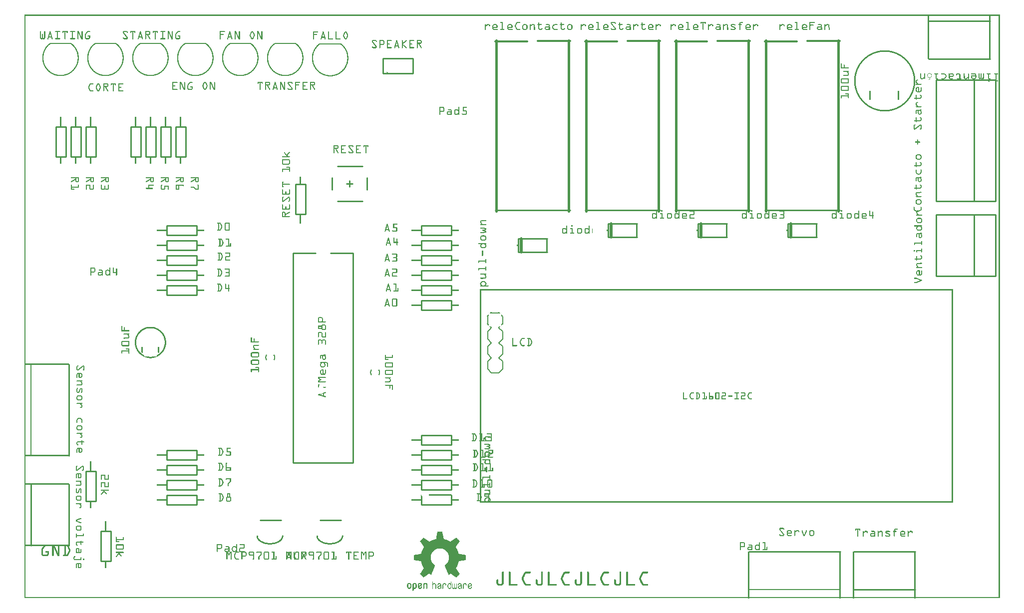
<source format=gto>
G04 MADE WITH FRITZING*
G04 WWW.FRITZING.ORG*
G04 DOUBLE SIDED*
G04 HOLES PLATED*
G04 CONTOUR ON CENTER OF CONTOUR VECTOR*
%ASAXBY*%
%FSLAX23Y23*%
%MOIN*%
%OFA0B0*%
%SFA1.0B1.0*%
%ADD10C,0.410000X0.39*%
%ADD11C,0.010000*%
%ADD12C,0.015947*%
%ADD13C,0.011276*%
%ADD14C,0.012022*%
%ADD15C,0.012026*%
%ADD16C,0.005000*%
%ADD17C,0.010417*%
%ADD18C,0.008000*%
%ADD19C,0.020000*%
%ADD20C,0.007874*%
%ADD21R,0.001000X0.001000*%
%LNSILK1*%
G90*
G70*
G54D10*
X5742Y3457D03*
G54D11*
X1572Y521D02*
X1712Y521D01*
D02*
X1972Y521D02*
X2112Y521D01*
D02*
X2288Y2808D02*
X2288Y2730D01*
D02*
X2091Y2887D02*
X2258Y2887D01*
D02*
X2091Y2651D02*
X2258Y2651D01*
D02*
X2052Y2808D02*
X2052Y2730D01*
D02*
X2170Y2789D02*
X2170Y2749D01*
D02*
X2189Y2769D02*
X2150Y2769D01*
D02*
X1809Y2567D02*
X1809Y2767D01*
D02*
X1809Y2767D02*
X1875Y2767D01*
D02*
X1875Y2767D02*
X1875Y2567D01*
D02*
X1875Y2567D02*
X1809Y2567D01*
D02*
X2392Y3507D02*
X2592Y3507D01*
D02*
X2592Y3507D02*
X2592Y3607D01*
D02*
X2592Y3607D02*
X2392Y3607D01*
D02*
X2392Y3607D02*
X2392Y3507D01*
D02*
X1075Y3148D02*
X1075Y2948D01*
D02*
X1075Y2948D02*
X1009Y2948D01*
D02*
X1009Y2948D02*
X1009Y3148D01*
D02*
X1009Y3148D02*
X1075Y3148D01*
D02*
X475Y848D02*
X475Y648D01*
D02*
X475Y648D02*
X409Y648D01*
D02*
X409Y648D02*
X409Y848D01*
D02*
X409Y848D02*
X475Y848D01*
D02*
X575Y448D02*
X575Y248D01*
D02*
X575Y248D02*
X509Y248D01*
D02*
X509Y248D02*
X509Y448D01*
D02*
X509Y448D02*
X575Y448D01*
D02*
X975Y3148D02*
X975Y2948D01*
D02*
X975Y2948D02*
X909Y2948D01*
D02*
X909Y2948D02*
X909Y3148D01*
D02*
X909Y3148D02*
X975Y3148D01*
D02*
X875Y3148D02*
X875Y2948D01*
D02*
X875Y2948D02*
X809Y2948D01*
D02*
X809Y2948D02*
X809Y3148D01*
D02*
X809Y3148D02*
X875Y3148D01*
D02*
X775Y3148D02*
X775Y2948D01*
D02*
X775Y2948D02*
X709Y2948D01*
D02*
X709Y2948D02*
X709Y3148D01*
D02*
X709Y3148D02*
X775Y3148D01*
D02*
X475Y3148D02*
X475Y2948D01*
D02*
X475Y2948D02*
X409Y2948D01*
D02*
X409Y2948D02*
X409Y3148D01*
D02*
X409Y3148D02*
X475Y3148D01*
D02*
X375Y3148D02*
X375Y2948D01*
D02*
X375Y2948D02*
X309Y2948D01*
D02*
X309Y2948D02*
X309Y3148D01*
D02*
X309Y3148D02*
X375Y3148D01*
D02*
X275Y3148D02*
X275Y2948D01*
D02*
X275Y2948D02*
X209Y2948D01*
D02*
X209Y2948D02*
X209Y3148D01*
D02*
X209Y3148D02*
X275Y3148D01*
D02*
X1792Y2307D02*
X1792Y907D01*
D02*
X1792Y907D02*
X2192Y907D01*
D02*
X2192Y907D02*
X2192Y2307D01*
D02*
X1792Y2307D02*
X1942Y2307D01*
D02*
X2042Y2307D02*
X2192Y2307D01*
G54D12*
D02*
X3150Y3727D02*
X3150Y2586D01*
G54D13*
D02*
X3142Y2593D02*
X3642Y2593D01*
G54D12*
D02*
X3634Y2586D02*
X3634Y3727D01*
G54D14*
D02*
X3142Y3720D02*
X3355Y3720D01*
G54D15*
D02*
X3428Y3721D02*
X3642Y3721D01*
G54D12*
D02*
X3750Y3727D02*
X3750Y2586D01*
G54D13*
D02*
X3742Y2593D02*
X4242Y2593D01*
G54D12*
D02*
X4234Y2586D02*
X4234Y3727D01*
G54D14*
D02*
X3742Y3720D02*
X3955Y3720D01*
G54D15*
D02*
X4028Y3721D02*
X4242Y3721D01*
G54D12*
D02*
X4350Y3727D02*
X4350Y2586D01*
G54D13*
D02*
X4342Y2593D02*
X4842Y2593D01*
G54D12*
D02*
X4834Y2586D02*
X4834Y3727D01*
G54D14*
D02*
X4342Y3720D02*
X4555Y3720D01*
G54D15*
D02*
X4628Y3721D02*
X4842Y3721D01*
G54D12*
D02*
X4950Y3727D02*
X4950Y2586D01*
G54D13*
D02*
X4942Y2593D02*
X5442Y2593D01*
G54D12*
D02*
X5434Y2586D02*
X5434Y3727D01*
G54D14*
D02*
X4942Y3720D02*
X5155Y3720D01*
G54D15*
D02*
X5228Y3721D02*
X5442Y3721D01*
G54D11*
D02*
X951Y2190D02*
X1151Y2190D01*
D02*
X1151Y2190D02*
X1151Y2124D01*
D02*
X1151Y2124D02*
X951Y2124D01*
D02*
X951Y2124D02*
X951Y2190D01*
D02*
X951Y2290D02*
X1151Y2290D01*
D02*
X1151Y2290D02*
X1151Y2224D01*
D02*
X1151Y2224D02*
X951Y2224D01*
D02*
X951Y2224D02*
X951Y2290D01*
D02*
X2651Y2490D02*
X2851Y2490D01*
D02*
X2851Y2490D02*
X2851Y2424D01*
D02*
X2851Y2424D02*
X2651Y2424D01*
D02*
X2651Y2424D02*
X2651Y2490D01*
D02*
X2651Y1990D02*
X2851Y1990D01*
D02*
X2851Y1990D02*
X2851Y1924D01*
D02*
X2851Y1924D02*
X2651Y1924D01*
D02*
X2651Y1924D02*
X2651Y1990D01*
D02*
X2651Y1090D02*
X2851Y1090D01*
D02*
X2851Y1090D02*
X2851Y1024D01*
D02*
X2851Y1024D02*
X2651Y1024D01*
D02*
X2651Y1024D02*
X2651Y1090D01*
D02*
X951Y690D02*
X1151Y690D01*
D02*
X1151Y690D02*
X1151Y624D01*
D02*
X1151Y624D02*
X951Y624D01*
D02*
X951Y624D02*
X951Y690D01*
D02*
X951Y890D02*
X1151Y890D01*
D02*
X1151Y890D02*
X1151Y824D01*
D02*
X1151Y824D02*
X951Y824D01*
D02*
X951Y824D02*
X951Y890D01*
D02*
X951Y990D02*
X1151Y990D01*
D02*
X1151Y990D02*
X1151Y924D01*
D02*
X1151Y924D02*
X951Y924D01*
D02*
X951Y924D02*
X951Y990D01*
D02*
X951Y790D02*
X1151Y790D01*
D02*
X1151Y790D02*
X1151Y724D01*
D02*
X1151Y724D02*
X951Y724D01*
D02*
X951Y724D02*
X951Y790D01*
D02*
X951Y2390D02*
X1151Y2390D01*
D02*
X1151Y2390D02*
X1151Y2324D01*
D02*
X1151Y2324D02*
X951Y2324D01*
D02*
X951Y2324D02*
X951Y2390D01*
D02*
X951Y2090D02*
X1151Y2090D01*
D02*
X1151Y2090D02*
X1151Y2024D01*
D02*
X1151Y2024D02*
X951Y2024D01*
D02*
X951Y2024D02*
X951Y2090D01*
D02*
X951Y2490D02*
X1151Y2490D01*
D02*
X1151Y2490D02*
X1151Y2424D01*
D02*
X1151Y2424D02*
X951Y2424D01*
D02*
X951Y2424D02*
X951Y2490D01*
D02*
X2651Y2090D02*
X2851Y2090D01*
D02*
X2851Y2090D02*
X2851Y2024D01*
D02*
X2851Y2024D02*
X2651Y2024D01*
D02*
X2651Y2024D02*
X2651Y2090D01*
D02*
X2651Y2290D02*
X2851Y2290D01*
D02*
X2851Y2290D02*
X2851Y2224D01*
D02*
X2851Y2224D02*
X2651Y2224D01*
D02*
X2651Y2224D02*
X2651Y2290D01*
D02*
X2651Y2390D02*
X2851Y2390D01*
D02*
X2851Y2390D02*
X2851Y2324D01*
D02*
X2851Y2324D02*
X2651Y2324D01*
D02*
X2651Y2324D02*
X2651Y2390D01*
D02*
X2651Y2190D02*
X2851Y2190D01*
D02*
X2851Y2190D02*
X2851Y2124D01*
D02*
X2851Y2124D02*
X2651Y2124D01*
D02*
X2651Y2124D02*
X2651Y2190D01*
D02*
X2851Y690D02*
X2851Y624D01*
D02*
X2851Y624D02*
X2651Y624D01*
D02*
X2651Y790D02*
X2851Y790D01*
D02*
X2851Y790D02*
X2851Y724D01*
D02*
X2851Y724D02*
X2651Y724D01*
D02*
X2651Y724D02*
X2651Y790D01*
D02*
X2651Y890D02*
X2851Y890D01*
D02*
X2851Y890D02*
X2851Y824D01*
D02*
X2851Y824D02*
X2651Y824D01*
D02*
X2651Y824D02*
X2651Y890D01*
D02*
X2651Y990D02*
X2851Y990D01*
D02*
X2851Y990D02*
X2851Y924D01*
D02*
X2851Y924D02*
X2651Y924D01*
D02*
X2651Y924D02*
X2651Y990D01*
D02*
X297Y952D02*
X297Y1562D01*
G54D16*
D02*
X43Y1562D02*
X43Y952D01*
G54D11*
D02*
X5447Y312D02*
X4837Y312D01*
G54D16*
D02*
X4837Y59D02*
X5447Y59D01*
G54D17*
D02*
X6037Y3602D02*
X6447Y3602D01*
D02*
X6447Y3856D02*
X6037Y3856D01*
D02*
X297Y352D02*
X297Y763D01*
D02*
X43Y763D02*
X43Y352D01*
D02*
X5947Y312D02*
X5536Y312D01*
D02*
X5536Y59D02*
X5947Y59D01*
D02*
X6087Y2562D02*
X6087Y2152D01*
D02*
X6087Y2152D02*
X6482Y2152D01*
D02*
X6482Y2152D02*
X6482Y2562D01*
D02*
X6482Y2562D02*
X6087Y2562D01*
D02*
X6340Y2152D02*
X6340Y2562D01*
D02*
X6087Y3462D02*
X6087Y2652D01*
D02*
X6087Y2652D02*
X6482Y2652D01*
D02*
X6482Y2652D02*
X6482Y3462D01*
D02*
X6482Y3462D02*
X6087Y3462D01*
D02*
X6340Y2652D02*
X6340Y3462D01*
G54D18*
D02*
X3192Y1582D02*
X3192Y1532D01*
D02*
X3192Y1532D02*
X3167Y1507D01*
D02*
X3117Y1507D02*
X3092Y1532D01*
D02*
X3167Y1707D02*
X3192Y1682D01*
D02*
X3192Y1682D02*
X3192Y1632D01*
D02*
X3192Y1632D02*
X3167Y1607D01*
D02*
X3117Y1607D02*
X3092Y1632D01*
D02*
X3092Y1632D02*
X3092Y1682D01*
D02*
X3092Y1682D02*
X3117Y1707D01*
D02*
X3192Y1582D02*
X3167Y1607D01*
D02*
X3117Y1607D02*
X3092Y1582D01*
D02*
X3092Y1532D02*
X3092Y1582D01*
D02*
X3192Y1882D02*
X3192Y1832D01*
D02*
X3167Y1807D02*
X3192Y1782D01*
D02*
X3192Y1782D02*
X3192Y1732D01*
D02*
X3192Y1732D02*
X3167Y1707D01*
D02*
X3117Y1707D02*
X3092Y1732D01*
D02*
X3092Y1732D02*
X3092Y1782D01*
D02*
X3092Y1782D02*
X3117Y1807D01*
D02*
X3167Y1907D02*
X3117Y1907D01*
D02*
X3092Y1832D02*
X3092Y1882D01*
D02*
X3167Y1507D02*
X3117Y1507D01*
G54D11*
D02*
X5096Y2502D02*
X5291Y2502D01*
D02*
X5291Y2412D02*
X5096Y2412D01*
D02*
X5096Y2412D02*
X5096Y2502D01*
G54D19*
D02*
X5116Y2412D02*
X5116Y2502D01*
G54D11*
D02*
X4496Y2502D02*
X4691Y2502D01*
D02*
X4691Y2412D02*
X4496Y2412D01*
D02*
X4496Y2412D02*
X4496Y2502D01*
G54D19*
D02*
X4516Y2412D02*
X4516Y2502D01*
G54D11*
D02*
X3896Y2502D02*
X4091Y2502D01*
D02*
X4091Y2412D02*
X3896Y2412D01*
D02*
X3896Y2412D02*
X3896Y2502D01*
G54D19*
D02*
X3916Y2412D02*
X3916Y2502D01*
G54D11*
D02*
X3296Y2402D02*
X3491Y2402D01*
D02*
X3491Y2312D02*
X3296Y2312D01*
D02*
X3296Y2312D02*
X3296Y2402D01*
G54D19*
D02*
X3316Y2312D02*
X3316Y2402D01*
G54D20*
X912Y3704D02*
X770Y3704D01*
D02*
X1512Y3704D02*
X1370Y3704D01*
D02*
X1212Y3704D02*
X1070Y3704D01*
D02*
X2112Y3702D02*
X1970Y3702D01*
D02*
X612Y3704D02*
X470Y3704D01*
D02*
X312Y3704D02*
X170Y3704D01*
D02*
X1812Y3704D02*
X1670Y3704D01*
D02*
G54D21*
X0Y3897D02*
X6512Y3897D01*
X0Y3896D02*
X6512Y3896D01*
X0Y3895D02*
X6512Y3895D01*
X0Y3894D02*
X6512Y3894D01*
X0Y3893D02*
X6512Y3893D01*
X0Y3892D02*
X6512Y3892D01*
X0Y3891D02*
X6512Y3891D01*
X0Y3890D02*
X6512Y3890D01*
X0Y3889D02*
X7Y3889D01*
X6031Y3889D02*
X6040Y3889D01*
X6442Y3889D02*
X6451Y3889D01*
X6505Y3889D02*
X6512Y3889D01*
X0Y3888D02*
X7Y3888D01*
X6031Y3888D02*
X6040Y3888D01*
X6442Y3888D02*
X6451Y3888D01*
X6505Y3888D02*
X6512Y3888D01*
X0Y3887D02*
X7Y3887D01*
X6031Y3887D02*
X6040Y3887D01*
X6442Y3887D02*
X6451Y3887D01*
X6505Y3887D02*
X6512Y3887D01*
X0Y3886D02*
X7Y3886D01*
X6031Y3886D02*
X6040Y3886D01*
X6442Y3886D02*
X6451Y3886D01*
X6505Y3886D02*
X6512Y3886D01*
X0Y3885D02*
X7Y3885D01*
X6031Y3885D02*
X6040Y3885D01*
X6442Y3885D02*
X6451Y3885D01*
X6505Y3885D02*
X6512Y3885D01*
X0Y3884D02*
X7Y3884D01*
X6031Y3884D02*
X6040Y3884D01*
X6442Y3884D02*
X6451Y3884D01*
X6505Y3884D02*
X6512Y3884D01*
X0Y3883D02*
X7Y3883D01*
X6031Y3883D02*
X6040Y3883D01*
X6442Y3883D02*
X6451Y3883D01*
X6505Y3883D02*
X6512Y3883D01*
X0Y3882D02*
X7Y3882D01*
X6031Y3882D02*
X6040Y3882D01*
X6442Y3882D02*
X6451Y3882D01*
X6505Y3882D02*
X6512Y3882D01*
X0Y3881D02*
X7Y3881D01*
X6031Y3881D02*
X6040Y3881D01*
X6442Y3881D02*
X6451Y3881D01*
X6505Y3881D02*
X6512Y3881D01*
X0Y3880D02*
X7Y3880D01*
X6031Y3880D02*
X6040Y3880D01*
X6442Y3880D02*
X6451Y3880D01*
X6505Y3880D02*
X6512Y3880D01*
X0Y3879D02*
X7Y3879D01*
X6031Y3879D02*
X6040Y3879D01*
X6442Y3879D02*
X6451Y3879D01*
X6505Y3879D02*
X6512Y3879D01*
X0Y3878D02*
X7Y3878D01*
X6031Y3878D02*
X6040Y3878D01*
X6442Y3878D02*
X6451Y3878D01*
X6505Y3878D02*
X6512Y3878D01*
X0Y3877D02*
X7Y3877D01*
X6031Y3877D02*
X6040Y3877D01*
X6442Y3877D02*
X6451Y3877D01*
X6505Y3877D02*
X6512Y3877D01*
X0Y3876D02*
X7Y3876D01*
X6031Y3876D02*
X6040Y3876D01*
X6442Y3876D02*
X6451Y3876D01*
X6505Y3876D02*
X6512Y3876D01*
X0Y3875D02*
X7Y3875D01*
X6031Y3875D02*
X6040Y3875D01*
X6442Y3875D02*
X6451Y3875D01*
X6505Y3875D02*
X6512Y3875D01*
X0Y3874D02*
X7Y3874D01*
X6031Y3874D02*
X6040Y3874D01*
X6442Y3874D02*
X6451Y3874D01*
X6505Y3874D02*
X6512Y3874D01*
X0Y3873D02*
X7Y3873D01*
X6031Y3873D02*
X6040Y3873D01*
X6442Y3873D02*
X6451Y3873D01*
X6505Y3873D02*
X6512Y3873D01*
X0Y3872D02*
X7Y3872D01*
X6031Y3872D02*
X6040Y3872D01*
X6442Y3872D02*
X6451Y3872D01*
X6505Y3872D02*
X6512Y3872D01*
X0Y3871D02*
X7Y3871D01*
X6031Y3871D02*
X6040Y3871D01*
X6442Y3871D02*
X6451Y3871D01*
X6505Y3871D02*
X6512Y3871D01*
X0Y3870D02*
X7Y3870D01*
X6031Y3870D02*
X6040Y3870D01*
X6442Y3870D02*
X6451Y3870D01*
X6505Y3870D02*
X6512Y3870D01*
X0Y3869D02*
X7Y3869D01*
X6031Y3869D02*
X6040Y3869D01*
X6442Y3869D02*
X6451Y3869D01*
X6505Y3869D02*
X6512Y3869D01*
X0Y3868D02*
X7Y3868D01*
X6031Y3868D02*
X6040Y3868D01*
X6442Y3868D02*
X6451Y3868D01*
X6505Y3868D02*
X6512Y3868D01*
X0Y3867D02*
X7Y3867D01*
X6031Y3867D02*
X6040Y3867D01*
X6442Y3867D02*
X6451Y3867D01*
X6505Y3867D02*
X6512Y3867D01*
X0Y3866D02*
X7Y3866D01*
X6031Y3866D02*
X6040Y3866D01*
X6442Y3866D02*
X6451Y3866D01*
X6505Y3866D02*
X6512Y3866D01*
X0Y3865D02*
X7Y3865D01*
X6031Y3865D02*
X6040Y3865D01*
X6442Y3865D02*
X6451Y3865D01*
X6505Y3865D02*
X6512Y3865D01*
X0Y3864D02*
X7Y3864D01*
X6031Y3864D02*
X6040Y3864D01*
X6442Y3864D02*
X6451Y3864D01*
X6505Y3864D02*
X6512Y3864D01*
X0Y3863D02*
X7Y3863D01*
X6031Y3863D02*
X6040Y3863D01*
X6442Y3863D02*
X6451Y3863D01*
X6505Y3863D02*
X6512Y3863D01*
X0Y3862D02*
X7Y3862D01*
X6031Y3862D02*
X6040Y3862D01*
X6442Y3862D02*
X6451Y3862D01*
X6505Y3862D02*
X6512Y3862D01*
X0Y3861D02*
X7Y3861D01*
X6031Y3861D02*
X6040Y3861D01*
X6442Y3861D02*
X6451Y3861D01*
X6505Y3861D02*
X6512Y3861D01*
X0Y3860D02*
X7Y3860D01*
X6031Y3860D02*
X6040Y3860D01*
X6442Y3860D02*
X6451Y3860D01*
X6505Y3860D02*
X6512Y3860D01*
X0Y3859D02*
X7Y3859D01*
X6031Y3859D02*
X6040Y3859D01*
X6442Y3859D02*
X6451Y3859D01*
X6505Y3859D02*
X6512Y3859D01*
X0Y3858D02*
X7Y3858D01*
X6031Y3858D02*
X6040Y3858D01*
X6442Y3858D02*
X6451Y3858D01*
X6505Y3858D02*
X6512Y3858D01*
X0Y3857D02*
X7Y3857D01*
X6031Y3857D02*
X6040Y3857D01*
X6442Y3857D02*
X6451Y3857D01*
X6505Y3857D02*
X6512Y3857D01*
X0Y3856D02*
X7Y3856D01*
X6031Y3856D02*
X6040Y3856D01*
X6442Y3856D02*
X6451Y3856D01*
X6505Y3856D02*
X6512Y3856D01*
X0Y3855D02*
X7Y3855D01*
X6031Y3855D02*
X6040Y3855D01*
X6442Y3855D02*
X6451Y3855D01*
X6505Y3855D02*
X6512Y3855D01*
X0Y3854D02*
X7Y3854D01*
X6031Y3854D02*
X6040Y3854D01*
X6442Y3854D02*
X6451Y3854D01*
X6505Y3854D02*
X6512Y3854D01*
X0Y3853D02*
X7Y3853D01*
X6031Y3853D02*
X6040Y3853D01*
X6442Y3853D02*
X6451Y3853D01*
X6505Y3853D02*
X6512Y3853D01*
X0Y3852D02*
X7Y3852D01*
X6031Y3852D02*
X6040Y3852D01*
X6442Y3852D02*
X6451Y3852D01*
X6505Y3852D02*
X6512Y3852D01*
X0Y3851D02*
X7Y3851D01*
X6031Y3851D02*
X6040Y3851D01*
X6442Y3851D02*
X6451Y3851D01*
X6505Y3851D02*
X6512Y3851D01*
X0Y3850D02*
X7Y3850D01*
X6031Y3850D02*
X6040Y3850D01*
X6442Y3850D02*
X6451Y3850D01*
X6505Y3850D02*
X6512Y3850D01*
X0Y3849D02*
X7Y3849D01*
X3181Y3849D02*
X3191Y3849D01*
X3293Y3849D02*
X3305Y3849D01*
X3822Y3849D02*
X3831Y3849D01*
X3922Y3849D02*
X3939Y3849D01*
X4421Y3849D02*
X4431Y3849D01*
X4515Y3849D02*
X4548Y3849D01*
X4785Y3849D02*
X4793Y3849D01*
X5148Y3849D02*
X5158Y3849D01*
X5242Y3849D02*
X5271Y3849D01*
X6031Y3849D02*
X6040Y3849D01*
X6442Y3849D02*
X6451Y3849D01*
X6505Y3849D02*
X6512Y3849D01*
X0Y3848D02*
X7Y3848D01*
X3179Y3848D02*
X3193Y3848D01*
X3288Y3848D02*
X3307Y3848D01*
X3819Y3848D02*
X3833Y3848D01*
X3919Y3848D02*
X3943Y3848D01*
X4419Y3848D02*
X4433Y3848D01*
X4514Y3848D02*
X4548Y3848D01*
X4780Y3848D02*
X4795Y3848D01*
X5146Y3848D02*
X5160Y3848D01*
X5241Y3848D02*
X5274Y3848D01*
X6031Y3848D02*
X6040Y3848D01*
X6442Y3848D02*
X6451Y3848D01*
X6505Y3848D02*
X6512Y3848D01*
X0Y3847D02*
X7Y3847D01*
X3178Y3847D02*
X3194Y3847D01*
X3286Y3847D02*
X3308Y3847D01*
X3818Y3847D02*
X3834Y3847D01*
X3917Y3847D02*
X3944Y3847D01*
X4418Y3847D02*
X4434Y3847D01*
X4514Y3847D02*
X4548Y3847D01*
X4779Y3847D02*
X4796Y3847D01*
X5145Y3847D02*
X5161Y3847D01*
X5241Y3847D02*
X5275Y3847D01*
X6031Y3847D02*
X6040Y3847D01*
X6442Y3847D02*
X6451Y3847D01*
X6505Y3847D02*
X6512Y3847D01*
X0Y3846D02*
X7Y3846D01*
X3178Y3846D02*
X3194Y3846D01*
X3285Y3846D02*
X3308Y3846D01*
X3434Y3846D02*
X3434Y3846D01*
X3584Y3846D02*
X3584Y3846D01*
X3818Y3846D02*
X3834Y3846D01*
X3916Y3846D02*
X3946Y3846D01*
X3974Y3846D02*
X3974Y3846D01*
X4124Y3846D02*
X4124Y3846D01*
X4418Y3846D02*
X4434Y3846D01*
X4514Y3846D02*
X4548Y3846D01*
X4777Y3846D02*
X4796Y3846D01*
X5145Y3846D02*
X5161Y3846D01*
X5241Y3846D02*
X5275Y3846D01*
X6031Y3846D02*
X6040Y3846D01*
X6442Y3846D02*
X6451Y3846D01*
X6505Y3846D02*
X6512Y3846D01*
X0Y3845D02*
X7Y3845D01*
X3178Y3845D02*
X3194Y3845D01*
X3284Y3845D02*
X3308Y3845D01*
X3432Y3845D02*
X3436Y3845D01*
X3582Y3845D02*
X3586Y3845D01*
X3818Y3845D02*
X3834Y3845D01*
X3916Y3845D02*
X3946Y3845D01*
X3972Y3845D02*
X3976Y3845D01*
X4122Y3845D02*
X4126Y3845D01*
X4418Y3845D02*
X4434Y3845D01*
X4514Y3845D02*
X4548Y3845D01*
X4776Y3845D02*
X4796Y3845D01*
X5145Y3845D02*
X5161Y3845D01*
X5241Y3845D02*
X5275Y3845D01*
X6031Y3845D02*
X6040Y3845D01*
X6442Y3845D02*
X6451Y3845D01*
X6505Y3845D02*
X6512Y3845D01*
X0Y3844D02*
X7Y3844D01*
X3178Y3844D02*
X3194Y3844D01*
X3284Y3844D02*
X3308Y3844D01*
X3432Y3844D02*
X3437Y3844D01*
X3582Y3844D02*
X3587Y3844D01*
X3818Y3844D02*
X3834Y3844D01*
X3915Y3844D02*
X3947Y3844D01*
X3972Y3844D02*
X3977Y3844D01*
X4122Y3844D02*
X4127Y3844D01*
X4418Y3844D02*
X4434Y3844D01*
X4514Y3844D02*
X4548Y3844D01*
X4775Y3844D02*
X4796Y3844D01*
X5145Y3844D02*
X5161Y3844D01*
X5241Y3844D02*
X5275Y3844D01*
X6031Y3844D02*
X6040Y3844D01*
X6442Y3844D02*
X6451Y3844D01*
X6505Y3844D02*
X6512Y3844D01*
X0Y3843D02*
X7Y3843D01*
X3179Y3843D02*
X3194Y3843D01*
X3283Y3843D02*
X3307Y3843D01*
X3431Y3843D02*
X3437Y3843D01*
X3581Y3843D02*
X3587Y3843D01*
X3819Y3843D02*
X3834Y3843D01*
X3915Y3843D02*
X3947Y3843D01*
X3971Y3843D02*
X3977Y3843D01*
X4121Y3843D02*
X4127Y3843D01*
X4419Y3843D02*
X4434Y3843D01*
X4514Y3843D02*
X4548Y3843D01*
X4775Y3843D02*
X4795Y3843D01*
X5146Y3843D02*
X5161Y3843D01*
X5241Y3843D02*
X5274Y3843D01*
X6031Y3843D02*
X6040Y3843D01*
X6442Y3843D02*
X6451Y3843D01*
X6505Y3843D02*
X6512Y3843D01*
X0Y3842D02*
X7Y3842D01*
X3182Y3842D02*
X3194Y3842D01*
X3283Y3842D02*
X3304Y3842D01*
X3431Y3842D02*
X3437Y3842D01*
X3581Y3842D02*
X3587Y3842D01*
X3822Y3842D02*
X3834Y3842D01*
X3915Y3842D02*
X3948Y3842D01*
X3971Y3842D02*
X3977Y3842D01*
X4121Y3842D02*
X4127Y3842D01*
X4422Y3842D02*
X4434Y3842D01*
X4514Y3842D02*
X4548Y3842D01*
X4774Y3842D02*
X4792Y3842D01*
X5149Y3842D02*
X5161Y3842D01*
X5241Y3842D02*
X5271Y3842D01*
X6031Y3842D02*
X6040Y3842D01*
X6442Y3842D02*
X6451Y3842D01*
X6505Y3842D02*
X6512Y3842D01*
X0Y3841D02*
X7Y3841D01*
X3188Y3841D02*
X3194Y3841D01*
X3282Y3841D02*
X3289Y3841D01*
X3431Y3841D02*
X3437Y3841D01*
X3581Y3841D02*
X3587Y3841D01*
X3828Y3841D02*
X3834Y3841D01*
X3915Y3841D02*
X3921Y3841D01*
X3942Y3841D02*
X3948Y3841D01*
X3971Y3841D02*
X3977Y3841D01*
X4121Y3841D02*
X4127Y3841D01*
X4428Y3841D02*
X4434Y3841D01*
X4514Y3841D02*
X4521Y3841D01*
X4528Y3841D02*
X4534Y3841D01*
X4542Y3841D02*
X4548Y3841D01*
X4774Y3841D02*
X4781Y3841D01*
X5155Y3841D02*
X5161Y3841D01*
X5241Y3841D02*
X5247Y3841D01*
X6031Y3841D02*
X6040Y3841D01*
X6442Y3841D02*
X6451Y3841D01*
X6505Y3841D02*
X6512Y3841D01*
X0Y3840D02*
X7Y3840D01*
X3188Y3840D02*
X3194Y3840D01*
X3282Y3840D02*
X3289Y3840D01*
X3431Y3840D02*
X3437Y3840D01*
X3581Y3840D02*
X3587Y3840D01*
X3828Y3840D02*
X3834Y3840D01*
X3915Y3840D02*
X3921Y3840D01*
X3942Y3840D02*
X3948Y3840D01*
X3971Y3840D02*
X3977Y3840D01*
X4121Y3840D02*
X4127Y3840D01*
X4428Y3840D02*
X4434Y3840D01*
X4514Y3840D02*
X4521Y3840D01*
X4528Y3840D02*
X4534Y3840D01*
X4542Y3840D02*
X4548Y3840D01*
X4773Y3840D02*
X4780Y3840D01*
X5155Y3840D02*
X5161Y3840D01*
X5241Y3840D02*
X5247Y3840D01*
X6031Y3840D02*
X6040Y3840D01*
X6442Y3840D02*
X6451Y3840D01*
X6505Y3840D02*
X6512Y3840D01*
X0Y3839D02*
X7Y3839D01*
X3188Y3839D02*
X3194Y3839D01*
X3281Y3839D02*
X3288Y3839D01*
X3431Y3839D02*
X3437Y3839D01*
X3581Y3839D02*
X3587Y3839D01*
X3828Y3839D02*
X3834Y3839D01*
X3915Y3839D02*
X3922Y3839D01*
X3942Y3839D02*
X3948Y3839D01*
X3971Y3839D02*
X3977Y3839D01*
X4121Y3839D02*
X4127Y3839D01*
X4428Y3839D02*
X4434Y3839D01*
X4515Y3839D02*
X4520Y3839D01*
X4528Y3839D02*
X4534Y3839D01*
X4542Y3839D02*
X4548Y3839D01*
X4773Y3839D02*
X4780Y3839D01*
X5155Y3839D02*
X5161Y3839D01*
X5241Y3839D02*
X5247Y3839D01*
X6031Y3839D02*
X6040Y3839D01*
X6442Y3839D02*
X6451Y3839D01*
X6505Y3839D02*
X6512Y3839D01*
X0Y3838D02*
X7Y3838D01*
X3188Y3838D02*
X3194Y3838D01*
X3281Y3838D02*
X3288Y3838D01*
X3431Y3838D02*
X3437Y3838D01*
X3581Y3838D02*
X3587Y3838D01*
X3828Y3838D02*
X3834Y3838D01*
X3915Y3838D02*
X3923Y3838D01*
X3943Y3838D02*
X3948Y3838D01*
X3971Y3838D02*
X3977Y3838D01*
X4121Y3838D02*
X4127Y3838D01*
X4428Y3838D02*
X4434Y3838D01*
X4515Y3838D02*
X4520Y3838D01*
X4528Y3838D02*
X4534Y3838D01*
X4543Y3838D02*
X4548Y3838D01*
X4773Y3838D02*
X4779Y3838D01*
X5155Y3838D02*
X5161Y3838D01*
X5241Y3838D02*
X5247Y3838D01*
X6031Y3838D02*
X6040Y3838D01*
X6442Y3838D02*
X6451Y3838D01*
X6505Y3838D02*
X6512Y3838D01*
X0Y3837D02*
X7Y3837D01*
X3188Y3837D02*
X3194Y3837D01*
X3280Y3837D02*
X3287Y3837D01*
X3431Y3837D02*
X3437Y3837D01*
X3581Y3837D02*
X3587Y3837D01*
X3828Y3837D02*
X3834Y3837D01*
X3916Y3837D02*
X3924Y3837D01*
X3943Y3837D02*
X3947Y3837D01*
X3971Y3837D02*
X3977Y3837D01*
X4121Y3837D02*
X4127Y3837D01*
X4428Y3837D02*
X4434Y3837D01*
X4516Y3837D02*
X4519Y3837D01*
X4528Y3837D02*
X4534Y3837D01*
X4543Y3837D02*
X4547Y3837D01*
X4773Y3837D02*
X4779Y3837D01*
X5155Y3837D02*
X5161Y3837D01*
X5241Y3837D02*
X5247Y3837D01*
X6031Y3837D02*
X6040Y3837D01*
X6442Y3837D02*
X6451Y3837D01*
X6505Y3837D02*
X6512Y3837D01*
X0Y3836D02*
X7Y3836D01*
X3188Y3836D02*
X3194Y3836D01*
X3280Y3836D02*
X3287Y3836D01*
X3431Y3836D02*
X3437Y3836D01*
X3581Y3836D02*
X3587Y3836D01*
X3828Y3836D02*
X3834Y3836D01*
X3916Y3836D02*
X3924Y3836D01*
X3971Y3836D02*
X3977Y3836D01*
X4121Y3836D02*
X4127Y3836D01*
X4428Y3836D02*
X4434Y3836D01*
X4528Y3836D02*
X4534Y3836D01*
X4773Y3836D02*
X4779Y3836D01*
X5155Y3836D02*
X5161Y3836D01*
X5241Y3836D02*
X5247Y3836D01*
X6031Y3836D02*
X6040Y3836D01*
X6442Y3836D02*
X6451Y3836D01*
X6505Y3836D02*
X6512Y3836D01*
X0Y3835D02*
X7Y3835D01*
X3188Y3835D02*
X3194Y3835D01*
X3279Y3835D02*
X3286Y3835D01*
X3431Y3835D02*
X3437Y3835D01*
X3581Y3835D02*
X3587Y3835D01*
X3828Y3835D02*
X3834Y3835D01*
X3917Y3835D02*
X3925Y3835D01*
X3971Y3835D02*
X3977Y3835D01*
X4121Y3835D02*
X4127Y3835D01*
X4428Y3835D02*
X4434Y3835D01*
X4528Y3835D02*
X4534Y3835D01*
X4773Y3835D02*
X4779Y3835D01*
X5155Y3835D02*
X5161Y3835D01*
X5241Y3835D02*
X5247Y3835D01*
X6031Y3835D02*
X6040Y3835D01*
X6442Y3835D02*
X6451Y3835D01*
X6505Y3835D02*
X6512Y3835D01*
X0Y3834D02*
X7Y3834D01*
X3077Y3834D02*
X3078Y3834D01*
X3090Y3834D02*
X3100Y3834D01*
X3135Y3834D02*
X3148Y3834D01*
X3188Y3834D02*
X3194Y3834D01*
X3235Y3834D02*
X3248Y3834D01*
X3279Y3834D02*
X3285Y3834D01*
X3335Y3834D02*
X3347Y3834D01*
X3377Y3834D02*
X3378Y3834D01*
X3391Y3834D02*
X3399Y3834D01*
X3427Y3834D02*
X3452Y3834D01*
X3484Y3834D02*
X3499Y3834D01*
X3539Y3834D02*
X3556Y3834D01*
X3577Y3834D02*
X3602Y3834D01*
X3635Y3834D02*
X3647Y3834D01*
X3717Y3834D02*
X3718Y3834D01*
X3730Y3834D02*
X3740Y3834D01*
X3775Y3834D02*
X3788Y3834D01*
X3828Y3834D02*
X3834Y3834D01*
X3875Y3834D02*
X3888Y3834D01*
X3918Y3834D02*
X3926Y3834D01*
X3967Y3834D02*
X3992Y3834D01*
X4024Y3834D02*
X4039Y3834D01*
X4067Y3834D02*
X4068Y3834D01*
X4080Y3834D02*
X4090Y3834D01*
X4117Y3834D02*
X4142Y3834D01*
X4175Y3834D02*
X4188Y3834D01*
X4217Y3834D02*
X4218Y3834D01*
X4230Y3834D02*
X4240Y3834D01*
X4317Y3834D02*
X4318Y3834D01*
X4330Y3834D02*
X4340Y3834D01*
X4375Y3834D02*
X4388Y3834D01*
X4428Y3834D02*
X4434Y3834D01*
X4475Y3834D02*
X4488Y3834D01*
X4528Y3834D02*
X4534Y3834D01*
X4567Y3834D02*
X4568Y3834D01*
X4580Y3834D02*
X4590Y3834D01*
X4624Y3834D02*
X4639Y3834D01*
X4667Y3834D02*
X4668Y3834D01*
X4681Y3834D02*
X4689Y3834D01*
X4722Y3834D02*
X4741Y3834D01*
X4768Y3834D02*
X4787Y3834D01*
X4825Y3834D02*
X4838Y3834D01*
X4867Y3834D02*
X4868Y3834D01*
X4880Y3834D02*
X4890Y3834D01*
X5044Y3834D02*
X5045Y3834D01*
X5057Y3834D02*
X5067Y3834D01*
X5102Y3834D02*
X5114Y3834D01*
X5155Y3834D02*
X5161Y3834D01*
X5202Y3834D02*
X5214Y3834D01*
X5241Y3834D02*
X5247Y3834D01*
X5300Y3834D02*
X5316Y3834D01*
X5344Y3834D02*
X5345Y3834D01*
X5358Y3834D02*
X5366Y3834D01*
X6031Y3834D02*
X6040Y3834D01*
X6442Y3834D02*
X6451Y3834D01*
X6505Y3834D02*
X6512Y3834D01*
X0Y3833D02*
X7Y3833D01*
X3075Y3833D02*
X3080Y3833D01*
X3089Y3833D02*
X3103Y3833D01*
X3132Y3833D02*
X3150Y3833D01*
X3188Y3833D02*
X3194Y3833D01*
X3232Y3833D02*
X3250Y3833D01*
X3278Y3833D02*
X3285Y3833D01*
X3332Y3833D02*
X3350Y3833D01*
X3375Y3833D02*
X3380Y3833D01*
X3389Y3833D02*
X3402Y3833D01*
X3425Y3833D02*
X3454Y3833D01*
X3482Y3833D02*
X3502Y3833D01*
X3536Y3833D02*
X3557Y3833D01*
X3575Y3833D02*
X3604Y3833D01*
X3632Y3833D02*
X3650Y3833D01*
X3715Y3833D02*
X3720Y3833D01*
X3729Y3833D02*
X3743Y3833D01*
X3772Y3833D02*
X3790Y3833D01*
X3828Y3833D02*
X3834Y3833D01*
X3872Y3833D02*
X3890Y3833D01*
X3919Y3833D02*
X3927Y3833D01*
X3965Y3833D02*
X3994Y3833D01*
X4022Y3833D02*
X4042Y3833D01*
X4065Y3833D02*
X4070Y3833D01*
X4079Y3833D02*
X4093Y3833D01*
X4115Y3833D02*
X4144Y3833D01*
X4172Y3833D02*
X4190Y3833D01*
X4215Y3833D02*
X4220Y3833D01*
X4229Y3833D02*
X4243Y3833D01*
X4315Y3833D02*
X4320Y3833D01*
X4329Y3833D02*
X4343Y3833D01*
X4372Y3833D02*
X4390Y3833D01*
X4428Y3833D02*
X4434Y3833D01*
X4472Y3833D02*
X4490Y3833D01*
X4528Y3833D02*
X4534Y3833D01*
X4565Y3833D02*
X4570Y3833D01*
X4579Y3833D02*
X4593Y3833D01*
X4622Y3833D02*
X4642Y3833D01*
X4665Y3833D02*
X4670Y3833D01*
X4679Y3833D02*
X4692Y3833D01*
X4720Y3833D02*
X4743Y3833D01*
X4767Y3833D02*
X4788Y3833D01*
X4822Y3833D02*
X4840Y3833D01*
X4865Y3833D02*
X4870Y3833D01*
X4879Y3833D02*
X4893Y3833D01*
X5042Y3833D02*
X5047Y3833D01*
X5056Y3833D02*
X5069Y3833D01*
X5099Y3833D02*
X5117Y3833D01*
X5155Y3833D02*
X5161Y3833D01*
X5199Y3833D02*
X5217Y3833D01*
X5241Y3833D02*
X5247Y3833D01*
X5299Y3833D02*
X5319Y3833D01*
X5342Y3833D02*
X5346Y3833D01*
X5356Y3833D02*
X5369Y3833D01*
X6031Y3833D02*
X6040Y3833D01*
X6442Y3833D02*
X6451Y3833D01*
X6505Y3833D02*
X6512Y3833D01*
X0Y3832D02*
X7Y3832D01*
X3075Y3832D02*
X3080Y3832D01*
X3088Y3832D02*
X3104Y3832D01*
X3131Y3832D02*
X3152Y3832D01*
X3188Y3832D02*
X3194Y3832D01*
X3231Y3832D02*
X3252Y3832D01*
X3278Y3832D02*
X3284Y3832D01*
X3331Y3832D02*
X3352Y3832D01*
X3375Y3832D02*
X3380Y3832D01*
X3387Y3832D02*
X3403Y3832D01*
X3425Y3832D02*
X3454Y3832D01*
X3482Y3832D02*
X3503Y3832D01*
X3534Y3832D02*
X3558Y3832D01*
X3575Y3832D02*
X3604Y3832D01*
X3631Y3832D02*
X3652Y3832D01*
X3715Y3832D02*
X3720Y3832D01*
X3728Y3832D02*
X3744Y3832D01*
X3771Y3832D02*
X3792Y3832D01*
X3828Y3832D02*
X3834Y3832D01*
X3871Y3832D02*
X3892Y3832D01*
X3919Y3832D02*
X3927Y3832D01*
X3965Y3832D02*
X3994Y3832D01*
X4022Y3832D02*
X4043Y3832D01*
X4065Y3832D02*
X4070Y3832D01*
X4078Y3832D02*
X4094Y3832D01*
X4115Y3832D02*
X4144Y3832D01*
X4171Y3832D02*
X4192Y3832D01*
X4215Y3832D02*
X4220Y3832D01*
X4228Y3832D02*
X4244Y3832D01*
X4315Y3832D02*
X4320Y3832D01*
X4328Y3832D02*
X4344Y3832D01*
X4371Y3832D02*
X4392Y3832D01*
X4428Y3832D02*
X4434Y3832D01*
X4471Y3832D02*
X4492Y3832D01*
X4528Y3832D02*
X4534Y3832D01*
X4565Y3832D02*
X4570Y3832D01*
X4578Y3832D02*
X4594Y3832D01*
X4622Y3832D02*
X4643Y3832D01*
X4665Y3832D02*
X4670Y3832D01*
X4677Y3832D02*
X4693Y3832D01*
X4718Y3832D02*
X4745Y3832D01*
X4766Y3832D02*
X4789Y3832D01*
X4821Y3832D02*
X4842Y3832D01*
X4865Y3832D02*
X4870Y3832D01*
X4878Y3832D02*
X4894Y3832D01*
X5042Y3832D02*
X5047Y3832D01*
X5055Y3832D02*
X5071Y3832D01*
X5098Y3832D02*
X5118Y3832D01*
X5155Y3832D02*
X5161Y3832D01*
X5198Y3832D02*
X5218Y3832D01*
X5241Y3832D02*
X5247Y3832D01*
X5299Y3832D02*
X5320Y3832D01*
X5342Y3832D02*
X5347Y3832D01*
X5354Y3832D02*
X5370Y3832D01*
X6031Y3832D02*
X6040Y3832D01*
X6442Y3832D02*
X6451Y3832D01*
X6505Y3832D02*
X6512Y3832D01*
X0Y3831D02*
X7Y3831D01*
X3075Y3831D02*
X3080Y3831D01*
X3087Y3831D02*
X3105Y3831D01*
X3130Y3831D02*
X3153Y3831D01*
X3188Y3831D02*
X3194Y3831D01*
X3230Y3831D02*
X3253Y3831D01*
X3277Y3831D02*
X3284Y3831D01*
X3330Y3831D02*
X3353Y3831D01*
X3375Y3831D02*
X3380Y3831D01*
X3386Y3831D02*
X3404Y3831D01*
X3425Y3831D02*
X3454Y3831D01*
X3481Y3831D02*
X3504Y3831D01*
X3533Y3831D02*
X3558Y3831D01*
X3575Y3831D02*
X3604Y3831D01*
X3630Y3831D02*
X3653Y3831D01*
X3715Y3831D02*
X3721Y3831D01*
X3727Y3831D02*
X3745Y3831D01*
X3770Y3831D02*
X3793Y3831D01*
X3828Y3831D02*
X3834Y3831D01*
X3870Y3831D02*
X3893Y3831D01*
X3920Y3831D02*
X3928Y3831D01*
X3965Y3831D02*
X3995Y3831D01*
X4021Y3831D02*
X4044Y3831D01*
X4065Y3831D02*
X4070Y3831D01*
X4077Y3831D02*
X4095Y3831D01*
X4115Y3831D02*
X4145Y3831D01*
X4170Y3831D02*
X4193Y3831D01*
X4215Y3831D02*
X4220Y3831D01*
X4227Y3831D02*
X4245Y3831D01*
X4315Y3831D02*
X4320Y3831D01*
X4327Y3831D02*
X4345Y3831D01*
X4370Y3831D02*
X4393Y3831D01*
X4428Y3831D02*
X4434Y3831D01*
X4470Y3831D02*
X4493Y3831D01*
X4528Y3831D02*
X4534Y3831D01*
X4565Y3831D02*
X4570Y3831D01*
X4577Y3831D02*
X4595Y3831D01*
X4621Y3831D02*
X4644Y3831D01*
X4665Y3831D02*
X4670Y3831D01*
X4676Y3831D02*
X4694Y3831D01*
X4717Y3831D02*
X4746Y3831D01*
X4766Y3831D02*
X4789Y3831D01*
X4820Y3831D02*
X4843Y3831D01*
X4865Y3831D02*
X4870Y3831D01*
X4877Y3831D02*
X4895Y3831D01*
X5041Y3831D02*
X5047Y3831D01*
X5053Y3831D02*
X5072Y3831D01*
X5097Y3831D02*
X5120Y3831D01*
X5155Y3831D02*
X5161Y3831D01*
X5197Y3831D02*
X5220Y3831D01*
X5241Y3831D02*
X5266Y3831D01*
X5298Y3831D02*
X5321Y3831D01*
X5341Y3831D02*
X5347Y3831D01*
X5352Y3831D02*
X5371Y3831D01*
X6031Y3831D02*
X6040Y3831D01*
X6442Y3831D02*
X6451Y3831D01*
X6505Y3831D02*
X6512Y3831D01*
X0Y3830D02*
X7Y3830D01*
X3075Y3830D02*
X3081Y3830D01*
X3085Y3830D02*
X3106Y3830D01*
X3129Y3830D02*
X3154Y3830D01*
X3188Y3830D02*
X3194Y3830D01*
X3229Y3830D02*
X3254Y3830D01*
X3277Y3830D02*
X3283Y3830D01*
X3329Y3830D02*
X3354Y3830D01*
X3374Y3830D02*
X3381Y3830D01*
X3384Y3830D02*
X3405Y3830D01*
X3425Y3830D02*
X3454Y3830D01*
X3481Y3830D02*
X3505Y3830D01*
X3532Y3830D02*
X3558Y3830D01*
X3575Y3830D02*
X3604Y3830D01*
X3629Y3830D02*
X3654Y3830D01*
X3715Y3830D02*
X3721Y3830D01*
X3725Y3830D02*
X3746Y3830D01*
X3769Y3830D02*
X3794Y3830D01*
X3828Y3830D02*
X3834Y3830D01*
X3869Y3830D02*
X3894Y3830D01*
X3921Y3830D02*
X3929Y3830D01*
X3965Y3830D02*
X3994Y3830D01*
X4022Y3830D02*
X4045Y3830D01*
X4065Y3830D02*
X4071Y3830D01*
X4075Y3830D02*
X4096Y3830D01*
X4115Y3830D02*
X4144Y3830D01*
X4169Y3830D02*
X4194Y3830D01*
X4215Y3830D02*
X4221Y3830D01*
X4225Y3830D02*
X4246Y3830D01*
X4314Y3830D02*
X4321Y3830D01*
X4325Y3830D02*
X4346Y3830D01*
X4369Y3830D02*
X4394Y3830D01*
X4428Y3830D02*
X4434Y3830D01*
X4469Y3830D02*
X4494Y3830D01*
X4528Y3830D02*
X4534Y3830D01*
X4564Y3830D02*
X4571Y3830D01*
X4575Y3830D02*
X4596Y3830D01*
X4621Y3830D02*
X4645Y3830D01*
X4664Y3830D02*
X4670Y3830D01*
X4674Y3830D02*
X4695Y3830D01*
X4717Y3830D02*
X4746Y3830D01*
X4766Y3830D02*
X4789Y3830D01*
X4819Y3830D02*
X4844Y3830D01*
X4864Y3830D02*
X4870Y3830D01*
X4875Y3830D02*
X4896Y3830D01*
X5041Y3830D02*
X5047Y3830D01*
X5052Y3830D02*
X5073Y3830D01*
X5095Y3830D02*
X5121Y3830D01*
X5155Y3830D02*
X5161Y3830D01*
X5195Y3830D02*
X5221Y3830D01*
X5241Y3830D02*
X5267Y3830D01*
X5298Y3830D02*
X5322Y3830D01*
X5341Y3830D02*
X5347Y3830D01*
X5351Y3830D02*
X5372Y3830D01*
X6031Y3830D02*
X6040Y3830D01*
X6442Y3830D02*
X6451Y3830D01*
X6505Y3830D02*
X6512Y3830D01*
X0Y3829D02*
X7Y3829D01*
X3075Y3829D02*
X3081Y3829D01*
X3084Y3829D02*
X3107Y3829D01*
X3128Y3829D02*
X3155Y3829D01*
X3188Y3829D02*
X3194Y3829D01*
X3228Y3829D02*
X3255Y3829D01*
X3276Y3829D02*
X3283Y3829D01*
X3328Y3829D02*
X3355Y3829D01*
X3374Y3829D02*
X3406Y3829D01*
X3425Y3829D02*
X3454Y3829D01*
X3482Y3829D02*
X3506Y3829D01*
X3531Y3829D02*
X3558Y3829D01*
X3575Y3829D02*
X3604Y3829D01*
X3627Y3829D02*
X3655Y3829D01*
X3715Y3829D02*
X3721Y3829D01*
X3724Y3829D02*
X3747Y3829D01*
X3768Y3829D02*
X3795Y3829D01*
X3828Y3829D02*
X3834Y3829D01*
X3868Y3829D02*
X3895Y3829D01*
X3922Y3829D02*
X3930Y3829D01*
X3965Y3829D02*
X3994Y3829D01*
X4022Y3829D02*
X4046Y3829D01*
X4065Y3829D02*
X4071Y3829D01*
X4074Y3829D02*
X4097Y3829D01*
X4115Y3829D02*
X4144Y3829D01*
X4168Y3829D02*
X4195Y3829D01*
X4215Y3829D02*
X4221Y3829D01*
X4224Y3829D02*
X4247Y3829D01*
X4314Y3829D02*
X4321Y3829D01*
X4324Y3829D02*
X4347Y3829D01*
X4368Y3829D02*
X4395Y3829D01*
X4428Y3829D02*
X4434Y3829D01*
X4467Y3829D02*
X4495Y3829D01*
X4528Y3829D02*
X4534Y3829D01*
X4564Y3829D02*
X4571Y3829D01*
X4574Y3829D02*
X4597Y3829D01*
X4622Y3829D02*
X4646Y3829D01*
X4664Y3829D02*
X4696Y3829D01*
X4716Y3829D02*
X4747Y3829D01*
X4767Y3829D02*
X4789Y3829D01*
X4817Y3829D02*
X4845Y3829D01*
X4864Y3829D02*
X4870Y3829D01*
X4874Y3829D02*
X4897Y3829D01*
X5041Y3829D02*
X5047Y3829D01*
X5051Y3829D02*
X5074Y3829D01*
X5094Y3829D02*
X5122Y3829D01*
X5155Y3829D02*
X5161Y3829D01*
X5194Y3829D02*
X5222Y3829D01*
X5241Y3829D02*
X5268Y3829D01*
X5299Y3829D02*
X5323Y3829D01*
X5341Y3829D02*
X5347Y3829D01*
X5349Y3829D02*
X5373Y3829D01*
X6031Y3829D02*
X6040Y3829D01*
X6442Y3829D02*
X6451Y3829D01*
X6505Y3829D02*
X6512Y3829D01*
X0Y3828D02*
X7Y3828D01*
X3075Y3828D02*
X3081Y3828D01*
X3083Y3828D02*
X3107Y3828D01*
X3127Y3828D02*
X3156Y3828D01*
X3188Y3828D02*
X3194Y3828D01*
X3227Y3828D02*
X3256Y3828D01*
X3276Y3828D02*
X3282Y3828D01*
X3327Y3828D02*
X3356Y3828D01*
X3374Y3828D02*
X3406Y3828D01*
X3426Y3828D02*
X3453Y3828D01*
X3483Y3828D02*
X3506Y3828D01*
X3530Y3828D02*
X3557Y3828D01*
X3576Y3828D02*
X3603Y3828D01*
X3627Y3828D02*
X3656Y3828D01*
X3715Y3828D02*
X3721Y3828D01*
X3723Y3828D02*
X3747Y3828D01*
X3767Y3828D02*
X3796Y3828D01*
X3828Y3828D02*
X3834Y3828D01*
X3867Y3828D02*
X3896Y3828D01*
X3923Y3828D02*
X3931Y3828D01*
X3966Y3828D02*
X3993Y3828D01*
X4023Y3828D02*
X4046Y3828D01*
X4065Y3828D02*
X4071Y3828D01*
X4073Y3828D02*
X4097Y3828D01*
X4116Y3828D02*
X4143Y3828D01*
X4167Y3828D02*
X4196Y3828D01*
X4215Y3828D02*
X4221Y3828D01*
X4223Y3828D02*
X4247Y3828D01*
X4314Y3828D02*
X4321Y3828D01*
X4323Y3828D02*
X4347Y3828D01*
X4367Y3828D02*
X4396Y3828D01*
X4428Y3828D02*
X4434Y3828D01*
X4467Y3828D02*
X4496Y3828D01*
X4528Y3828D02*
X4534Y3828D01*
X4564Y3828D02*
X4571Y3828D01*
X4573Y3828D02*
X4597Y3828D01*
X4623Y3828D02*
X4646Y3828D01*
X4664Y3828D02*
X4696Y3828D01*
X4716Y3828D02*
X4747Y3828D01*
X4768Y3828D02*
X4788Y3828D01*
X4817Y3828D02*
X4846Y3828D01*
X4864Y3828D02*
X4870Y3828D01*
X4873Y3828D02*
X4897Y3828D01*
X5041Y3828D02*
X5047Y3828D01*
X5050Y3828D02*
X5074Y3828D01*
X5094Y3828D02*
X5123Y3828D01*
X5155Y3828D02*
X5161Y3828D01*
X5194Y3828D02*
X5223Y3828D01*
X5241Y3828D02*
X5268Y3828D01*
X5300Y3828D02*
X5323Y3828D01*
X5341Y3828D02*
X5373Y3828D01*
X6031Y3828D02*
X6040Y3828D01*
X6442Y3828D02*
X6451Y3828D01*
X6505Y3828D02*
X6512Y3828D01*
X0Y3827D02*
X7Y3827D01*
X3075Y3827D02*
X3092Y3827D01*
X3100Y3827D02*
X3108Y3827D01*
X3126Y3827D02*
X3135Y3827D01*
X3147Y3827D02*
X3157Y3827D01*
X3188Y3827D02*
X3194Y3827D01*
X3226Y3827D02*
X3235Y3827D01*
X3247Y3827D02*
X3257Y3827D01*
X3275Y3827D02*
X3282Y3827D01*
X3326Y3827D02*
X3335Y3827D01*
X3347Y3827D02*
X3357Y3827D01*
X3374Y3827D02*
X3391Y3827D01*
X3399Y3827D02*
X3407Y3827D01*
X3431Y3827D02*
X3438Y3827D01*
X3499Y3827D02*
X3507Y3827D01*
X3528Y3827D02*
X3539Y3827D01*
X3581Y3827D02*
X3588Y3827D01*
X3626Y3827D02*
X3635Y3827D01*
X3647Y3827D02*
X3657Y3827D01*
X3715Y3827D02*
X3732Y3827D01*
X3740Y3827D02*
X3748Y3827D01*
X3766Y3827D02*
X3775Y3827D01*
X3787Y3827D02*
X3797Y3827D01*
X3828Y3827D02*
X3834Y3827D01*
X3866Y3827D02*
X3875Y3827D01*
X3887Y3827D02*
X3897Y3827D01*
X3923Y3827D02*
X3931Y3827D01*
X3971Y3827D02*
X3978Y3827D01*
X4039Y3827D02*
X4047Y3827D01*
X4065Y3827D02*
X4082Y3827D01*
X4090Y3827D02*
X4098Y3827D01*
X4121Y3827D02*
X4128Y3827D01*
X4166Y3827D02*
X4175Y3827D01*
X4187Y3827D02*
X4197Y3827D01*
X4215Y3827D02*
X4232Y3827D01*
X4240Y3827D02*
X4248Y3827D01*
X4314Y3827D02*
X4332Y3827D01*
X4340Y3827D02*
X4348Y3827D01*
X4366Y3827D02*
X4375Y3827D01*
X4387Y3827D02*
X4397Y3827D01*
X4428Y3827D02*
X4434Y3827D01*
X4466Y3827D02*
X4475Y3827D01*
X4487Y3827D02*
X4497Y3827D01*
X4528Y3827D02*
X4534Y3827D01*
X4564Y3827D02*
X4582Y3827D01*
X4590Y3827D02*
X4598Y3827D01*
X4639Y3827D02*
X4647Y3827D01*
X4664Y3827D02*
X4681Y3827D01*
X4689Y3827D02*
X4697Y3827D01*
X4715Y3827D02*
X4722Y3827D01*
X4740Y3827D02*
X4747Y3827D01*
X4773Y3827D02*
X4779Y3827D01*
X4816Y3827D02*
X4825Y3827D01*
X4837Y3827D02*
X4847Y3827D01*
X4864Y3827D02*
X4882Y3827D01*
X4890Y3827D02*
X4898Y3827D01*
X5041Y3827D02*
X5059Y3827D01*
X5067Y3827D02*
X5074Y3827D01*
X5093Y3827D02*
X5102Y3827D01*
X5114Y3827D02*
X5123Y3827D01*
X5155Y3827D02*
X5161Y3827D01*
X5193Y3827D02*
X5202Y3827D01*
X5214Y3827D02*
X5223Y3827D01*
X5241Y3827D02*
X5268Y3827D01*
X5316Y3827D02*
X5324Y3827D01*
X5341Y3827D02*
X5358Y3827D01*
X5366Y3827D02*
X5374Y3827D01*
X6031Y3827D02*
X6040Y3827D01*
X6442Y3827D02*
X6451Y3827D01*
X6505Y3827D02*
X6512Y3827D01*
X0Y3826D02*
X7Y3826D01*
X3075Y3826D02*
X3091Y3826D01*
X3101Y3826D02*
X3108Y3826D01*
X3126Y3826D02*
X3134Y3826D01*
X3149Y3826D02*
X3157Y3826D01*
X3188Y3826D02*
X3194Y3826D01*
X3226Y3826D02*
X3234Y3826D01*
X3249Y3826D02*
X3257Y3826D01*
X3275Y3826D02*
X3281Y3826D01*
X3326Y3826D02*
X3334Y3826D01*
X3349Y3826D02*
X3357Y3826D01*
X3374Y3826D02*
X3390Y3826D01*
X3400Y3826D02*
X3407Y3826D01*
X3431Y3826D02*
X3437Y3826D01*
X3500Y3826D02*
X3507Y3826D01*
X3527Y3826D02*
X3537Y3826D01*
X3581Y3826D02*
X3587Y3826D01*
X3625Y3826D02*
X3634Y3826D01*
X3649Y3826D02*
X3657Y3826D01*
X3715Y3826D02*
X3731Y3826D01*
X3741Y3826D02*
X3748Y3826D01*
X3766Y3826D02*
X3774Y3826D01*
X3789Y3826D02*
X3797Y3826D01*
X3828Y3826D02*
X3834Y3826D01*
X3866Y3826D02*
X3874Y3826D01*
X3889Y3826D02*
X3897Y3826D01*
X3924Y3826D02*
X3932Y3826D01*
X3971Y3826D02*
X3977Y3826D01*
X4040Y3826D02*
X4047Y3826D01*
X4065Y3826D02*
X4081Y3826D01*
X4091Y3826D02*
X4098Y3826D01*
X4121Y3826D02*
X4127Y3826D01*
X4166Y3826D02*
X4174Y3826D01*
X4189Y3826D02*
X4197Y3826D01*
X4215Y3826D02*
X4231Y3826D01*
X4241Y3826D02*
X4248Y3826D01*
X4314Y3826D02*
X4331Y3826D01*
X4341Y3826D02*
X4348Y3826D01*
X4366Y3826D02*
X4374Y3826D01*
X4389Y3826D02*
X4397Y3826D01*
X4428Y3826D02*
X4434Y3826D01*
X4466Y3826D02*
X4474Y3826D01*
X4489Y3826D02*
X4497Y3826D01*
X4528Y3826D02*
X4534Y3826D01*
X4564Y3826D02*
X4581Y3826D01*
X4591Y3826D02*
X4598Y3826D01*
X4640Y3826D02*
X4647Y3826D01*
X4664Y3826D02*
X4680Y3826D01*
X4690Y3826D02*
X4697Y3826D01*
X4715Y3826D02*
X4721Y3826D01*
X4742Y3826D02*
X4747Y3826D01*
X4773Y3826D02*
X4779Y3826D01*
X4815Y3826D02*
X4824Y3826D01*
X4839Y3826D02*
X4847Y3826D01*
X4864Y3826D02*
X4881Y3826D01*
X4891Y3826D02*
X4898Y3826D01*
X5041Y3826D02*
X5057Y3826D01*
X5068Y3826D02*
X5075Y3826D01*
X5092Y3826D02*
X5101Y3826D01*
X5116Y3826D02*
X5124Y3826D01*
X5155Y3826D02*
X5161Y3826D01*
X5192Y3826D02*
X5200Y3826D01*
X5216Y3826D02*
X5224Y3826D01*
X5241Y3826D02*
X5267Y3826D01*
X5317Y3826D02*
X5324Y3826D01*
X5341Y3826D02*
X5357Y3826D01*
X5367Y3826D02*
X5374Y3826D01*
X6031Y3826D02*
X6040Y3826D01*
X6442Y3826D02*
X6451Y3826D01*
X6505Y3826D02*
X6512Y3826D01*
X0Y3825D02*
X7Y3825D01*
X3075Y3825D02*
X3089Y3825D01*
X3102Y3825D02*
X3108Y3825D01*
X3125Y3825D02*
X3132Y3825D01*
X3150Y3825D02*
X3158Y3825D01*
X3188Y3825D02*
X3194Y3825D01*
X3225Y3825D02*
X3232Y3825D01*
X3250Y3825D02*
X3258Y3825D01*
X3275Y3825D02*
X3281Y3825D01*
X3325Y3825D02*
X3332Y3825D01*
X3350Y3825D02*
X3358Y3825D01*
X3374Y3825D02*
X3388Y3825D01*
X3401Y3825D02*
X3407Y3825D01*
X3431Y3825D02*
X3437Y3825D01*
X3501Y3825D02*
X3507Y3825D01*
X3527Y3825D02*
X3536Y3825D01*
X3581Y3825D02*
X3587Y3825D01*
X3625Y3825D02*
X3632Y3825D01*
X3650Y3825D02*
X3657Y3825D01*
X3715Y3825D02*
X3729Y3825D01*
X3742Y3825D02*
X3748Y3825D01*
X3765Y3825D02*
X3773Y3825D01*
X3790Y3825D02*
X3798Y3825D01*
X3828Y3825D02*
X3834Y3825D01*
X3865Y3825D02*
X3872Y3825D01*
X3890Y3825D02*
X3898Y3825D01*
X3925Y3825D02*
X3933Y3825D01*
X3971Y3825D02*
X3977Y3825D01*
X4041Y3825D02*
X4047Y3825D01*
X4065Y3825D02*
X4079Y3825D01*
X4092Y3825D02*
X4098Y3825D01*
X4121Y3825D02*
X4127Y3825D01*
X4165Y3825D02*
X4172Y3825D01*
X4190Y3825D02*
X4198Y3825D01*
X4215Y3825D02*
X4229Y3825D01*
X4242Y3825D02*
X4248Y3825D01*
X4314Y3825D02*
X4329Y3825D01*
X4342Y3825D02*
X4348Y3825D01*
X4365Y3825D02*
X4372Y3825D01*
X4390Y3825D02*
X4398Y3825D01*
X4428Y3825D02*
X4434Y3825D01*
X4465Y3825D02*
X4472Y3825D01*
X4490Y3825D02*
X4498Y3825D01*
X4528Y3825D02*
X4534Y3825D01*
X4564Y3825D02*
X4579Y3825D01*
X4592Y3825D02*
X4598Y3825D01*
X4641Y3825D02*
X4647Y3825D01*
X4664Y3825D02*
X4678Y3825D01*
X4691Y3825D02*
X4697Y3825D01*
X4715Y3825D02*
X4721Y3825D01*
X4743Y3825D02*
X4746Y3825D01*
X4773Y3825D02*
X4779Y3825D01*
X4815Y3825D02*
X4822Y3825D01*
X4840Y3825D02*
X4847Y3825D01*
X4864Y3825D02*
X4879Y3825D01*
X4892Y3825D02*
X4898Y3825D01*
X5041Y3825D02*
X5056Y3825D01*
X5069Y3825D02*
X5075Y3825D01*
X5092Y3825D02*
X5099Y3825D01*
X5117Y3825D02*
X5124Y3825D01*
X5155Y3825D02*
X5161Y3825D01*
X5192Y3825D02*
X5199Y3825D01*
X5217Y3825D02*
X5224Y3825D01*
X5241Y3825D02*
X5267Y3825D01*
X5318Y3825D02*
X5324Y3825D01*
X5341Y3825D02*
X5355Y3825D01*
X5368Y3825D02*
X5374Y3825D01*
X6031Y3825D02*
X6040Y3825D01*
X6442Y3825D02*
X6451Y3825D01*
X6505Y3825D02*
X6512Y3825D01*
X0Y3824D02*
X7Y3824D01*
X3075Y3824D02*
X3088Y3824D01*
X3102Y3824D02*
X3108Y3824D01*
X3125Y3824D02*
X3131Y3824D01*
X3151Y3824D02*
X3158Y3824D01*
X3188Y3824D02*
X3194Y3824D01*
X3225Y3824D02*
X3231Y3824D01*
X3251Y3824D02*
X3258Y3824D01*
X3275Y3824D02*
X3281Y3824D01*
X3325Y3824D02*
X3331Y3824D01*
X3351Y3824D02*
X3358Y3824D01*
X3374Y3824D02*
X3387Y3824D01*
X3401Y3824D02*
X3407Y3824D01*
X3431Y3824D02*
X3437Y3824D01*
X3501Y3824D02*
X3507Y3824D01*
X3526Y3824D02*
X3535Y3824D01*
X3581Y3824D02*
X3587Y3824D01*
X3625Y3824D02*
X3631Y3824D01*
X3651Y3824D02*
X3658Y3824D01*
X3715Y3824D02*
X3728Y3824D01*
X3742Y3824D02*
X3748Y3824D01*
X3765Y3824D02*
X3772Y3824D01*
X3791Y3824D02*
X3798Y3824D01*
X3828Y3824D02*
X3834Y3824D01*
X3865Y3824D02*
X3872Y3824D01*
X3891Y3824D02*
X3898Y3824D01*
X3926Y3824D02*
X3934Y3824D01*
X3971Y3824D02*
X3977Y3824D01*
X4041Y3824D02*
X4047Y3824D01*
X4065Y3824D02*
X4078Y3824D01*
X4092Y3824D02*
X4098Y3824D01*
X4121Y3824D02*
X4127Y3824D01*
X4165Y3824D02*
X4171Y3824D01*
X4191Y3824D02*
X4198Y3824D01*
X4215Y3824D02*
X4228Y3824D01*
X4242Y3824D02*
X4248Y3824D01*
X4314Y3824D02*
X4328Y3824D01*
X4342Y3824D02*
X4348Y3824D01*
X4365Y3824D02*
X4371Y3824D01*
X4391Y3824D02*
X4398Y3824D01*
X4428Y3824D02*
X4434Y3824D01*
X4465Y3824D02*
X4471Y3824D01*
X4491Y3824D02*
X4498Y3824D01*
X4528Y3824D02*
X4534Y3824D01*
X4564Y3824D02*
X4578Y3824D01*
X4592Y3824D02*
X4598Y3824D01*
X4641Y3824D02*
X4647Y3824D01*
X4664Y3824D02*
X4677Y3824D01*
X4691Y3824D02*
X4697Y3824D01*
X4716Y3824D02*
X4722Y3824D01*
X4773Y3824D02*
X4779Y3824D01*
X4815Y3824D02*
X4821Y3824D01*
X4841Y3824D02*
X4848Y3824D01*
X4864Y3824D02*
X4878Y3824D01*
X4892Y3824D02*
X4898Y3824D01*
X5041Y3824D02*
X5055Y3824D01*
X5069Y3824D02*
X5075Y3824D01*
X5092Y3824D02*
X5098Y3824D01*
X5118Y3824D02*
X5125Y3824D01*
X5155Y3824D02*
X5161Y3824D01*
X5192Y3824D02*
X5198Y3824D01*
X5218Y3824D02*
X5225Y3824D01*
X5241Y3824D02*
X5248Y3824D01*
X5318Y3824D02*
X5324Y3824D01*
X5341Y3824D02*
X5354Y3824D01*
X5368Y3824D02*
X5374Y3824D01*
X6031Y3824D02*
X6040Y3824D01*
X6442Y3824D02*
X6451Y3824D01*
X6505Y3824D02*
X6512Y3824D01*
X0Y3823D02*
X7Y3823D01*
X3075Y3823D02*
X3087Y3823D01*
X3102Y3823D02*
X3108Y3823D01*
X3125Y3823D02*
X3131Y3823D01*
X3152Y3823D02*
X3158Y3823D01*
X3188Y3823D02*
X3194Y3823D01*
X3225Y3823D02*
X3231Y3823D01*
X3252Y3823D02*
X3258Y3823D01*
X3275Y3823D02*
X3281Y3823D01*
X3325Y3823D02*
X3331Y3823D01*
X3352Y3823D02*
X3358Y3823D01*
X3374Y3823D02*
X3385Y3823D01*
X3401Y3823D02*
X3407Y3823D01*
X3431Y3823D02*
X3437Y3823D01*
X3501Y3823D02*
X3507Y3823D01*
X3525Y3823D02*
X3534Y3823D01*
X3581Y3823D02*
X3587Y3823D01*
X3625Y3823D02*
X3631Y3823D01*
X3652Y3823D02*
X3658Y3823D01*
X3715Y3823D02*
X3727Y3823D01*
X3742Y3823D02*
X3748Y3823D01*
X3765Y3823D02*
X3771Y3823D01*
X3792Y3823D02*
X3798Y3823D01*
X3828Y3823D02*
X3834Y3823D01*
X3865Y3823D02*
X3871Y3823D01*
X3892Y3823D02*
X3898Y3823D01*
X3926Y3823D02*
X3934Y3823D01*
X3971Y3823D02*
X3977Y3823D01*
X4041Y3823D02*
X4047Y3823D01*
X4065Y3823D02*
X4077Y3823D01*
X4092Y3823D02*
X4098Y3823D01*
X4121Y3823D02*
X4127Y3823D01*
X4165Y3823D02*
X4171Y3823D01*
X4192Y3823D02*
X4198Y3823D01*
X4215Y3823D02*
X4227Y3823D01*
X4242Y3823D02*
X4248Y3823D01*
X4314Y3823D02*
X4327Y3823D01*
X4342Y3823D02*
X4348Y3823D01*
X4365Y3823D02*
X4371Y3823D01*
X4392Y3823D02*
X4398Y3823D01*
X4428Y3823D02*
X4434Y3823D01*
X4465Y3823D02*
X4471Y3823D01*
X4492Y3823D02*
X4498Y3823D01*
X4528Y3823D02*
X4534Y3823D01*
X4564Y3823D02*
X4577Y3823D01*
X4592Y3823D02*
X4598Y3823D01*
X4641Y3823D02*
X4647Y3823D01*
X4664Y3823D02*
X4675Y3823D01*
X4691Y3823D02*
X4697Y3823D01*
X4716Y3823D02*
X4724Y3823D01*
X4773Y3823D02*
X4779Y3823D01*
X4815Y3823D02*
X4821Y3823D01*
X4842Y3823D02*
X4848Y3823D01*
X4864Y3823D02*
X4877Y3823D01*
X4892Y3823D02*
X4898Y3823D01*
X5041Y3823D02*
X5054Y3823D01*
X5069Y3823D02*
X5075Y3823D01*
X5092Y3823D02*
X5098Y3823D01*
X5119Y3823D02*
X5125Y3823D01*
X5155Y3823D02*
X5161Y3823D01*
X5192Y3823D02*
X5198Y3823D01*
X5219Y3823D02*
X5225Y3823D01*
X5241Y3823D02*
X5247Y3823D01*
X5318Y3823D02*
X5324Y3823D01*
X5341Y3823D02*
X5352Y3823D01*
X5368Y3823D02*
X5374Y3823D01*
X6031Y3823D02*
X6040Y3823D01*
X6442Y3823D02*
X6451Y3823D01*
X6505Y3823D02*
X6512Y3823D01*
X0Y3822D02*
X7Y3822D01*
X3075Y3822D02*
X3086Y3822D01*
X3102Y3822D02*
X3108Y3822D01*
X3125Y3822D02*
X3131Y3822D01*
X3152Y3822D02*
X3158Y3822D01*
X3188Y3822D02*
X3194Y3822D01*
X3225Y3822D02*
X3231Y3822D01*
X3252Y3822D02*
X3258Y3822D01*
X3275Y3822D02*
X3281Y3822D01*
X3325Y3822D02*
X3331Y3822D01*
X3352Y3822D02*
X3358Y3822D01*
X3374Y3822D02*
X3384Y3822D01*
X3401Y3822D02*
X3407Y3822D01*
X3431Y3822D02*
X3437Y3822D01*
X3501Y3822D02*
X3507Y3822D01*
X3525Y3822D02*
X3532Y3822D01*
X3581Y3822D02*
X3587Y3822D01*
X3624Y3822D02*
X3631Y3822D01*
X3652Y3822D02*
X3658Y3822D01*
X3715Y3822D02*
X3726Y3822D01*
X3742Y3822D02*
X3748Y3822D01*
X3765Y3822D02*
X3771Y3822D01*
X3792Y3822D02*
X3798Y3822D01*
X3828Y3822D02*
X3834Y3822D01*
X3865Y3822D02*
X3871Y3822D01*
X3892Y3822D02*
X3898Y3822D01*
X3927Y3822D02*
X3935Y3822D01*
X3971Y3822D02*
X3977Y3822D01*
X4041Y3822D02*
X4047Y3822D01*
X4065Y3822D02*
X4076Y3822D01*
X4092Y3822D02*
X4098Y3822D01*
X4121Y3822D02*
X4127Y3822D01*
X4165Y3822D02*
X4171Y3822D01*
X4192Y3822D02*
X4198Y3822D01*
X4215Y3822D02*
X4226Y3822D01*
X4242Y3822D02*
X4248Y3822D01*
X4314Y3822D02*
X4326Y3822D01*
X4342Y3822D02*
X4348Y3822D01*
X4365Y3822D02*
X4371Y3822D01*
X4392Y3822D02*
X4398Y3822D01*
X4428Y3822D02*
X4434Y3822D01*
X4465Y3822D02*
X4471Y3822D01*
X4492Y3822D02*
X4498Y3822D01*
X4528Y3822D02*
X4534Y3822D01*
X4564Y3822D02*
X4576Y3822D01*
X4592Y3822D02*
X4598Y3822D01*
X4641Y3822D02*
X4647Y3822D01*
X4664Y3822D02*
X4674Y3822D01*
X4691Y3822D02*
X4697Y3822D01*
X4716Y3822D02*
X4726Y3822D01*
X4773Y3822D02*
X4779Y3822D01*
X4814Y3822D02*
X4821Y3822D01*
X4842Y3822D02*
X4848Y3822D01*
X4864Y3822D02*
X4876Y3822D01*
X4892Y3822D02*
X4898Y3822D01*
X5041Y3822D02*
X5053Y3822D01*
X5069Y3822D02*
X5075Y3822D01*
X5091Y3822D02*
X5097Y3822D01*
X5119Y3822D02*
X5125Y3822D01*
X5155Y3822D02*
X5161Y3822D01*
X5191Y3822D02*
X5197Y3822D01*
X5219Y3822D02*
X5225Y3822D01*
X5241Y3822D02*
X5247Y3822D01*
X5318Y3822D02*
X5324Y3822D01*
X5341Y3822D02*
X5350Y3822D01*
X5368Y3822D02*
X5374Y3822D01*
X6031Y3822D02*
X6040Y3822D01*
X6442Y3822D02*
X6451Y3822D01*
X6505Y3822D02*
X6512Y3822D01*
X0Y3821D02*
X7Y3821D01*
X3075Y3821D02*
X3085Y3821D01*
X3102Y3821D02*
X3108Y3821D01*
X3125Y3821D02*
X3131Y3821D01*
X3152Y3821D02*
X3158Y3821D01*
X3188Y3821D02*
X3194Y3821D01*
X3225Y3821D02*
X3231Y3821D01*
X3252Y3821D02*
X3258Y3821D01*
X3275Y3821D02*
X3281Y3821D01*
X3324Y3821D02*
X3331Y3821D01*
X3352Y3821D02*
X3358Y3821D01*
X3374Y3821D02*
X3382Y3821D01*
X3401Y3821D02*
X3407Y3821D01*
X3431Y3821D02*
X3437Y3821D01*
X3501Y3821D02*
X3507Y3821D01*
X3525Y3821D02*
X3531Y3821D01*
X3581Y3821D02*
X3587Y3821D01*
X3624Y3821D02*
X3630Y3821D01*
X3652Y3821D02*
X3658Y3821D01*
X3715Y3821D02*
X3725Y3821D01*
X3742Y3821D02*
X3748Y3821D01*
X3765Y3821D02*
X3771Y3821D01*
X3792Y3821D02*
X3798Y3821D01*
X3828Y3821D02*
X3834Y3821D01*
X3865Y3821D02*
X3871Y3821D01*
X3892Y3821D02*
X3898Y3821D01*
X3928Y3821D02*
X3936Y3821D01*
X3971Y3821D02*
X3977Y3821D01*
X4041Y3821D02*
X4047Y3821D01*
X4065Y3821D02*
X4075Y3821D01*
X4092Y3821D02*
X4098Y3821D01*
X4121Y3821D02*
X4127Y3821D01*
X4165Y3821D02*
X4171Y3821D01*
X4192Y3821D02*
X4198Y3821D01*
X4215Y3821D02*
X4225Y3821D01*
X4242Y3821D02*
X4248Y3821D01*
X4314Y3821D02*
X4325Y3821D01*
X4342Y3821D02*
X4348Y3821D01*
X4364Y3821D02*
X4371Y3821D01*
X4392Y3821D02*
X4398Y3821D01*
X4428Y3821D02*
X4434Y3821D01*
X4464Y3821D02*
X4471Y3821D01*
X4492Y3821D02*
X4498Y3821D01*
X4528Y3821D02*
X4534Y3821D01*
X4564Y3821D02*
X4575Y3821D01*
X4592Y3821D02*
X4598Y3821D01*
X4641Y3821D02*
X4647Y3821D01*
X4664Y3821D02*
X4672Y3821D01*
X4691Y3821D02*
X4697Y3821D01*
X4717Y3821D02*
X4728Y3821D01*
X4773Y3821D02*
X4779Y3821D01*
X4814Y3821D02*
X4820Y3821D01*
X4842Y3821D02*
X4848Y3821D01*
X4864Y3821D02*
X4875Y3821D01*
X4892Y3821D02*
X4898Y3821D01*
X5041Y3821D02*
X5052Y3821D01*
X5069Y3821D02*
X5075Y3821D01*
X5091Y3821D02*
X5097Y3821D01*
X5119Y3821D02*
X5125Y3821D01*
X5155Y3821D02*
X5161Y3821D01*
X5191Y3821D02*
X5197Y3821D01*
X5219Y3821D02*
X5225Y3821D01*
X5241Y3821D02*
X5247Y3821D01*
X5318Y3821D02*
X5324Y3821D01*
X5341Y3821D02*
X5349Y3821D01*
X5368Y3821D02*
X5374Y3821D01*
X6031Y3821D02*
X6040Y3821D01*
X6442Y3821D02*
X6451Y3821D01*
X6505Y3821D02*
X6512Y3821D01*
X0Y3820D02*
X7Y3820D01*
X3075Y3820D02*
X3084Y3820D01*
X3103Y3820D02*
X3107Y3820D01*
X3125Y3820D02*
X3131Y3820D01*
X3152Y3820D02*
X3158Y3820D01*
X3188Y3820D02*
X3194Y3820D01*
X3225Y3820D02*
X3231Y3820D01*
X3252Y3820D02*
X3258Y3820D01*
X3275Y3820D02*
X3281Y3820D01*
X3324Y3820D02*
X3331Y3820D01*
X3352Y3820D02*
X3358Y3820D01*
X3374Y3820D02*
X3381Y3820D01*
X3401Y3820D02*
X3407Y3820D01*
X3431Y3820D02*
X3437Y3820D01*
X3501Y3820D02*
X3507Y3820D01*
X3525Y3820D02*
X3531Y3820D01*
X3581Y3820D02*
X3587Y3820D01*
X3624Y3820D02*
X3630Y3820D01*
X3652Y3820D02*
X3658Y3820D01*
X3715Y3820D02*
X3724Y3820D01*
X3743Y3820D02*
X3747Y3820D01*
X3765Y3820D02*
X3771Y3820D01*
X3792Y3820D02*
X3798Y3820D01*
X3828Y3820D02*
X3834Y3820D01*
X3865Y3820D02*
X3871Y3820D01*
X3892Y3820D02*
X3898Y3820D01*
X3929Y3820D02*
X3937Y3820D01*
X3971Y3820D02*
X3977Y3820D01*
X4041Y3820D02*
X4047Y3820D01*
X4065Y3820D02*
X4074Y3820D01*
X4093Y3820D02*
X4097Y3820D01*
X4121Y3820D02*
X4127Y3820D01*
X4165Y3820D02*
X4171Y3820D01*
X4192Y3820D02*
X4198Y3820D01*
X4215Y3820D02*
X4224Y3820D01*
X4243Y3820D02*
X4247Y3820D01*
X4314Y3820D02*
X4324Y3820D01*
X4343Y3820D02*
X4347Y3820D01*
X4364Y3820D02*
X4371Y3820D01*
X4392Y3820D02*
X4398Y3820D01*
X4428Y3820D02*
X4434Y3820D01*
X4464Y3820D02*
X4471Y3820D01*
X4492Y3820D02*
X4498Y3820D01*
X4528Y3820D02*
X4534Y3820D01*
X4564Y3820D02*
X4574Y3820D01*
X4593Y3820D02*
X4597Y3820D01*
X4641Y3820D02*
X4647Y3820D01*
X4664Y3820D02*
X4671Y3820D01*
X4691Y3820D02*
X4697Y3820D01*
X4717Y3820D02*
X4731Y3820D01*
X4773Y3820D02*
X4779Y3820D01*
X4814Y3820D02*
X4820Y3820D01*
X4842Y3820D02*
X4848Y3820D01*
X4864Y3820D02*
X4874Y3820D01*
X4893Y3820D02*
X4897Y3820D01*
X5041Y3820D02*
X5050Y3820D01*
X5070Y3820D02*
X5074Y3820D01*
X5091Y3820D02*
X5097Y3820D01*
X5119Y3820D02*
X5125Y3820D01*
X5155Y3820D02*
X5161Y3820D01*
X5191Y3820D02*
X5197Y3820D01*
X5219Y3820D02*
X5225Y3820D01*
X5241Y3820D02*
X5247Y3820D01*
X5318Y3820D02*
X5324Y3820D01*
X5341Y3820D02*
X5348Y3820D01*
X5368Y3820D02*
X5374Y3820D01*
X6031Y3820D02*
X6040Y3820D01*
X6442Y3820D02*
X6451Y3820D01*
X6505Y3820D02*
X6512Y3820D01*
X0Y3819D02*
X7Y3819D01*
X3075Y3819D02*
X3082Y3819D01*
X3104Y3819D02*
X3106Y3819D01*
X3125Y3819D02*
X3131Y3819D01*
X3152Y3819D02*
X3158Y3819D01*
X3188Y3819D02*
X3194Y3819D01*
X3225Y3819D02*
X3231Y3819D01*
X3252Y3819D02*
X3258Y3819D01*
X3275Y3819D02*
X3281Y3819D01*
X3324Y3819D02*
X3331Y3819D01*
X3352Y3819D02*
X3358Y3819D01*
X3374Y3819D02*
X3381Y3819D01*
X3401Y3819D02*
X3407Y3819D01*
X3431Y3819D02*
X3437Y3819D01*
X3481Y3819D02*
X3507Y3819D01*
X3525Y3819D02*
X3531Y3819D01*
X3581Y3819D02*
X3587Y3819D01*
X3624Y3819D02*
X3630Y3819D01*
X3652Y3819D02*
X3658Y3819D01*
X3715Y3819D02*
X3722Y3819D01*
X3744Y3819D02*
X3746Y3819D01*
X3765Y3819D02*
X3771Y3819D01*
X3792Y3819D02*
X3798Y3819D01*
X3828Y3819D02*
X3834Y3819D01*
X3865Y3819D02*
X3871Y3819D01*
X3892Y3819D02*
X3898Y3819D01*
X3930Y3819D02*
X3938Y3819D01*
X3971Y3819D02*
X3977Y3819D01*
X4022Y3819D02*
X4047Y3819D01*
X4065Y3819D02*
X4072Y3819D01*
X4094Y3819D02*
X4096Y3819D01*
X4121Y3819D02*
X4127Y3819D01*
X4165Y3819D02*
X4171Y3819D01*
X4192Y3819D02*
X4198Y3819D01*
X4215Y3819D02*
X4222Y3819D01*
X4244Y3819D02*
X4246Y3819D01*
X4314Y3819D02*
X4322Y3819D01*
X4344Y3819D02*
X4346Y3819D01*
X4364Y3819D02*
X4371Y3819D01*
X4392Y3819D02*
X4398Y3819D01*
X4428Y3819D02*
X4434Y3819D01*
X4464Y3819D02*
X4471Y3819D01*
X4492Y3819D02*
X4498Y3819D01*
X4528Y3819D02*
X4534Y3819D01*
X4564Y3819D02*
X4572Y3819D01*
X4594Y3819D02*
X4596Y3819D01*
X4621Y3819D02*
X4647Y3819D01*
X4664Y3819D02*
X4670Y3819D01*
X4691Y3819D02*
X4697Y3819D01*
X4718Y3819D02*
X4733Y3819D01*
X4773Y3819D02*
X4779Y3819D01*
X4814Y3819D02*
X4820Y3819D01*
X4842Y3819D02*
X4848Y3819D01*
X4864Y3819D02*
X4872Y3819D01*
X4894Y3819D02*
X4896Y3819D01*
X5041Y3819D02*
X5049Y3819D01*
X5071Y3819D02*
X5073Y3819D01*
X5091Y3819D02*
X5097Y3819D01*
X5119Y3819D02*
X5125Y3819D01*
X5155Y3819D02*
X5161Y3819D01*
X5191Y3819D02*
X5197Y3819D01*
X5219Y3819D02*
X5225Y3819D01*
X5241Y3819D02*
X5247Y3819D01*
X5298Y3819D02*
X5324Y3819D01*
X5341Y3819D02*
X5347Y3819D01*
X5368Y3819D02*
X5374Y3819D01*
X6031Y3819D02*
X6040Y3819D01*
X6442Y3819D02*
X6451Y3819D01*
X6505Y3819D02*
X6512Y3819D01*
X0Y3818D02*
X7Y3818D01*
X3075Y3818D02*
X3081Y3818D01*
X3125Y3818D02*
X3131Y3818D01*
X3152Y3818D02*
X3158Y3818D01*
X3188Y3818D02*
X3194Y3818D01*
X3225Y3818D02*
X3231Y3818D01*
X3252Y3818D02*
X3258Y3818D01*
X3275Y3818D02*
X3281Y3818D01*
X3324Y3818D02*
X3331Y3818D01*
X3352Y3818D02*
X3358Y3818D01*
X3374Y3818D02*
X3381Y3818D01*
X3401Y3818D02*
X3407Y3818D01*
X3431Y3818D02*
X3437Y3818D01*
X3479Y3818D02*
X3507Y3818D01*
X3524Y3818D02*
X3531Y3818D01*
X3581Y3818D02*
X3587Y3818D01*
X3624Y3818D02*
X3630Y3818D01*
X3652Y3818D02*
X3658Y3818D01*
X3715Y3818D02*
X3721Y3818D01*
X3765Y3818D02*
X3771Y3818D01*
X3792Y3818D02*
X3798Y3818D01*
X3828Y3818D02*
X3834Y3818D01*
X3865Y3818D02*
X3871Y3818D01*
X3892Y3818D02*
X3898Y3818D01*
X3930Y3818D02*
X3938Y3818D01*
X3971Y3818D02*
X3977Y3818D01*
X4019Y3818D02*
X4047Y3818D01*
X4065Y3818D02*
X4071Y3818D01*
X4121Y3818D02*
X4127Y3818D01*
X4165Y3818D02*
X4171Y3818D01*
X4192Y3818D02*
X4198Y3818D01*
X4215Y3818D02*
X4221Y3818D01*
X4314Y3818D02*
X4321Y3818D01*
X4364Y3818D02*
X4371Y3818D01*
X4392Y3818D02*
X4398Y3818D01*
X4428Y3818D02*
X4434Y3818D01*
X4464Y3818D02*
X4471Y3818D01*
X4492Y3818D02*
X4498Y3818D01*
X4528Y3818D02*
X4534Y3818D01*
X4564Y3818D02*
X4571Y3818D01*
X4619Y3818D02*
X4647Y3818D01*
X4664Y3818D02*
X4670Y3818D01*
X4691Y3818D02*
X4697Y3818D01*
X4719Y3818D02*
X4735Y3818D01*
X4773Y3818D02*
X4779Y3818D01*
X4814Y3818D02*
X4820Y3818D01*
X4842Y3818D02*
X4848Y3818D01*
X4864Y3818D02*
X4871Y3818D01*
X5041Y3818D02*
X5048Y3818D01*
X5091Y3818D02*
X5097Y3818D01*
X5119Y3818D02*
X5125Y3818D01*
X5155Y3818D02*
X5161Y3818D01*
X5191Y3818D02*
X5197Y3818D01*
X5219Y3818D02*
X5225Y3818D01*
X5241Y3818D02*
X5247Y3818D01*
X5296Y3818D02*
X5324Y3818D01*
X5341Y3818D02*
X5347Y3818D01*
X5368Y3818D02*
X5374Y3818D01*
X6031Y3818D02*
X6040Y3818D01*
X6442Y3818D02*
X6451Y3818D01*
X6505Y3818D02*
X6512Y3818D01*
X0Y3817D02*
X7Y3817D01*
X3075Y3817D02*
X3081Y3817D01*
X3125Y3817D02*
X3131Y3817D01*
X3152Y3817D02*
X3158Y3817D01*
X3188Y3817D02*
X3194Y3817D01*
X3225Y3817D02*
X3231Y3817D01*
X3252Y3817D02*
X3258Y3817D01*
X3275Y3817D02*
X3282Y3817D01*
X3324Y3817D02*
X3331Y3817D01*
X3352Y3817D02*
X3358Y3817D01*
X3374Y3817D02*
X3381Y3817D01*
X3401Y3817D02*
X3407Y3817D01*
X3431Y3817D02*
X3437Y3817D01*
X3478Y3817D02*
X3507Y3817D01*
X3524Y3817D02*
X3531Y3817D01*
X3581Y3817D02*
X3587Y3817D01*
X3624Y3817D02*
X3630Y3817D01*
X3652Y3817D02*
X3658Y3817D01*
X3715Y3817D02*
X3721Y3817D01*
X3765Y3817D02*
X3771Y3817D01*
X3792Y3817D02*
X3798Y3817D01*
X3828Y3817D02*
X3834Y3817D01*
X3865Y3817D02*
X3871Y3817D01*
X3892Y3817D02*
X3898Y3817D01*
X3931Y3817D02*
X3939Y3817D01*
X3971Y3817D02*
X3977Y3817D01*
X4018Y3817D02*
X4047Y3817D01*
X4065Y3817D02*
X4071Y3817D01*
X4121Y3817D02*
X4127Y3817D01*
X4165Y3817D02*
X4171Y3817D01*
X4192Y3817D02*
X4198Y3817D01*
X4215Y3817D02*
X4221Y3817D01*
X4314Y3817D02*
X4321Y3817D01*
X4364Y3817D02*
X4371Y3817D01*
X4392Y3817D02*
X4398Y3817D01*
X4428Y3817D02*
X4434Y3817D01*
X4464Y3817D02*
X4471Y3817D01*
X4492Y3817D02*
X4498Y3817D01*
X4528Y3817D02*
X4534Y3817D01*
X4564Y3817D02*
X4571Y3817D01*
X4618Y3817D02*
X4647Y3817D01*
X4664Y3817D02*
X4670Y3817D01*
X4691Y3817D02*
X4697Y3817D01*
X4721Y3817D02*
X4738Y3817D01*
X4773Y3817D02*
X4779Y3817D01*
X4814Y3817D02*
X4821Y3817D01*
X4842Y3817D02*
X4848Y3817D01*
X4864Y3817D02*
X4870Y3817D01*
X5041Y3817D02*
X5047Y3817D01*
X5091Y3817D02*
X5097Y3817D01*
X5119Y3817D02*
X5125Y3817D01*
X5155Y3817D02*
X5161Y3817D01*
X5191Y3817D02*
X5197Y3817D01*
X5219Y3817D02*
X5225Y3817D01*
X5241Y3817D02*
X5247Y3817D01*
X5295Y3817D02*
X5324Y3817D01*
X5341Y3817D02*
X5347Y3817D01*
X5368Y3817D02*
X5374Y3817D01*
X6031Y3817D02*
X6040Y3817D01*
X6442Y3817D02*
X6451Y3817D01*
X6505Y3817D02*
X6512Y3817D01*
X0Y3816D02*
X7Y3816D01*
X3075Y3816D02*
X3081Y3816D01*
X3125Y3816D02*
X3158Y3816D01*
X3188Y3816D02*
X3194Y3816D01*
X3225Y3816D02*
X3258Y3816D01*
X3276Y3816D02*
X3282Y3816D01*
X3324Y3816D02*
X3331Y3816D01*
X3352Y3816D02*
X3358Y3816D01*
X3374Y3816D02*
X3381Y3816D01*
X3401Y3816D02*
X3407Y3816D01*
X3431Y3816D02*
X3437Y3816D01*
X3477Y3816D02*
X3507Y3816D01*
X3524Y3816D02*
X3531Y3816D01*
X3581Y3816D02*
X3587Y3816D01*
X3624Y3816D02*
X3630Y3816D01*
X3652Y3816D02*
X3658Y3816D01*
X3715Y3816D02*
X3721Y3816D01*
X3765Y3816D02*
X3798Y3816D01*
X3828Y3816D02*
X3834Y3816D01*
X3865Y3816D02*
X3898Y3816D01*
X3932Y3816D02*
X3940Y3816D01*
X3971Y3816D02*
X3977Y3816D01*
X4017Y3816D02*
X4048Y3816D01*
X4065Y3816D02*
X4071Y3816D01*
X4121Y3816D02*
X4127Y3816D01*
X4165Y3816D02*
X4198Y3816D01*
X4215Y3816D02*
X4221Y3816D01*
X4314Y3816D02*
X4321Y3816D01*
X4364Y3816D02*
X4398Y3816D01*
X4428Y3816D02*
X4434Y3816D01*
X4464Y3816D02*
X4498Y3816D01*
X4528Y3816D02*
X4534Y3816D01*
X4564Y3816D02*
X4571Y3816D01*
X4617Y3816D02*
X4647Y3816D01*
X4664Y3816D02*
X4670Y3816D01*
X4691Y3816D02*
X4697Y3816D01*
X4723Y3816D02*
X4740Y3816D01*
X4773Y3816D02*
X4779Y3816D01*
X4814Y3816D02*
X4848Y3816D01*
X4864Y3816D02*
X4870Y3816D01*
X5041Y3816D02*
X5047Y3816D01*
X5091Y3816D02*
X5125Y3816D01*
X5155Y3816D02*
X5161Y3816D01*
X5191Y3816D02*
X5225Y3816D01*
X5241Y3816D02*
X5247Y3816D01*
X5294Y3816D02*
X5324Y3816D01*
X5341Y3816D02*
X5347Y3816D01*
X5368Y3816D02*
X5374Y3816D01*
X6031Y3816D02*
X6040Y3816D01*
X6442Y3816D02*
X6451Y3816D01*
X6505Y3816D02*
X6512Y3816D01*
X0Y3815D02*
X7Y3815D01*
X3075Y3815D02*
X3081Y3815D01*
X3125Y3815D02*
X3158Y3815D01*
X3188Y3815D02*
X3194Y3815D01*
X3225Y3815D02*
X3258Y3815D01*
X3276Y3815D02*
X3283Y3815D01*
X3324Y3815D02*
X3331Y3815D01*
X3352Y3815D02*
X3358Y3815D01*
X3374Y3815D02*
X3381Y3815D01*
X3401Y3815D02*
X3407Y3815D01*
X3431Y3815D02*
X3437Y3815D01*
X3476Y3815D02*
X3507Y3815D01*
X3524Y3815D02*
X3531Y3815D01*
X3581Y3815D02*
X3587Y3815D01*
X3624Y3815D02*
X3630Y3815D01*
X3652Y3815D02*
X3658Y3815D01*
X3715Y3815D02*
X3721Y3815D01*
X3765Y3815D02*
X3798Y3815D01*
X3828Y3815D02*
X3834Y3815D01*
X3865Y3815D02*
X3898Y3815D01*
X3933Y3815D02*
X3941Y3815D01*
X3971Y3815D02*
X3977Y3815D01*
X4016Y3815D02*
X4048Y3815D01*
X4065Y3815D02*
X4071Y3815D01*
X4121Y3815D02*
X4127Y3815D01*
X4165Y3815D02*
X4198Y3815D01*
X4215Y3815D02*
X4221Y3815D01*
X4314Y3815D02*
X4321Y3815D01*
X4364Y3815D02*
X4398Y3815D01*
X4428Y3815D02*
X4434Y3815D01*
X4464Y3815D02*
X4498Y3815D01*
X4528Y3815D02*
X4534Y3815D01*
X4564Y3815D02*
X4571Y3815D01*
X4616Y3815D02*
X4647Y3815D01*
X4664Y3815D02*
X4670Y3815D01*
X4691Y3815D02*
X4697Y3815D01*
X4726Y3815D02*
X4742Y3815D01*
X4773Y3815D02*
X4779Y3815D01*
X4814Y3815D02*
X4848Y3815D01*
X4864Y3815D02*
X4870Y3815D01*
X5041Y3815D02*
X5047Y3815D01*
X5091Y3815D02*
X5125Y3815D01*
X5155Y3815D02*
X5161Y3815D01*
X5191Y3815D02*
X5225Y3815D01*
X5241Y3815D02*
X5247Y3815D01*
X5293Y3815D02*
X5324Y3815D01*
X5341Y3815D02*
X5347Y3815D01*
X5368Y3815D02*
X5374Y3815D01*
X6031Y3815D02*
X6040Y3815D01*
X6442Y3815D02*
X6451Y3815D01*
X6505Y3815D02*
X6512Y3815D01*
X0Y3814D02*
X7Y3814D01*
X3075Y3814D02*
X3081Y3814D01*
X3125Y3814D02*
X3158Y3814D01*
X3188Y3814D02*
X3194Y3814D01*
X3225Y3814D02*
X3258Y3814D01*
X3277Y3814D02*
X3283Y3814D01*
X3324Y3814D02*
X3331Y3814D01*
X3352Y3814D02*
X3358Y3814D01*
X3374Y3814D02*
X3381Y3814D01*
X3402Y3814D02*
X3408Y3814D01*
X3431Y3814D02*
X3437Y3814D01*
X3476Y3814D02*
X3508Y3814D01*
X3524Y3814D02*
X3531Y3814D01*
X3581Y3814D02*
X3587Y3814D01*
X3624Y3814D02*
X3630Y3814D01*
X3652Y3814D02*
X3658Y3814D01*
X3715Y3814D02*
X3721Y3814D01*
X3765Y3814D02*
X3798Y3814D01*
X3828Y3814D02*
X3834Y3814D01*
X3865Y3814D02*
X3898Y3814D01*
X3933Y3814D02*
X3941Y3814D01*
X3971Y3814D02*
X3977Y3814D01*
X4016Y3814D02*
X4048Y3814D01*
X4065Y3814D02*
X4071Y3814D01*
X4121Y3814D02*
X4127Y3814D01*
X4165Y3814D02*
X4198Y3814D01*
X4215Y3814D02*
X4221Y3814D01*
X4314Y3814D02*
X4321Y3814D01*
X4364Y3814D02*
X4398Y3814D01*
X4428Y3814D02*
X4434Y3814D01*
X4464Y3814D02*
X4498Y3814D01*
X4528Y3814D02*
X4534Y3814D01*
X4564Y3814D02*
X4571Y3814D01*
X4616Y3814D02*
X4648Y3814D01*
X4664Y3814D02*
X4670Y3814D01*
X4691Y3814D02*
X4697Y3814D01*
X4728Y3814D02*
X4744Y3814D01*
X4773Y3814D02*
X4779Y3814D01*
X4814Y3814D02*
X4848Y3814D01*
X4864Y3814D02*
X4870Y3814D01*
X5041Y3814D02*
X5047Y3814D01*
X5091Y3814D02*
X5125Y3814D01*
X5155Y3814D02*
X5161Y3814D01*
X5191Y3814D02*
X5225Y3814D01*
X5241Y3814D02*
X5247Y3814D01*
X5293Y3814D02*
X5324Y3814D01*
X5341Y3814D02*
X5347Y3814D01*
X5368Y3814D02*
X5374Y3814D01*
X6031Y3814D02*
X6040Y3814D01*
X6442Y3814D02*
X6451Y3814D01*
X6505Y3814D02*
X6512Y3814D01*
X0Y3813D02*
X7Y3813D01*
X3075Y3813D02*
X3081Y3813D01*
X3125Y3813D02*
X3158Y3813D01*
X3188Y3813D02*
X3194Y3813D01*
X3225Y3813D02*
X3258Y3813D01*
X3277Y3813D02*
X3284Y3813D01*
X3324Y3813D02*
X3331Y3813D01*
X3352Y3813D02*
X3358Y3813D01*
X3374Y3813D02*
X3381Y3813D01*
X3402Y3813D02*
X3408Y3813D01*
X3431Y3813D02*
X3437Y3813D01*
X3475Y3813D02*
X3508Y3813D01*
X3524Y3813D02*
X3531Y3813D01*
X3581Y3813D02*
X3587Y3813D01*
X3624Y3813D02*
X3630Y3813D01*
X3652Y3813D02*
X3658Y3813D01*
X3715Y3813D02*
X3721Y3813D01*
X3765Y3813D02*
X3798Y3813D01*
X3828Y3813D02*
X3834Y3813D01*
X3865Y3813D02*
X3898Y3813D01*
X3934Y3813D02*
X3942Y3813D01*
X3971Y3813D02*
X3977Y3813D01*
X4015Y3813D02*
X4048Y3813D01*
X4065Y3813D02*
X4071Y3813D01*
X4121Y3813D02*
X4127Y3813D01*
X4165Y3813D02*
X4198Y3813D01*
X4215Y3813D02*
X4221Y3813D01*
X4314Y3813D02*
X4321Y3813D01*
X4364Y3813D02*
X4398Y3813D01*
X4428Y3813D02*
X4434Y3813D01*
X4464Y3813D02*
X4498Y3813D01*
X4528Y3813D02*
X4534Y3813D01*
X4564Y3813D02*
X4571Y3813D01*
X4615Y3813D02*
X4648Y3813D01*
X4664Y3813D02*
X4670Y3813D01*
X4692Y3813D02*
X4698Y3813D01*
X4730Y3813D02*
X4745Y3813D01*
X4773Y3813D02*
X4779Y3813D01*
X4814Y3813D02*
X4848Y3813D01*
X4864Y3813D02*
X4870Y3813D01*
X5041Y3813D02*
X5047Y3813D01*
X5091Y3813D02*
X5125Y3813D01*
X5155Y3813D02*
X5161Y3813D01*
X5191Y3813D02*
X5225Y3813D01*
X5241Y3813D02*
X5247Y3813D01*
X5292Y3813D02*
X5324Y3813D01*
X5341Y3813D02*
X5347Y3813D01*
X5368Y3813D02*
X5374Y3813D01*
X6031Y3813D02*
X6040Y3813D01*
X6442Y3813D02*
X6451Y3813D01*
X6505Y3813D02*
X6512Y3813D01*
X0Y3812D02*
X7Y3812D01*
X3075Y3812D02*
X3081Y3812D01*
X3125Y3812D02*
X3158Y3812D01*
X3188Y3812D02*
X3194Y3812D01*
X3225Y3812D02*
X3258Y3812D01*
X3278Y3812D02*
X3284Y3812D01*
X3324Y3812D02*
X3331Y3812D01*
X3352Y3812D02*
X3358Y3812D01*
X3374Y3812D02*
X3381Y3812D01*
X3402Y3812D02*
X3408Y3812D01*
X3431Y3812D02*
X3437Y3812D01*
X3475Y3812D02*
X3482Y3812D01*
X3500Y3812D02*
X3508Y3812D01*
X3524Y3812D02*
X3531Y3812D01*
X3581Y3812D02*
X3587Y3812D01*
X3624Y3812D02*
X3630Y3812D01*
X3652Y3812D02*
X3658Y3812D01*
X3715Y3812D02*
X3721Y3812D01*
X3765Y3812D02*
X3798Y3812D01*
X3828Y3812D02*
X3834Y3812D01*
X3865Y3812D02*
X3898Y3812D01*
X3935Y3812D02*
X3943Y3812D01*
X3971Y3812D02*
X3977Y3812D01*
X4015Y3812D02*
X4022Y3812D01*
X4040Y3812D02*
X4048Y3812D01*
X4065Y3812D02*
X4071Y3812D01*
X4121Y3812D02*
X4127Y3812D01*
X4165Y3812D02*
X4198Y3812D01*
X4215Y3812D02*
X4221Y3812D01*
X4314Y3812D02*
X4321Y3812D01*
X4364Y3812D02*
X4398Y3812D01*
X4428Y3812D02*
X4434Y3812D01*
X4464Y3812D02*
X4498Y3812D01*
X4528Y3812D02*
X4534Y3812D01*
X4564Y3812D02*
X4571Y3812D01*
X4615Y3812D02*
X4622Y3812D01*
X4640Y3812D02*
X4648Y3812D01*
X4664Y3812D02*
X4670Y3812D01*
X4692Y3812D02*
X4698Y3812D01*
X4733Y3812D02*
X4746Y3812D01*
X4773Y3812D02*
X4779Y3812D01*
X4814Y3812D02*
X4848Y3812D01*
X4864Y3812D02*
X4870Y3812D01*
X5041Y3812D02*
X5047Y3812D01*
X5091Y3812D02*
X5125Y3812D01*
X5155Y3812D02*
X5161Y3812D01*
X5191Y3812D02*
X5225Y3812D01*
X5241Y3812D02*
X5247Y3812D01*
X5292Y3812D02*
X5299Y3812D01*
X5317Y3812D02*
X5324Y3812D01*
X5341Y3812D02*
X5347Y3812D01*
X5368Y3812D02*
X5374Y3812D01*
X6031Y3812D02*
X6040Y3812D01*
X6442Y3812D02*
X6451Y3812D01*
X6505Y3812D02*
X6512Y3812D01*
X0Y3811D02*
X7Y3811D01*
X3075Y3811D02*
X3081Y3811D01*
X3125Y3811D02*
X3157Y3811D01*
X3188Y3811D02*
X3194Y3811D01*
X3225Y3811D02*
X3257Y3811D01*
X3278Y3811D02*
X3285Y3811D01*
X3324Y3811D02*
X3331Y3811D01*
X3352Y3811D02*
X3358Y3811D01*
X3374Y3811D02*
X3381Y3811D01*
X3402Y3811D02*
X3408Y3811D01*
X3431Y3811D02*
X3437Y3811D01*
X3475Y3811D02*
X3481Y3811D01*
X3501Y3811D02*
X3508Y3811D01*
X3524Y3811D02*
X3531Y3811D01*
X3581Y3811D02*
X3587Y3811D01*
X3624Y3811D02*
X3630Y3811D01*
X3652Y3811D02*
X3658Y3811D01*
X3715Y3811D02*
X3721Y3811D01*
X3765Y3811D02*
X3797Y3811D01*
X3828Y3811D02*
X3834Y3811D01*
X3865Y3811D02*
X3897Y3811D01*
X3936Y3811D02*
X3944Y3811D01*
X3971Y3811D02*
X3977Y3811D01*
X4015Y3811D02*
X4021Y3811D01*
X4041Y3811D02*
X4048Y3811D01*
X4065Y3811D02*
X4071Y3811D01*
X4121Y3811D02*
X4127Y3811D01*
X4165Y3811D02*
X4197Y3811D01*
X4215Y3811D02*
X4221Y3811D01*
X4314Y3811D02*
X4321Y3811D01*
X4364Y3811D02*
X4397Y3811D01*
X4428Y3811D02*
X4434Y3811D01*
X4464Y3811D02*
X4497Y3811D01*
X4528Y3811D02*
X4534Y3811D01*
X4564Y3811D02*
X4571Y3811D01*
X4615Y3811D02*
X4621Y3811D01*
X4641Y3811D02*
X4648Y3811D01*
X4664Y3811D02*
X4670Y3811D01*
X4692Y3811D02*
X4698Y3811D01*
X4735Y3811D02*
X4746Y3811D01*
X4773Y3811D02*
X4779Y3811D01*
X4814Y3811D02*
X4847Y3811D01*
X4864Y3811D02*
X4870Y3811D01*
X5041Y3811D02*
X5047Y3811D01*
X5091Y3811D02*
X5124Y3811D01*
X5155Y3811D02*
X5161Y3811D01*
X5191Y3811D02*
X5224Y3811D01*
X5241Y3811D02*
X5247Y3811D01*
X5292Y3811D02*
X5298Y3811D01*
X5318Y3811D02*
X5325Y3811D01*
X5341Y3811D02*
X5347Y3811D01*
X5368Y3811D02*
X5374Y3811D01*
X6031Y3811D02*
X6040Y3811D01*
X6442Y3811D02*
X6451Y3811D01*
X6505Y3811D02*
X6512Y3811D01*
X0Y3810D02*
X7Y3810D01*
X3075Y3810D02*
X3081Y3810D01*
X3125Y3810D02*
X3156Y3810D01*
X3188Y3810D02*
X3194Y3810D01*
X3225Y3810D02*
X3256Y3810D01*
X3279Y3810D02*
X3285Y3810D01*
X3324Y3810D02*
X3331Y3810D01*
X3352Y3810D02*
X3358Y3810D01*
X3374Y3810D02*
X3381Y3810D01*
X3402Y3810D02*
X3408Y3810D01*
X3431Y3810D02*
X3437Y3810D01*
X3475Y3810D02*
X3481Y3810D01*
X3501Y3810D02*
X3508Y3810D01*
X3525Y3810D02*
X3531Y3810D01*
X3581Y3810D02*
X3587Y3810D01*
X3624Y3810D02*
X3630Y3810D01*
X3652Y3810D02*
X3658Y3810D01*
X3715Y3810D02*
X3721Y3810D01*
X3765Y3810D02*
X3796Y3810D01*
X3828Y3810D02*
X3834Y3810D01*
X3865Y3810D02*
X3896Y3810D01*
X3937Y3810D02*
X3945Y3810D01*
X3971Y3810D02*
X3977Y3810D01*
X4015Y3810D02*
X4021Y3810D01*
X4042Y3810D02*
X4048Y3810D01*
X4065Y3810D02*
X4071Y3810D01*
X4121Y3810D02*
X4127Y3810D01*
X4165Y3810D02*
X4196Y3810D01*
X4215Y3810D02*
X4221Y3810D01*
X4314Y3810D02*
X4321Y3810D01*
X4364Y3810D02*
X4396Y3810D01*
X4428Y3810D02*
X4434Y3810D01*
X4464Y3810D02*
X4496Y3810D01*
X4528Y3810D02*
X4534Y3810D01*
X4564Y3810D02*
X4571Y3810D01*
X4615Y3810D02*
X4621Y3810D01*
X4641Y3810D02*
X4648Y3810D01*
X4664Y3810D02*
X4670Y3810D01*
X4692Y3810D02*
X4698Y3810D01*
X4737Y3810D02*
X4747Y3810D01*
X4773Y3810D02*
X4779Y3810D01*
X4814Y3810D02*
X4846Y3810D01*
X4864Y3810D02*
X4870Y3810D01*
X5041Y3810D02*
X5047Y3810D01*
X5091Y3810D02*
X5123Y3810D01*
X5155Y3810D02*
X5161Y3810D01*
X5191Y3810D02*
X5223Y3810D01*
X5241Y3810D02*
X5247Y3810D01*
X5291Y3810D02*
X5298Y3810D01*
X5318Y3810D02*
X5325Y3810D01*
X5341Y3810D02*
X5347Y3810D01*
X5369Y3810D02*
X5375Y3810D01*
X6031Y3810D02*
X6040Y3810D01*
X6442Y3810D02*
X6451Y3810D01*
X6505Y3810D02*
X6512Y3810D01*
X0Y3809D02*
X7Y3809D01*
X3075Y3809D02*
X3081Y3809D01*
X3125Y3809D02*
X3131Y3809D01*
X3188Y3809D02*
X3194Y3809D01*
X3225Y3809D02*
X3231Y3809D01*
X3279Y3809D02*
X3286Y3809D01*
X3324Y3809D02*
X3331Y3809D01*
X3352Y3809D02*
X3358Y3809D01*
X3374Y3809D02*
X3381Y3809D01*
X3402Y3809D02*
X3408Y3809D01*
X3431Y3809D02*
X3437Y3809D01*
X3474Y3809D02*
X3481Y3809D01*
X3502Y3809D02*
X3508Y3809D01*
X3525Y3809D02*
X3531Y3809D01*
X3581Y3809D02*
X3587Y3809D01*
X3624Y3809D02*
X3630Y3809D01*
X3652Y3809D02*
X3658Y3809D01*
X3715Y3809D02*
X3721Y3809D01*
X3765Y3809D02*
X3771Y3809D01*
X3828Y3809D02*
X3834Y3809D01*
X3865Y3809D02*
X3871Y3809D01*
X3937Y3809D02*
X3945Y3809D01*
X3971Y3809D02*
X3977Y3809D01*
X4015Y3809D02*
X4021Y3809D01*
X4042Y3809D02*
X4048Y3809D01*
X4065Y3809D02*
X4071Y3809D01*
X4121Y3809D02*
X4127Y3809D01*
X4165Y3809D02*
X4171Y3809D01*
X4215Y3809D02*
X4221Y3809D01*
X4314Y3809D02*
X4321Y3809D01*
X4364Y3809D02*
X4371Y3809D01*
X4428Y3809D02*
X4434Y3809D01*
X4464Y3809D02*
X4471Y3809D01*
X4528Y3809D02*
X4534Y3809D01*
X4564Y3809D02*
X4571Y3809D01*
X4614Y3809D02*
X4621Y3809D01*
X4642Y3809D02*
X4648Y3809D01*
X4664Y3809D02*
X4670Y3809D01*
X4692Y3809D02*
X4698Y3809D01*
X4740Y3809D02*
X4747Y3809D01*
X4773Y3809D02*
X4779Y3809D01*
X4814Y3809D02*
X4820Y3809D01*
X4864Y3809D02*
X4870Y3809D01*
X5041Y3809D02*
X5047Y3809D01*
X5091Y3809D02*
X5097Y3809D01*
X5155Y3809D02*
X5161Y3809D01*
X5191Y3809D02*
X5197Y3809D01*
X5241Y3809D02*
X5247Y3809D01*
X5291Y3809D02*
X5297Y3809D01*
X5319Y3809D02*
X5325Y3809D01*
X5341Y3809D02*
X5347Y3809D01*
X5369Y3809D02*
X5375Y3809D01*
X6031Y3809D02*
X6040Y3809D01*
X6442Y3809D02*
X6451Y3809D01*
X6505Y3809D02*
X6512Y3809D01*
X0Y3808D02*
X7Y3808D01*
X3075Y3808D02*
X3081Y3808D01*
X3125Y3808D02*
X3131Y3808D01*
X3188Y3808D02*
X3194Y3808D01*
X3225Y3808D02*
X3231Y3808D01*
X3280Y3808D02*
X3286Y3808D01*
X3324Y3808D02*
X3331Y3808D01*
X3352Y3808D02*
X3358Y3808D01*
X3374Y3808D02*
X3381Y3808D01*
X3402Y3808D02*
X3408Y3808D01*
X3431Y3808D02*
X3437Y3808D01*
X3474Y3808D02*
X3481Y3808D01*
X3502Y3808D02*
X3508Y3808D01*
X3525Y3808D02*
X3532Y3808D01*
X3581Y3808D02*
X3587Y3808D01*
X3624Y3808D02*
X3630Y3808D01*
X3652Y3808D02*
X3658Y3808D01*
X3715Y3808D02*
X3721Y3808D01*
X3765Y3808D02*
X3771Y3808D01*
X3828Y3808D02*
X3834Y3808D01*
X3865Y3808D02*
X3871Y3808D01*
X3938Y3808D02*
X3946Y3808D01*
X3971Y3808D02*
X3977Y3808D01*
X4015Y3808D02*
X4021Y3808D01*
X4042Y3808D02*
X4048Y3808D01*
X4065Y3808D02*
X4071Y3808D01*
X4121Y3808D02*
X4127Y3808D01*
X4165Y3808D02*
X4171Y3808D01*
X4215Y3808D02*
X4221Y3808D01*
X4314Y3808D02*
X4321Y3808D01*
X4364Y3808D02*
X4371Y3808D01*
X4428Y3808D02*
X4434Y3808D01*
X4464Y3808D02*
X4471Y3808D01*
X4528Y3808D02*
X4534Y3808D01*
X4564Y3808D02*
X4571Y3808D01*
X4614Y3808D02*
X4620Y3808D01*
X4642Y3808D02*
X4648Y3808D01*
X4664Y3808D02*
X4670Y3808D01*
X4692Y3808D02*
X4698Y3808D01*
X4741Y3808D02*
X4748Y3808D01*
X4773Y3808D02*
X4779Y3808D01*
X4814Y3808D02*
X4820Y3808D01*
X4864Y3808D02*
X4870Y3808D01*
X5041Y3808D02*
X5047Y3808D01*
X5091Y3808D02*
X5097Y3808D01*
X5155Y3808D02*
X5161Y3808D01*
X5191Y3808D02*
X5197Y3808D01*
X5241Y3808D02*
X5247Y3808D01*
X5291Y3808D02*
X5297Y3808D01*
X5319Y3808D02*
X5325Y3808D01*
X5341Y3808D02*
X5347Y3808D01*
X5369Y3808D02*
X5375Y3808D01*
X6031Y3808D02*
X6040Y3808D01*
X6442Y3808D02*
X6451Y3808D01*
X6505Y3808D02*
X6512Y3808D01*
X0Y3807D02*
X7Y3807D01*
X3075Y3807D02*
X3081Y3807D01*
X3125Y3807D02*
X3131Y3807D01*
X3188Y3807D02*
X3194Y3807D01*
X3225Y3807D02*
X3231Y3807D01*
X3280Y3807D02*
X3287Y3807D01*
X3325Y3807D02*
X3331Y3807D01*
X3352Y3807D02*
X3358Y3807D01*
X3374Y3807D02*
X3381Y3807D01*
X3402Y3807D02*
X3408Y3807D01*
X3431Y3807D02*
X3437Y3807D01*
X3454Y3807D02*
X3457Y3807D01*
X3474Y3807D02*
X3481Y3807D01*
X3502Y3807D02*
X3508Y3807D01*
X3525Y3807D02*
X3533Y3807D01*
X3581Y3807D02*
X3587Y3807D01*
X3604Y3807D02*
X3607Y3807D01*
X3625Y3807D02*
X3631Y3807D01*
X3652Y3807D02*
X3658Y3807D01*
X3715Y3807D02*
X3721Y3807D01*
X3765Y3807D02*
X3771Y3807D01*
X3828Y3807D02*
X3834Y3807D01*
X3865Y3807D02*
X3871Y3807D01*
X3916Y3807D02*
X3919Y3807D01*
X3939Y3807D02*
X3947Y3807D01*
X3971Y3807D02*
X3977Y3807D01*
X3994Y3807D02*
X3997Y3807D01*
X4015Y3807D02*
X4021Y3807D01*
X4042Y3807D02*
X4048Y3807D01*
X4065Y3807D02*
X4071Y3807D01*
X4121Y3807D02*
X4127Y3807D01*
X4144Y3807D02*
X4147Y3807D01*
X4165Y3807D02*
X4171Y3807D01*
X4215Y3807D02*
X4221Y3807D01*
X4314Y3807D02*
X4321Y3807D01*
X4365Y3807D02*
X4371Y3807D01*
X4428Y3807D02*
X4434Y3807D01*
X4465Y3807D02*
X4471Y3807D01*
X4528Y3807D02*
X4534Y3807D01*
X4564Y3807D02*
X4571Y3807D01*
X4614Y3807D02*
X4620Y3807D01*
X4642Y3807D02*
X4648Y3807D01*
X4664Y3807D02*
X4670Y3807D01*
X4692Y3807D02*
X4698Y3807D01*
X4742Y3807D02*
X4748Y3807D01*
X4773Y3807D02*
X4779Y3807D01*
X4814Y3807D02*
X4821Y3807D01*
X4864Y3807D02*
X4870Y3807D01*
X5041Y3807D02*
X5047Y3807D01*
X5091Y3807D02*
X5098Y3807D01*
X5155Y3807D02*
X5161Y3807D01*
X5191Y3807D02*
X5198Y3807D01*
X5241Y3807D02*
X5247Y3807D01*
X5291Y3807D02*
X5297Y3807D01*
X5319Y3807D02*
X5325Y3807D01*
X5341Y3807D02*
X5347Y3807D01*
X5369Y3807D02*
X5375Y3807D01*
X6031Y3807D02*
X6040Y3807D01*
X6442Y3807D02*
X6451Y3807D01*
X6505Y3807D02*
X6512Y3807D01*
X0Y3806D02*
X7Y3806D01*
X3075Y3806D02*
X3081Y3806D01*
X3125Y3806D02*
X3131Y3806D01*
X3188Y3806D02*
X3194Y3806D01*
X3225Y3806D02*
X3231Y3806D01*
X3281Y3806D02*
X3287Y3806D01*
X3325Y3806D02*
X3331Y3806D01*
X3352Y3806D02*
X3358Y3806D01*
X3374Y3806D02*
X3381Y3806D01*
X3402Y3806D02*
X3408Y3806D01*
X3431Y3806D02*
X3437Y3806D01*
X3453Y3806D02*
X3458Y3806D01*
X3474Y3806D02*
X3481Y3806D01*
X3501Y3806D02*
X3508Y3806D01*
X3525Y3806D02*
X3534Y3806D01*
X3581Y3806D02*
X3587Y3806D01*
X3603Y3806D02*
X3608Y3806D01*
X3625Y3806D02*
X3631Y3806D01*
X3652Y3806D02*
X3658Y3806D01*
X3715Y3806D02*
X3721Y3806D01*
X3765Y3806D02*
X3771Y3806D01*
X3828Y3806D02*
X3834Y3806D01*
X3865Y3806D02*
X3871Y3806D01*
X3915Y3806D02*
X3920Y3806D01*
X3940Y3806D02*
X3947Y3806D01*
X3971Y3806D02*
X3977Y3806D01*
X3993Y3806D02*
X3998Y3806D01*
X4015Y3806D02*
X4021Y3806D01*
X4041Y3806D02*
X4048Y3806D01*
X4065Y3806D02*
X4071Y3806D01*
X4121Y3806D02*
X4127Y3806D01*
X4143Y3806D02*
X4148Y3806D01*
X4165Y3806D02*
X4171Y3806D01*
X4215Y3806D02*
X4221Y3806D01*
X4314Y3806D02*
X4321Y3806D01*
X4365Y3806D02*
X4371Y3806D01*
X4428Y3806D02*
X4434Y3806D01*
X4465Y3806D02*
X4471Y3806D01*
X4528Y3806D02*
X4534Y3806D01*
X4564Y3806D02*
X4571Y3806D01*
X4614Y3806D02*
X4620Y3806D01*
X4641Y3806D02*
X4648Y3806D01*
X4664Y3806D02*
X4670Y3806D01*
X4692Y3806D02*
X4698Y3806D01*
X4742Y3806D02*
X4748Y3806D01*
X4773Y3806D02*
X4779Y3806D01*
X4815Y3806D02*
X4821Y3806D01*
X4864Y3806D02*
X4870Y3806D01*
X5041Y3806D02*
X5047Y3806D01*
X5092Y3806D02*
X5098Y3806D01*
X5155Y3806D02*
X5161Y3806D01*
X5192Y3806D02*
X5198Y3806D01*
X5241Y3806D02*
X5247Y3806D01*
X5291Y3806D02*
X5297Y3806D01*
X5318Y3806D02*
X5325Y3806D01*
X5341Y3806D02*
X5347Y3806D01*
X5369Y3806D02*
X5375Y3806D01*
X6031Y3806D02*
X6040Y3806D01*
X6442Y3806D02*
X6451Y3806D01*
X6505Y3806D02*
X6512Y3806D01*
X0Y3805D02*
X7Y3805D01*
X3075Y3805D02*
X3081Y3805D01*
X3125Y3805D02*
X3132Y3805D01*
X3188Y3805D02*
X3194Y3805D01*
X3225Y3805D02*
X3232Y3805D01*
X3281Y3805D02*
X3288Y3805D01*
X3325Y3805D02*
X3332Y3805D01*
X3351Y3805D02*
X3358Y3805D01*
X3374Y3805D02*
X3381Y3805D01*
X3402Y3805D02*
X3408Y3805D01*
X3431Y3805D02*
X3437Y3805D01*
X3452Y3805D02*
X3458Y3805D01*
X3475Y3805D02*
X3481Y3805D01*
X3500Y3805D02*
X3508Y3805D01*
X3526Y3805D02*
X3535Y3805D01*
X3581Y3805D02*
X3587Y3805D01*
X3602Y3805D02*
X3608Y3805D01*
X3625Y3805D02*
X3632Y3805D01*
X3651Y3805D02*
X3658Y3805D01*
X3715Y3805D02*
X3721Y3805D01*
X3765Y3805D02*
X3772Y3805D01*
X3828Y3805D02*
X3834Y3805D01*
X3865Y3805D02*
X3872Y3805D01*
X3915Y3805D02*
X3920Y3805D01*
X3940Y3805D02*
X3948Y3805D01*
X3971Y3805D02*
X3977Y3805D01*
X3992Y3805D02*
X3998Y3805D01*
X4015Y3805D02*
X4021Y3805D01*
X4040Y3805D02*
X4048Y3805D01*
X4065Y3805D02*
X4071Y3805D01*
X4121Y3805D02*
X4127Y3805D01*
X4142Y3805D02*
X4148Y3805D01*
X4165Y3805D02*
X4172Y3805D01*
X4215Y3805D02*
X4221Y3805D01*
X4314Y3805D02*
X4321Y3805D01*
X4365Y3805D02*
X4372Y3805D01*
X4428Y3805D02*
X4434Y3805D01*
X4465Y3805D02*
X4472Y3805D01*
X4528Y3805D02*
X4534Y3805D01*
X4564Y3805D02*
X4571Y3805D01*
X4615Y3805D02*
X4621Y3805D01*
X4639Y3805D02*
X4648Y3805D01*
X4664Y3805D02*
X4670Y3805D01*
X4692Y3805D02*
X4698Y3805D01*
X4742Y3805D02*
X4748Y3805D01*
X4773Y3805D02*
X4779Y3805D01*
X4815Y3805D02*
X4822Y3805D01*
X4864Y3805D02*
X4870Y3805D01*
X5041Y3805D02*
X5047Y3805D01*
X5092Y3805D02*
X5098Y3805D01*
X5155Y3805D02*
X5161Y3805D01*
X5192Y3805D02*
X5198Y3805D01*
X5241Y3805D02*
X5247Y3805D01*
X5291Y3805D02*
X5297Y3805D01*
X5316Y3805D02*
X5325Y3805D01*
X5341Y3805D02*
X5347Y3805D01*
X5369Y3805D02*
X5375Y3805D01*
X6031Y3805D02*
X6040Y3805D01*
X6442Y3805D02*
X6451Y3805D01*
X6505Y3805D02*
X6512Y3805D01*
X0Y3804D02*
X7Y3804D01*
X3075Y3804D02*
X3081Y3804D01*
X3125Y3804D02*
X3133Y3804D01*
X3188Y3804D02*
X3194Y3804D01*
X3225Y3804D02*
X3233Y3804D01*
X3282Y3804D02*
X3288Y3804D01*
X3325Y3804D02*
X3333Y3804D01*
X3350Y3804D02*
X3357Y3804D01*
X3374Y3804D02*
X3381Y3804D01*
X3402Y3804D02*
X3408Y3804D01*
X3431Y3804D02*
X3438Y3804D01*
X3452Y3804D02*
X3458Y3804D01*
X3475Y3804D02*
X3481Y3804D01*
X3498Y3804D02*
X3508Y3804D01*
X3527Y3804D02*
X3536Y3804D01*
X3581Y3804D02*
X3588Y3804D01*
X3602Y3804D02*
X3608Y3804D01*
X3625Y3804D02*
X3633Y3804D01*
X3650Y3804D02*
X3657Y3804D01*
X3715Y3804D02*
X3721Y3804D01*
X3765Y3804D02*
X3773Y3804D01*
X3828Y3804D02*
X3834Y3804D01*
X3865Y3804D02*
X3873Y3804D01*
X3915Y3804D02*
X3921Y3804D01*
X3941Y3804D02*
X3948Y3804D01*
X3972Y3804D02*
X3978Y3804D01*
X3992Y3804D02*
X3998Y3804D01*
X4015Y3804D02*
X4021Y3804D01*
X4038Y3804D02*
X4048Y3804D01*
X4065Y3804D02*
X4071Y3804D01*
X4122Y3804D02*
X4128Y3804D01*
X4142Y3804D02*
X4148Y3804D01*
X4165Y3804D02*
X4173Y3804D01*
X4215Y3804D02*
X4221Y3804D01*
X4314Y3804D02*
X4321Y3804D01*
X4365Y3804D02*
X4373Y3804D01*
X4428Y3804D02*
X4434Y3804D01*
X4465Y3804D02*
X4473Y3804D01*
X4528Y3804D02*
X4534Y3804D01*
X4564Y3804D02*
X4571Y3804D01*
X4615Y3804D02*
X4621Y3804D01*
X4638Y3804D02*
X4648Y3804D01*
X4664Y3804D02*
X4670Y3804D01*
X4692Y3804D02*
X4698Y3804D01*
X4716Y3804D02*
X4719Y3804D01*
X4741Y3804D02*
X4748Y3804D01*
X4773Y3804D02*
X4779Y3804D01*
X4815Y3804D02*
X4823Y3804D01*
X4864Y3804D02*
X4870Y3804D01*
X5041Y3804D02*
X5047Y3804D01*
X5092Y3804D02*
X5099Y3804D01*
X5155Y3804D02*
X5161Y3804D01*
X5192Y3804D02*
X5199Y3804D01*
X5241Y3804D02*
X5247Y3804D01*
X5292Y3804D02*
X5298Y3804D01*
X5315Y3804D02*
X5325Y3804D01*
X5341Y3804D02*
X5347Y3804D01*
X5369Y3804D02*
X5375Y3804D01*
X6031Y3804D02*
X6040Y3804D01*
X6442Y3804D02*
X6451Y3804D01*
X6505Y3804D02*
X6512Y3804D01*
X0Y3803D02*
X7Y3803D01*
X3075Y3803D02*
X3081Y3803D01*
X3125Y3803D02*
X3134Y3803D01*
X3188Y3803D02*
X3194Y3803D01*
X3225Y3803D02*
X3234Y3803D01*
X3282Y3803D02*
X3289Y3803D01*
X3325Y3803D02*
X3334Y3803D01*
X3349Y3803D02*
X3357Y3803D01*
X3374Y3803D02*
X3381Y3803D01*
X3402Y3803D02*
X3408Y3803D01*
X3432Y3803D02*
X3438Y3803D01*
X3451Y3803D02*
X3458Y3803D01*
X3475Y3803D02*
X3481Y3803D01*
X3496Y3803D02*
X3508Y3803D01*
X3528Y3803D02*
X3537Y3803D01*
X3582Y3803D02*
X3588Y3803D01*
X3601Y3803D02*
X3608Y3803D01*
X3625Y3803D02*
X3634Y3803D01*
X3649Y3803D02*
X3657Y3803D01*
X3715Y3803D02*
X3721Y3803D01*
X3765Y3803D02*
X3774Y3803D01*
X3828Y3803D02*
X3834Y3803D01*
X3865Y3803D02*
X3874Y3803D01*
X3915Y3803D02*
X3921Y3803D01*
X3942Y3803D02*
X3948Y3803D01*
X3972Y3803D02*
X3978Y3803D01*
X3991Y3803D02*
X3998Y3803D01*
X4015Y3803D02*
X4021Y3803D01*
X4036Y3803D02*
X4048Y3803D01*
X4065Y3803D02*
X4071Y3803D01*
X4122Y3803D02*
X4128Y3803D01*
X4141Y3803D02*
X4148Y3803D01*
X4165Y3803D02*
X4174Y3803D01*
X4215Y3803D02*
X4221Y3803D01*
X4314Y3803D02*
X4321Y3803D01*
X4365Y3803D02*
X4374Y3803D01*
X4428Y3803D02*
X4434Y3803D01*
X4465Y3803D02*
X4474Y3803D01*
X4528Y3803D02*
X4534Y3803D01*
X4564Y3803D02*
X4571Y3803D01*
X4615Y3803D02*
X4621Y3803D01*
X4636Y3803D02*
X4648Y3803D01*
X4664Y3803D02*
X4670Y3803D01*
X4692Y3803D02*
X4698Y3803D01*
X4715Y3803D02*
X4721Y3803D01*
X4741Y3803D02*
X4748Y3803D01*
X4773Y3803D02*
X4779Y3803D01*
X4815Y3803D02*
X4824Y3803D01*
X4864Y3803D02*
X4870Y3803D01*
X5041Y3803D02*
X5047Y3803D01*
X5092Y3803D02*
X5101Y3803D01*
X5155Y3803D02*
X5161Y3803D01*
X5192Y3803D02*
X5201Y3803D01*
X5241Y3803D02*
X5247Y3803D01*
X5292Y3803D02*
X5298Y3803D01*
X5313Y3803D02*
X5325Y3803D01*
X5341Y3803D02*
X5347Y3803D01*
X5369Y3803D02*
X5375Y3803D01*
X6031Y3803D02*
X6040Y3803D01*
X6442Y3803D02*
X6451Y3803D01*
X6505Y3803D02*
X6512Y3803D01*
X0Y3802D02*
X7Y3802D01*
X3075Y3802D02*
X3081Y3802D01*
X3126Y3802D02*
X3136Y3802D01*
X3188Y3802D02*
X3195Y3802D01*
X3226Y3802D02*
X3236Y3802D01*
X3283Y3802D02*
X3291Y3802D01*
X3326Y3802D02*
X3336Y3802D01*
X3347Y3802D02*
X3356Y3802D01*
X3374Y3802D02*
X3381Y3802D01*
X3402Y3802D02*
X3408Y3802D01*
X3432Y3802D02*
X3440Y3802D01*
X3449Y3802D02*
X3458Y3802D01*
X3475Y3802D02*
X3483Y3802D01*
X3494Y3802D02*
X3508Y3802D01*
X3529Y3802D02*
X3539Y3802D01*
X3582Y3802D02*
X3590Y3802D01*
X3599Y3802D02*
X3608Y3802D01*
X3626Y3802D02*
X3636Y3802D01*
X3647Y3802D02*
X3656Y3802D01*
X3715Y3802D02*
X3721Y3802D01*
X3766Y3802D02*
X3776Y3802D01*
X3828Y3802D02*
X3835Y3802D01*
X3866Y3802D02*
X3876Y3802D01*
X3915Y3802D02*
X3922Y3802D01*
X3942Y3802D02*
X3948Y3802D01*
X3972Y3802D02*
X3980Y3802D01*
X3989Y3802D02*
X3998Y3802D01*
X4015Y3802D02*
X4023Y3802D01*
X4034Y3802D02*
X4048Y3802D01*
X4065Y3802D02*
X4071Y3802D01*
X4122Y3802D02*
X4130Y3802D01*
X4139Y3802D02*
X4148Y3802D01*
X4166Y3802D02*
X4176Y3802D01*
X4215Y3802D02*
X4221Y3802D01*
X4314Y3802D02*
X4321Y3802D01*
X4366Y3802D02*
X4376Y3802D01*
X4428Y3802D02*
X4435Y3802D01*
X4466Y3802D02*
X4476Y3802D01*
X4528Y3802D02*
X4534Y3802D01*
X4564Y3802D02*
X4571Y3802D01*
X4615Y3802D02*
X4623Y3802D01*
X4634Y3802D02*
X4648Y3802D01*
X4664Y3802D02*
X4670Y3802D01*
X4692Y3802D02*
X4698Y3802D01*
X4715Y3802D02*
X4723Y3802D01*
X4739Y3802D02*
X4747Y3802D01*
X4773Y3802D02*
X4779Y3802D01*
X4816Y3802D02*
X4826Y3802D01*
X4864Y3802D02*
X4870Y3802D01*
X5041Y3802D02*
X5047Y3802D01*
X5093Y3802D02*
X5103Y3802D01*
X5155Y3802D02*
X5161Y3802D01*
X5193Y3802D02*
X5203Y3802D01*
X5241Y3802D02*
X5247Y3802D01*
X5292Y3802D02*
X5300Y3802D01*
X5311Y3802D02*
X5325Y3802D01*
X5341Y3802D02*
X5347Y3802D01*
X5369Y3802D02*
X5375Y3802D01*
X6031Y3802D02*
X6040Y3802D01*
X6442Y3802D02*
X6451Y3802D01*
X6505Y3802D02*
X6512Y3802D01*
X0Y3801D02*
X7Y3801D01*
X3075Y3801D02*
X3081Y3801D01*
X3127Y3801D02*
X3157Y3801D01*
X3179Y3801D02*
X3203Y3801D01*
X3227Y3801D02*
X3257Y3801D01*
X3283Y3801D02*
X3307Y3801D01*
X3327Y3801D02*
X3356Y3801D01*
X3374Y3801D02*
X3381Y3801D01*
X3402Y3801D02*
X3408Y3801D01*
X3432Y3801D02*
X3457Y3801D01*
X3475Y3801D02*
X3508Y3801D01*
X3530Y3801D02*
X3557Y3801D01*
X3582Y3801D02*
X3607Y3801D01*
X3627Y3801D02*
X3656Y3801D01*
X3715Y3801D02*
X3721Y3801D01*
X3767Y3801D02*
X3797Y3801D01*
X3819Y3801D02*
X3843Y3801D01*
X3867Y3801D02*
X3897Y3801D01*
X3915Y3801D02*
X3948Y3801D01*
X3972Y3801D02*
X3997Y3801D01*
X4015Y3801D02*
X4048Y3801D01*
X4065Y3801D02*
X4071Y3801D01*
X4122Y3801D02*
X4147Y3801D01*
X4167Y3801D02*
X4197Y3801D01*
X4215Y3801D02*
X4221Y3801D01*
X4314Y3801D02*
X4321Y3801D01*
X4367Y3801D02*
X4397Y3801D01*
X4419Y3801D02*
X4443Y3801D01*
X4467Y3801D02*
X4497Y3801D01*
X4528Y3801D02*
X4534Y3801D01*
X4564Y3801D02*
X4571Y3801D01*
X4615Y3801D02*
X4648Y3801D01*
X4664Y3801D02*
X4670Y3801D01*
X4692Y3801D02*
X4698Y3801D01*
X4715Y3801D02*
X4747Y3801D01*
X4773Y3801D02*
X4779Y3801D01*
X4817Y3801D02*
X4847Y3801D01*
X4864Y3801D02*
X4870Y3801D01*
X5041Y3801D02*
X5047Y3801D01*
X5094Y3801D02*
X5124Y3801D01*
X5146Y3801D02*
X5170Y3801D01*
X5194Y3801D02*
X5224Y3801D01*
X5241Y3801D02*
X5247Y3801D01*
X5292Y3801D02*
X5325Y3801D01*
X5341Y3801D02*
X5347Y3801D01*
X5369Y3801D02*
X5375Y3801D01*
X6031Y3801D02*
X6040Y3801D01*
X6442Y3801D02*
X6451Y3801D01*
X6505Y3801D02*
X6512Y3801D01*
X0Y3800D02*
X7Y3800D01*
X3075Y3800D02*
X3081Y3800D01*
X3128Y3800D02*
X3158Y3800D01*
X3178Y3800D02*
X3204Y3800D01*
X3228Y3800D02*
X3258Y3800D01*
X3284Y3800D02*
X3308Y3800D01*
X3328Y3800D02*
X3355Y3800D01*
X3374Y3800D02*
X3381Y3800D01*
X3402Y3800D02*
X3408Y3800D01*
X3433Y3800D02*
X3457Y3800D01*
X3476Y3800D02*
X3508Y3800D01*
X3531Y3800D02*
X3558Y3800D01*
X3583Y3800D02*
X3607Y3800D01*
X3628Y3800D02*
X3655Y3800D01*
X3715Y3800D02*
X3721Y3800D01*
X3768Y3800D02*
X3798Y3800D01*
X3818Y3800D02*
X3844Y3800D01*
X3868Y3800D02*
X3898Y3800D01*
X3916Y3800D02*
X3948Y3800D01*
X3973Y3800D02*
X3997Y3800D01*
X4016Y3800D02*
X4048Y3800D01*
X4065Y3800D02*
X4071Y3800D01*
X4123Y3800D02*
X4147Y3800D01*
X4168Y3800D02*
X4198Y3800D01*
X4215Y3800D02*
X4221Y3800D01*
X4314Y3800D02*
X4321Y3800D01*
X4368Y3800D02*
X4398Y3800D01*
X4418Y3800D02*
X4444Y3800D01*
X4468Y3800D02*
X4498Y3800D01*
X4528Y3800D02*
X4534Y3800D01*
X4564Y3800D02*
X4571Y3800D01*
X4616Y3800D02*
X4648Y3800D01*
X4664Y3800D02*
X4670Y3800D01*
X4692Y3800D02*
X4698Y3800D01*
X4715Y3800D02*
X4746Y3800D01*
X4773Y3800D02*
X4779Y3800D01*
X4818Y3800D02*
X4848Y3800D01*
X4864Y3800D02*
X4870Y3800D01*
X5041Y3800D02*
X5047Y3800D01*
X5095Y3800D02*
X5125Y3800D01*
X5145Y3800D02*
X5171Y3800D01*
X5195Y3800D02*
X5225Y3800D01*
X5241Y3800D02*
X5247Y3800D01*
X5293Y3800D02*
X5325Y3800D01*
X5341Y3800D02*
X5347Y3800D01*
X5369Y3800D02*
X5375Y3800D01*
X6031Y3800D02*
X6040Y3800D01*
X6442Y3800D02*
X6451Y3800D01*
X6505Y3800D02*
X6512Y3800D01*
X0Y3799D02*
X7Y3799D01*
X3075Y3799D02*
X3081Y3799D01*
X3129Y3799D02*
X3158Y3799D01*
X3178Y3799D02*
X3205Y3799D01*
X3229Y3799D02*
X3258Y3799D01*
X3284Y3799D02*
X3308Y3799D01*
X3329Y3799D02*
X3354Y3799D01*
X3374Y3799D02*
X3381Y3799D01*
X3402Y3799D02*
X3408Y3799D01*
X3434Y3799D02*
X3456Y3799D01*
X3477Y3799D02*
X3508Y3799D01*
X3532Y3799D02*
X3558Y3799D01*
X3584Y3799D02*
X3606Y3799D01*
X3629Y3799D02*
X3654Y3799D01*
X3715Y3799D02*
X3721Y3799D01*
X3769Y3799D02*
X3798Y3799D01*
X3818Y3799D02*
X3845Y3799D01*
X3869Y3799D02*
X3898Y3799D01*
X3916Y3799D02*
X3947Y3799D01*
X3974Y3799D02*
X3996Y3799D01*
X4017Y3799D02*
X4048Y3799D01*
X4065Y3799D02*
X4071Y3799D01*
X4124Y3799D02*
X4146Y3799D01*
X4169Y3799D02*
X4198Y3799D01*
X4215Y3799D02*
X4221Y3799D01*
X4314Y3799D02*
X4321Y3799D01*
X4369Y3799D02*
X4398Y3799D01*
X4418Y3799D02*
X4444Y3799D01*
X4469Y3799D02*
X4498Y3799D01*
X4528Y3799D02*
X4534Y3799D01*
X4564Y3799D02*
X4571Y3799D01*
X4617Y3799D02*
X4648Y3799D01*
X4664Y3799D02*
X4670Y3799D01*
X4692Y3799D02*
X4698Y3799D01*
X4715Y3799D02*
X4746Y3799D01*
X4773Y3799D02*
X4779Y3799D01*
X4819Y3799D02*
X4848Y3799D01*
X4864Y3799D02*
X4870Y3799D01*
X5041Y3799D02*
X5047Y3799D01*
X5096Y3799D02*
X5125Y3799D01*
X5145Y3799D02*
X5171Y3799D01*
X5196Y3799D02*
X5225Y3799D01*
X5241Y3799D02*
X5247Y3799D01*
X5294Y3799D02*
X5325Y3799D01*
X5341Y3799D02*
X5347Y3799D01*
X5369Y3799D02*
X5375Y3799D01*
X6031Y3799D02*
X6040Y3799D01*
X6442Y3799D02*
X6451Y3799D01*
X6505Y3799D02*
X6512Y3799D01*
X0Y3798D02*
X7Y3798D01*
X3075Y3798D02*
X3080Y3798D01*
X3130Y3798D02*
X3158Y3798D01*
X3178Y3798D02*
X3205Y3798D01*
X3230Y3798D02*
X3258Y3798D01*
X3285Y3798D02*
X3308Y3798D01*
X3330Y3798D02*
X3353Y3798D01*
X3375Y3798D02*
X3380Y3798D01*
X3402Y3798D02*
X3408Y3798D01*
X3434Y3798D02*
X3455Y3798D01*
X3478Y3798D02*
X3500Y3798D01*
X3502Y3798D02*
X3508Y3798D01*
X3533Y3798D02*
X3558Y3798D01*
X3584Y3798D02*
X3605Y3798D01*
X3630Y3798D02*
X3653Y3798D01*
X3715Y3798D02*
X3721Y3798D01*
X3770Y3798D02*
X3798Y3798D01*
X3818Y3798D02*
X3845Y3798D01*
X3870Y3798D02*
X3898Y3798D01*
X3917Y3798D02*
X3946Y3798D01*
X3974Y3798D02*
X3995Y3798D01*
X4018Y3798D02*
X4048Y3798D01*
X4065Y3798D02*
X4070Y3798D01*
X4124Y3798D02*
X4145Y3798D01*
X4170Y3798D02*
X4198Y3798D01*
X4215Y3798D02*
X4220Y3798D01*
X4315Y3798D02*
X4320Y3798D01*
X4370Y3798D02*
X4398Y3798D01*
X4418Y3798D02*
X4445Y3798D01*
X4470Y3798D02*
X4498Y3798D01*
X4528Y3798D02*
X4534Y3798D01*
X4565Y3798D02*
X4570Y3798D01*
X4617Y3798D02*
X4640Y3798D01*
X4642Y3798D02*
X4648Y3798D01*
X4665Y3798D02*
X4670Y3798D01*
X4692Y3798D02*
X4698Y3798D01*
X4717Y3798D02*
X4745Y3798D01*
X4773Y3798D02*
X4779Y3798D01*
X4820Y3798D02*
X4848Y3798D01*
X4865Y3798D02*
X4870Y3798D01*
X5041Y3798D02*
X5047Y3798D01*
X5097Y3798D02*
X5125Y3798D01*
X5145Y3798D02*
X5171Y3798D01*
X5197Y3798D02*
X5225Y3798D01*
X5241Y3798D02*
X5247Y3798D01*
X5294Y3798D02*
X5317Y3798D01*
X5319Y3798D02*
X5325Y3798D01*
X5341Y3798D02*
X5347Y3798D01*
X5369Y3798D02*
X5375Y3798D01*
X6031Y3798D02*
X6040Y3798D01*
X6442Y3798D02*
X6451Y3798D01*
X6505Y3798D02*
X6512Y3798D01*
X0Y3797D02*
X7Y3797D01*
X3075Y3797D02*
X3080Y3797D01*
X3131Y3797D02*
X3158Y3797D01*
X3178Y3797D02*
X3204Y3797D01*
X3231Y3797D02*
X3258Y3797D01*
X3286Y3797D02*
X3308Y3797D01*
X3331Y3797D02*
X3351Y3797D01*
X3375Y3797D02*
X3380Y3797D01*
X3402Y3797D02*
X3408Y3797D01*
X3436Y3797D02*
X3454Y3797D01*
X3479Y3797D02*
X3499Y3797D01*
X3502Y3797D02*
X3508Y3797D01*
X3535Y3797D02*
X3558Y3797D01*
X3586Y3797D02*
X3604Y3797D01*
X3631Y3797D02*
X3651Y3797D01*
X3715Y3797D02*
X3720Y3797D01*
X3771Y3797D02*
X3798Y3797D01*
X3818Y3797D02*
X3844Y3797D01*
X3871Y3797D02*
X3898Y3797D01*
X3918Y3797D02*
X3945Y3797D01*
X3976Y3797D02*
X3994Y3797D01*
X4019Y3797D02*
X4039Y3797D01*
X4042Y3797D02*
X4048Y3797D01*
X4065Y3797D02*
X4070Y3797D01*
X4126Y3797D02*
X4144Y3797D01*
X4171Y3797D02*
X4198Y3797D01*
X4215Y3797D02*
X4220Y3797D01*
X4315Y3797D02*
X4320Y3797D01*
X4371Y3797D02*
X4398Y3797D01*
X4418Y3797D02*
X4444Y3797D01*
X4471Y3797D02*
X4498Y3797D01*
X4529Y3797D02*
X4534Y3797D01*
X4565Y3797D02*
X4570Y3797D01*
X4619Y3797D02*
X4639Y3797D01*
X4642Y3797D02*
X4648Y3797D01*
X4665Y3797D02*
X4670Y3797D01*
X4692Y3797D02*
X4698Y3797D01*
X4718Y3797D02*
X4744Y3797D01*
X4773Y3797D02*
X4779Y3797D01*
X4821Y3797D02*
X4848Y3797D01*
X4865Y3797D02*
X4870Y3797D01*
X5042Y3797D02*
X5047Y3797D01*
X5098Y3797D02*
X5125Y3797D01*
X5145Y3797D02*
X5171Y3797D01*
X5198Y3797D02*
X5225Y3797D01*
X5242Y3797D02*
X5247Y3797D01*
X5296Y3797D02*
X5316Y3797D01*
X5319Y3797D02*
X5325Y3797D01*
X5342Y3797D02*
X5347Y3797D01*
X5369Y3797D02*
X5375Y3797D01*
X6031Y3797D02*
X6040Y3797D01*
X6442Y3797D02*
X6451Y3797D01*
X6505Y3797D02*
X6512Y3797D01*
X0Y3796D02*
X7Y3796D01*
X3076Y3796D02*
X3080Y3796D01*
X3133Y3796D02*
X3157Y3796D01*
X3179Y3796D02*
X3204Y3796D01*
X3233Y3796D02*
X3257Y3796D01*
X3288Y3796D02*
X3307Y3796D01*
X3333Y3796D02*
X3350Y3796D01*
X3375Y3796D02*
X3379Y3796D01*
X3403Y3796D02*
X3407Y3796D01*
X3437Y3796D02*
X3452Y3796D01*
X3480Y3796D02*
X3497Y3796D01*
X3503Y3796D02*
X3507Y3796D01*
X3536Y3796D02*
X3557Y3796D01*
X3587Y3796D02*
X3602Y3796D01*
X3633Y3796D02*
X3650Y3796D01*
X3716Y3796D02*
X3720Y3796D01*
X3773Y3796D02*
X3797Y3796D01*
X3819Y3796D02*
X3844Y3796D01*
X3873Y3796D02*
X3897Y3796D01*
X3920Y3796D02*
X3944Y3796D01*
X3977Y3796D02*
X3992Y3796D01*
X4020Y3796D02*
X4037Y3796D01*
X4043Y3796D02*
X4047Y3796D01*
X4066Y3796D02*
X4070Y3796D01*
X4127Y3796D02*
X4142Y3796D01*
X4173Y3796D02*
X4197Y3796D01*
X4216Y3796D02*
X4219Y3796D01*
X4316Y3796D02*
X4319Y3796D01*
X4373Y3796D02*
X4397Y3796D01*
X4419Y3796D02*
X4444Y3796D01*
X4473Y3796D02*
X4497Y3796D01*
X4529Y3796D02*
X4533Y3796D01*
X4565Y3796D02*
X4569Y3796D01*
X4620Y3796D02*
X4637Y3796D01*
X4643Y3796D02*
X4647Y3796D01*
X4665Y3796D02*
X4669Y3796D01*
X4693Y3796D02*
X4697Y3796D01*
X4720Y3796D02*
X4742Y3796D01*
X4774Y3796D02*
X4778Y3796D01*
X4823Y3796D02*
X4847Y3796D01*
X4865Y3796D02*
X4869Y3796D01*
X5042Y3796D02*
X5046Y3796D01*
X5100Y3796D02*
X5124Y3796D01*
X5146Y3796D02*
X5170Y3796D01*
X5200Y3796D02*
X5224Y3796D01*
X5242Y3796D02*
X5246Y3796D01*
X5297Y3796D02*
X5314Y3796D01*
X5320Y3796D02*
X5324Y3796D01*
X5342Y3796D02*
X5346Y3796D01*
X5370Y3796D02*
X5374Y3796D01*
X6031Y3796D02*
X6040Y3796D01*
X6442Y3796D02*
X6451Y3796D01*
X6505Y3796D02*
X6512Y3796D01*
X0Y3795D02*
X7Y3795D01*
X3077Y3795D02*
X3078Y3795D01*
X3136Y3795D02*
X3155Y3795D01*
X3181Y3795D02*
X3202Y3795D01*
X3236Y3795D02*
X3255Y3795D01*
X3291Y3795D02*
X3305Y3795D01*
X3336Y3795D02*
X3347Y3795D01*
X3377Y3795D02*
X3378Y3795D01*
X3405Y3795D02*
X3405Y3795D01*
X3440Y3795D02*
X3449Y3795D01*
X3483Y3795D02*
X3495Y3795D01*
X3505Y3795D02*
X3505Y3795D01*
X3539Y3795D02*
X3555Y3795D01*
X3590Y3795D02*
X3599Y3795D01*
X3636Y3795D02*
X3647Y3795D01*
X3717Y3795D02*
X3718Y3795D01*
X3776Y3795D02*
X3795Y3795D01*
X3821Y3795D02*
X3842Y3795D01*
X3876Y3795D02*
X3895Y3795D01*
X3922Y3795D02*
X3942Y3795D01*
X3980Y3795D02*
X3989Y3795D01*
X4023Y3795D02*
X4035Y3795D01*
X4045Y3795D02*
X4045Y3795D01*
X4067Y3795D02*
X4068Y3795D01*
X4130Y3795D02*
X4139Y3795D01*
X4176Y3795D02*
X4195Y3795D01*
X4217Y3795D02*
X4218Y3795D01*
X4317Y3795D02*
X4318Y3795D01*
X4376Y3795D02*
X4395Y3795D01*
X4421Y3795D02*
X4442Y3795D01*
X4476Y3795D02*
X4495Y3795D01*
X4531Y3795D02*
X4531Y3795D01*
X4567Y3795D02*
X4568Y3795D01*
X4623Y3795D02*
X4635Y3795D01*
X4645Y3795D02*
X4645Y3795D01*
X4667Y3795D02*
X4668Y3795D01*
X4695Y3795D02*
X4695Y3795D01*
X4724Y3795D02*
X4739Y3795D01*
X4776Y3795D02*
X4776Y3795D01*
X4826Y3795D02*
X4845Y3795D01*
X4867Y3795D02*
X4868Y3795D01*
X5044Y3795D02*
X5045Y3795D01*
X5103Y3795D02*
X5122Y3795D01*
X5148Y3795D02*
X5169Y3795D01*
X5203Y3795D02*
X5222Y3795D01*
X5244Y3795D02*
X5245Y3795D01*
X5300Y3795D02*
X5312Y3795D01*
X5322Y3795D02*
X5322Y3795D01*
X5344Y3795D02*
X5345Y3795D01*
X5372Y3795D02*
X5372Y3795D01*
X6031Y3795D02*
X6040Y3795D01*
X6442Y3795D02*
X6451Y3795D01*
X6505Y3795D02*
X6512Y3795D01*
X0Y3794D02*
X7Y3794D01*
X6031Y3794D02*
X6040Y3794D01*
X6442Y3794D02*
X6451Y3794D01*
X6505Y3794D02*
X6512Y3794D01*
X0Y3793D02*
X7Y3793D01*
X6031Y3793D02*
X6040Y3793D01*
X6442Y3793D02*
X6451Y3793D01*
X6505Y3793D02*
X6512Y3793D01*
X0Y3792D02*
X7Y3792D01*
X6031Y3792D02*
X6040Y3792D01*
X6442Y3792D02*
X6451Y3792D01*
X6505Y3792D02*
X6512Y3792D01*
X0Y3791D02*
X7Y3791D01*
X6031Y3791D02*
X6040Y3791D01*
X6442Y3791D02*
X6451Y3791D01*
X6505Y3791D02*
X6512Y3791D01*
X0Y3790D02*
X7Y3790D01*
X6031Y3790D02*
X6040Y3790D01*
X6442Y3790D02*
X6451Y3790D01*
X6505Y3790D02*
X6512Y3790D01*
X0Y3789D02*
X7Y3789D01*
X6031Y3789D02*
X6040Y3789D01*
X6442Y3789D02*
X6451Y3789D01*
X6505Y3789D02*
X6512Y3789D01*
X0Y3788D02*
X7Y3788D01*
X6031Y3788D02*
X6040Y3788D01*
X6442Y3788D02*
X6451Y3788D01*
X6505Y3788D02*
X6512Y3788D01*
X0Y3787D02*
X7Y3787D01*
X106Y3787D02*
X108Y3787D01*
X134Y3787D02*
X136Y3787D01*
X170Y3787D02*
X172Y3787D01*
X206Y3787D02*
X236Y3787D01*
X254Y3787D02*
X288Y3787D01*
X306Y3787D02*
X336Y3787D01*
X354Y3787D02*
X362Y3787D01*
X384Y3787D02*
X386Y3787D01*
X422Y3787D02*
X436Y3787D01*
X662Y3787D02*
X684Y3787D01*
X707Y3787D02*
X740Y3787D01*
X773Y3787D02*
X775Y3787D01*
X807Y3787D02*
X833Y3787D01*
X857Y3787D02*
X890Y3787D01*
X909Y3787D02*
X938Y3787D01*
X957Y3787D02*
X965Y3787D01*
X986Y3787D02*
X988Y3787D01*
X1025Y3787D02*
X1038Y3787D01*
X1304Y3787D02*
X1336Y3787D01*
X1370Y3787D02*
X1372Y3787D01*
X1404Y3787D02*
X1412Y3787D01*
X1434Y3787D02*
X1436Y3787D01*
X1519Y3787D02*
X1523Y3787D01*
X1554Y3787D02*
X1562Y3787D01*
X1584Y3787D02*
X1586Y3787D01*
X6031Y3787D02*
X6040Y3787D01*
X6442Y3787D02*
X6451Y3787D01*
X6505Y3787D02*
X6512Y3787D01*
X0Y3786D02*
X7Y3786D01*
X105Y3786D02*
X109Y3786D01*
X132Y3786D02*
X137Y3786D01*
X169Y3786D02*
X173Y3786D01*
X205Y3786D02*
X237Y3786D01*
X254Y3786D02*
X288Y3786D01*
X305Y3786D02*
X337Y3786D01*
X354Y3786D02*
X363Y3786D01*
X382Y3786D02*
X387Y3786D01*
X420Y3786D02*
X437Y3786D01*
X660Y3786D02*
X686Y3786D01*
X707Y3786D02*
X740Y3786D01*
X771Y3786D02*
X776Y3786D01*
X807Y3786D02*
X835Y3786D01*
X857Y3786D02*
X890Y3786D01*
X908Y3786D02*
X940Y3786D01*
X957Y3786D02*
X966Y3786D01*
X985Y3786D02*
X990Y3786D01*
X1022Y3786D02*
X1040Y3786D01*
X1304Y3786D02*
X1337Y3786D01*
X1369Y3786D02*
X1373Y3786D01*
X1404Y3786D02*
X1413Y3786D01*
X1432Y3786D02*
X1437Y3786D01*
X1517Y3786D02*
X1525Y3786D01*
X1554Y3786D02*
X1563Y3786D01*
X1582Y3786D02*
X1587Y3786D01*
X6031Y3786D02*
X6040Y3786D01*
X6442Y3786D02*
X6451Y3786D01*
X6505Y3786D02*
X6512Y3786D01*
X0Y3785D02*
X7Y3785D01*
X104Y3785D02*
X110Y3785D01*
X132Y3785D02*
X137Y3785D01*
X168Y3785D02*
X174Y3785D01*
X204Y3785D02*
X237Y3785D01*
X254Y3785D02*
X288Y3785D01*
X304Y3785D02*
X337Y3785D01*
X354Y3785D02*
X363Y3785D01*
X382Y3785D02*
X387Y3785D01*
X418Y3785D02*
X437Y3785D01*
X659Y3785D02*
X687Y3785D01*
X707Y3785D02*
X740Y3785D01*
X771Y3785D02*
X776Y3785D01*
X807Y3785D02*
X836Y3785D01*
X857Y3785D02*
X890Y3785D01*
X907Y3785D02*
X940Y3785D01*
X957Y3785D02*
X966Y3785D01*
X985Y3785D02*
X990Y3785D01*
X1021Y3785D02*
X1040Y3785D01*
X1304Y3785D02*
X1337Y3785D01*
X1368Y3785D02*
X1374Y3785D01*
X1404Y3785D02*
X1413Y3785D01*
X1432Y3785D02*
X1437Y3785D01*
X1515Y3785D02*
X1526Y3785D01*
X1554Y3785D02*
X1563Y3785D01*
X1582Y3785D02*
X1587Y3785D01*
X1928Y3785D02*
X1960Y3785D01*
X1993Y3785D02*
X1996Y3785D01*
X2029Y3785D02*
X2032Y3785D01*
X2079Y3785D02*
X2082Y3785D01*
X2141Y3785D02*
X2147Y3785D01*
X6031Y3785D02*
X6040Y3785D01*
X6442Y3785D02*
X6451Y3785D01*
X6505Y3785D02*
X6512Y3785D01*
X0Y3784D02*
X7Y3784D01*
X104Y3784D02*
X110Y3784D01*
X132Y3784D02*
X138Y3784D01*
X168Y3784D02*
X174Y3784D01*
X204Y3784D02*
X238Y3784D01*
X254Y3784D02*
X288Y3784D01*
X304Y3784D02*
X338Y3784D01*
X354Y3784D02*
X364Y3784D01*
X382Y3784D02*
X388Y3784D01*
X417Y3784D02*
X438Y3784D01*
X658Y3784D02*
X688Y3784D01*
X707Y3784D02*
X740Y3784D01*
X771Y3784D02*
X777Y3784D01*
X807Y3784D02*
X838Y3784D01*
X857Y3784D02*
X890Y3784D01*
X907Y3784D02*
X940Y3784D01*
X957Y3784D02*
X967Y3784D01*
X984Y3784D02*
X990Y3784D01*
X1020Y3784D02*
X1040Y3784D01*
X1304Y3784D02*
X1338Y3784D01*
X1368Y3784D02*
X1374Y3784D01*
X1404Y3784D02*
X1414Y3784D01*
X1432Y3784D02*
X1438Y3784D01*
X1514Y3784D02*
X1527Y3784D01*
X1554Y3784D02*
X1564Y3784D01*
X1582Y3784D02*
X1588Y3784D01*
X1928Y3784D02*
X1961Y3784D01*
X1992Y3784D02*
X1997Y3784D01*
X2028Y3784D02*
X2033Y3784D01*
X2078Y3784D02*
X2083Y3784D01*
X2139Y3784D02*
X2149Y3784D01*
X6031Y3784D02*
X6040Y3784D01*
X6442Y3784D02*
X6451Y3784D01*
X6505Y3784D02*
X6512Y3784D01*
X0Y3783D02*
X7Y3783D01*
X104Y3783D02*
X110Y3783D01*
X132Y3783D02*
X138Y3783D01*
X167Y3783D02*
X174Y3783D01*
X204Y3783D02*
X238Y3783D01*
X254Y3783D02*
X288Y3783D01*
X304Y3783D02*
X338Y3783D01*
X354Y3783D02*
X364Y3783D01*
X382Y3783D02*
X388Y3783D01*
X416Y3783D02*
X438Y3783D01*
X658Y3783D02*
X689Y3783D01*
X707Y3783D02*
X740Y3783D01*
X770Y3783D02*
X777Y3783D01*
X807Y3783D02*
X838Y3783D01*
X857Y3783D02*
X890Y3783D01*
X907Y3783D02*
X940Y3783D01*
X957Y3783D02*
X967Y3783D01*
X984Y3783D02*
X990Y3783D01*
X1019Y3783D02*
X1040Y3783D01*
X1304Y3783D02*
X1337Y3783D01*
X1367Y3783D02*
X1374Y3783D01*
X1404Y3783D02*
X1414Y3783D01*
X1432Y3783D02*
X1438Y3783D01*
X1514Y3783D02*
X1528Y3783D01*
X1554Y3783D02*
X1564Y3783D01*
X1582Y3783D02*
X1588Y3783D01*
X1928Y3783D02*
X1961Y3783D01*
X1991Y3783D02*
X1997Y3783D01*
X2028Y3783D02*
X2033Y3783D01*
X2078Y3783D02*
X2083Y3783D01*
X2138Y3783D02*
X2150Y3783D01*
X6031Y3783D02*
X6040Y3783D01*
X6442Y3783D02*
X6451Y3783D01*
X6505Y3783D02*
X6512Y3783D01*
X0Y3782D02*
X7Y3782D01*
X104Y3782D02*
X110Y3782D01*
X132Y3782D02*
X138Y3782D01*
X167Y3782D02*
X175Y3782D01*
X205Y3782D02*
X237Y3782D01*
X254Y3782D02*
X288Y3782D01*
X305Y3782D02*
X337Y3782D01*
X354Y3782D02*
X365Y3782D01*
X382Y3782D02*
X388Y3782D01*
X415Y3782D02*
X437Y3782D01*
X657Y3782D02*
X690Y3782D01*
X707Y3782D02*
X740Y3782D01*
X770Y3782D02*
X777Y3782D01*
X807Y3782D02*
X839Y3782D01*
X857Y3782D02*
X890Y3782D01*
X907Y3782D02*
X940Y3782D01*
X957Y3782D02*
X967Y3782D01*
X984Y3782D02*
X990Y3782D01*
X1018Y3782D02*
X1040Y3782D01*
X1304Y3782D02*
X1337Y3782D01*
X1367Y3782D02*
X1374Y3782D01*
X1404Y3782D02*
X1415Y3782D01*
X1432Y3782D02*
X1438Y3782D01*
X1513Y3782D02*
X1529Y3782D01*
X1554Y3782D02*
X1565Y3782D01*
X1582Y3782D02*
X1588Y3782D01*
X1928Y3782D02*
X1961Y3782D01*
X1991Y3782D02*
X1998Y3782D01*
X2028Y3782D02*
X2034Y3782D01*
X2078Y3782D02*
X2084Y3782D01*
X2137Y3782D02*
X2151Y3782D01*
X6031Y3782D02*
X6040Y3782D01*
X6442Y3782D02*
X6451Y3782D01*
X6505Y3782D02*
X6512Y3782D01*
X0Y3781D02*
X7Y3781D01*
X104Y3781D02*
X110Y3781D01*
X132Y3781D02*
X138Y3781D01*
X167Y3781D02*
X175Y3781D01*
X206Y3781D02*
X236Y3781D01*
X254Y3781D02*
X288Y3781D01*
X306Y3781D02*
X336Y3781D01*
X354Y3781D02*
X365Y3781D01*
X382Y3781D02*
X388Y3781D01*
X415Y3781D02*
X436Y3781D01*
X657Y3781D02*
X690Y3781D01*
X707Y3781D02*
X740Y3781D01*
X770Y3781D02*
X778Y3781D01*
X807Y3781D02*
X840Y3781D01*
X857Y3781D02*
X890Y3781D01*
X908Y3781D02*
X939Y3781D01*
X957Y3781D02*
X968Y3781D01*
X984Y3781D02*
X990Y3781D01*
X1017Y3781D02*
X1039Y3781D01*
X1304Y3781D02*
X1336Y3781D01*
X1367Y3781D02*
X1375Y3781D01*
X1404Y3781D02*
X1415Y3781D01*
X1432Y3781D02*
X1438Y3781D01*
X1512Y3781D02*
X1529Y3781D01*
X1554Y3781D02*
X1565Y3781D01*
X1582Y3781D02*
X1588Y3781D01*
X1928Y3781D02*
X1961Y3781D01*
X1991Y3781D02*
X1998Y3781D01*
X2028Y3781D02*
X2034Y3781D01*
X2078Y3781D02*
X2084Y3781D01*
X2137Y3781D02*
X2152Y3781D01*
X6031Y3781D02*
X6040Y3781D01*
X6442Y3781D02*
X6451Y3781D01*
X6505Y3781D02*
X6512Y3781D01*
X0Y3780D02*
X7Y3780D01*
X104Y3780D02*
X110Y3780D01*
X132Y3780D02*
X138Y3780D01*
X167Y3780D02*
X175Y3780D01*
X218Y3780D02*
X224Y3780D01*
X254Y3780D02*
X260Y3780D01*
X268Y3780D02*
X274Y3780D01*
X282Y3780D02*
X288Y3780D01*
X318Y3780D02*
X324Y3780D01*
X354Y3780D02*
X366Y3780D01*
X382Y3780D02*
X388Y3780D01*
X414Y3780D02*
X422Y3780D01*
X657Y3780D02*
X663Y3780D01*
X683Y3780D02*
X690Y3780D01*
X707Y3780D02*
X713Y3780D01*
X721Y3780D02*
X727Y3780D01*
X734Y3780D02*
X740Y3780D01*
X769Y3780D02*
X778Y3780D01*
X807Y3780D02*
X813Y3780D01*
X832Y3780D02*
X840Y3780D01*
X857Y3780D02*
X863Y3780D01*
X871Y3780D02*
X877Y3780D01*
X884Y3780D02*
X890Y3780D01*
X921Y3780D02*
X927Y3780D01*
X957Y3780D02*
X968Y3780D01*
X984Y3780D02*
X990Y3780D01*
X1017Y3780D02*
X1025Y3780D01*
X1304Y3780D02*
X1310Y3780D01*
X1366Y3780D02*
X1375Y3780D01*
X1404Y3780D02*
X1415Y3780D01*
X1432Y3780D02*
X1438Y3780D01*
X1512Y3780D02*
X1519Y3780D01*
X1522Y3780D02*
X1530Y3780D01*
X1554Y3780D02*
X1565Y3780D01*
X1582Y3780D02*
X1588Y3780D01*
X1928Y3780D02*
X1960Y3780D01*
X1990Y3780D02*
X1998Y3780D01*
X2028Y3780D02*
X2034Y3780D01*
X2078Y3780D02*
X2084Y3780D01*
X2136Y3780D02*
X2152Y3780D01*
X6031Y3780D02*
X6040Y3780D01*
X6442Y3780D02*
X6451Y3780D01*
X6505Y3780D02*
X6512Y3780D01*
X0Y3779D02*
X7Y3779D01*
X104Y3779D02*
X110Y3779D01*
X132Y3779D02*
X138Y3779D01*
X166Y3779D02*
X175Y3779D01*
X218Y3779D02*
X224Y3779D01*
X254Y3779D02*
X260Y3779D01*
X268Y3779D02*
X274Y3779D01*
X282Y3779D02*
X288Y3779D01*
X318Y3779D02*
X324Y3779D01*
X354Y3779D02*
X366Y3779D01*
X382Y3779D02*
X388Y3779D01*
X413Y3779D02*
X421Y3779D01*
X657Y3779D02*
X663Y3779D01*
X684Y3779D02*
X690Y3779D01*
X707Y3779D02*
X713Y3779D01*
X721Y3779D02*
X727Y3779D01*
X734Y3779D02*
X740Y3779D01*
X769Y3779D02*
X778Y3779D01*
X807Y3779D02*
X813Y3779D01*
X834Y3779D02*
X840Y3779D01*
X857Y3779D02*
X863Y3779D01*
X871Y3779D02*
X877Y3779D01*
X884Y3779D02*
X890Y3779D01*
X921Y3779D02*
X927Y3779D01*
X957Y3779D02*
X969Y3779D01*
X984Y3779D02*
X990Y3779D01*
X1016Y3779D02*
X1024Y3779D01*
X1304Y3779D02*
X1310Y3779D01*
X1366Y3779D02*
X1375Y3779D01*
X1404Y3779D02*
X1416Y3779D01*
X1432Y3779D02*
X1438Y3779D01*
X1511Y3779D02*
X1518Y3779D01*
X1523Y3779D02*
X1530Y3779D01*
X1554Y3779D02*
X1566Y3779D01*
X1582Y3779D02*
X1588Y3779D01*
X1928Y3779D02*
X1959Y3779D01*
X1990Y3779D02*
X1998Y3779D01*
X2028Y3779D02*
X2034Y3779D01*
X2078Y3779D02*
X2084Y3779D01*
X2136Y3779D02*
X2153Y3779D01*
X6031Y3779D02*
X6040Y3779D01*
X6442Y3779D02*
X6451Y3779D01*
X6505Y3779D02*
X6512Y3779D01*
X0Y3778D02*
X7Y3778D01*
X104Y3778D02*
X110Y3778D01*
X132Y3778D02*
X138Y3778D01*
X166Y3778D02*
X176Y3778D01*
X218Y3778D02*
X224Y3778D01*
X254Y3778D02*
X260Y3778D01*
X268Y3778D02*
X274Y3778D01*
X282Y3778D02*
X288Y3778D01*
X318Y3778D02*
X324Y3778D01*
X354Y3778D02*
X366Y3778D01*
X382Y3778D02*
X388Y3778D01*
X412Y3778D02*
X420Y3778D01*
X657Y3778D02*
X664Y3778D01*
X684Y3778D02*
X690Y3778D01*
X707Y3778D02*
X713Y3778D01*
X721Y3778D02*
X727Y3778D01*
X734Y3778D02*
X740Y3778D01*
X769Y3778D02*
X779Y3778D01*
X807Y3778D02*
X813Y3778D01*
X834Y3778D02*
X840Y3778D01*
X857Y3778D02*
X863Y3778D01*
X871Y3778D02*
X877Y3778D01*
X884Y3778D02*
X890Y3778D01*
X921Y3778D02*
X927Y3778D01*
X957Y3778D02*
X969Y3778D01*
X984Y3778D02*
X990Y3778D01*
X1015Y3778D02*
X1023Y3778D01*
X1304Y3778D02*
X1310Y3778D01*
X1366Y3778D02*
X1376Y3778D01*
X1404Y3778D02*
X1416Y3778D01*
X1432Y3778D02*
X1438Y3778D01*
X1511Y3778D02*
X1518Y3778D01*
X1524Y3778D02*
X1531Y3778D01*
X1554Y3778D02*
X1566Y3778D01*
X1582Y3778D02*
X1588Y3778D01*
X1928Y3778D02*
X1934Y3778D01*
X1990Y3778D02*
X1999Y3778D01*
X2028Y3778D02*
X2034Y3778D01*
X2078Y3778D02*
X2084Y3778D01*
X2135Y3778D02*
X2142Y3778D01*
X2146Y3778D02*
X2153Y3778D01*
X6031Y3778D02*
X6040Y3778D01*
X6442Y3778D02*
X6451Y3778D01*
X6505Y3778D02*
X6512Y3778D01*
X0Y3777D02*
X7Y3777D01*
X104Y3777D02*
X110Y3777D01*
X132Y3777D02*
X138Y3777D01*
X166Y3777D02*
X176Y3777D01*
X218Y3777D02*
X224Y3777D01*
X254Y3777D02*
X260Y3777D01*
X268Y3777D02*
X274Y3777D01*
X282Y3777D02*
X288Y3777D01*
X318Y3777D02*
X324Y3777D01*
X354Y3777D02*
X367Y3777D01*
X382Y3777D02*
X388Y3777D01*
X412Y3777D02*
X419Y3777D01*
X657Y3777D02*
X665Y3777D01*
X685Y3777D02*
X690Y3777D01*
X707Y3777D02*
X713Y3777D01*
X721Y3777D02*
X727Y3777D01*
X735Y3777D02*
X740Y3777D01*
X768Y3777D02*
X779Y3777D01*
X807Y3777D02*
X813Y3777D01*
X834Y3777D02*
X840Y3777D01*
X857Y3777D02*
X863Y3777D01*
X871Y3777D02*
X877Y3777D01*
X885Y3777D02*
X890Y3777D01*
X921Y3777D02*
X927Y3777D01*
X957Y3777D02*
X970Y3777D01*
X984Y3777D02*
X990Y3777D01*
X1014Y3777D02*
X1022Y3777D01*
X1304Y3777D02*
X1310Y3777D01*
X1366Y3777D02*
X1376Y3777D01*
X1404Y3777D02*
X1417Y3777D01*
X1432Y3777D02*
X1438Y3777D01*
X1510Y3777D02*
X1517Y3777D01*
X1524Y3777D02*
X1531Y3777D01*
X1554Y3777D02*
X1567Y3777D01*
X1582Y3777D02*
X1588Y3777D01*
X1928Y3777D02*
X1934Y3777D01*
X1990Y3777D02*
X1999Y3777D01*
X2028Y3777D02*
X2034Y3777D01*
X2078Y3777D02*
X2084Y3777D01*
X2135Y3777D02*
X2142Y3777D01*
X2147Y3777D02*
X2154Y3777D01*
X6031Y3777D02*
X6040Y3777D01*
X6442Y3777D02*
X6451Y3777D01*
X6505Y3777D02*
X6512Y3777D01*
X0Y3776D02*
X7Y3776D01*
X104Y3776D02*
X110Y3776D01*
X132Y3776D02*
X138Y3776D01*
X165Y3776D02*
X176Y3776D01*
X218Y3776D02*
X224Y3776D01*
X255Y3776D02*
X259Y3776D01*
X268Y3776D02*
X274Y3776D01*
X282Y3776D02*
X287Y3776D01*
X318Y3776D02*
X324Y3776D01*
X354Y3776D02*
X367Y3776D01*
X382Y3776D02*
X388Y3776D01*
X411Y3776D02*
X419Y3776D01*
X658Y3776D02*
X665Y3776D01*
X685Y3776D02*
X690Y3776D01*
X708Y3776D02*
X712Y3776D01*
X721Y3776D02*
X727Y3776D01*
X735Y3776D02*
X740Y3776D01*
X768Y3776D02*
X779Y3776D01*
X807Y3776D02*
X813Y3776D01*
X834Y3776D02*
X840Y3776D01*
X858Y3776D02*
X862Y3776D01*
X871Y3776D02*
X877Y3776D01*
X885Y3776D02*
X890Y3776D01*
X921Y3776D02*
X927Y3776D01*
X957Y3776D02*
X970Y3776D01*
X984Y3776D02*
X990Y3776D01*
X1014Y3776D02*
X1021Y3776D01*
X1304Y3776D02*
X1310Y3776D01*
X1365Y3776D02*
X1376Y3776D01*
X1404Y3776D02*
X1417Y3776D01*
X1432Y3776D02*
X1438Y3776D01*
X1510Y3776D02*
X1517Y3776D01*
X1525Y3776D02*
X1532Y3776D01*
X1554Y3776D02*
X1567Y3776D01*
X1582Y3776D02*
X1588Y3776D01*
X1928Y3776D02*
X1934Y3776D01*
X1989Y3776D02*
X1999Y3776D01*
X2028Y3776D02*
X2034Y3776D01*
X2078Y3776D02*
X2084Y3776D01*
X2134Y3776D02*
X2141Y3776D01*
X2147Y3776D02*
X2154Y3776D01*
X6031Y3776D02*
X6040Y3776D01*
X6442Y3776D02*
X6451Y3776D01*
X6505Y3776D02*
X6512Y3776D01*
X0Y3775D02*
X7Y3775D01*
X104Y3775D02*
X110Y3775D01*
X132Y3775D02*
X138Y3775D01*
X165Y3775D02*
X177Y3775D01*
X218Y3775D02*
X224Y3775D01*
X256Y3775D02*
X258Y3775D01*
X268Y3775D02*
X274Y3775D01*
X283Y3775D02*
X286Y3775D01*
X318Y3775D02*
X324Y3775D01*
X354Y3775D02*
X368Y3775D01*
X382Y3775D02*
X388Y3775D01*
X410Y3775D02*
X418Y3775D01*
X658Y3775D02*
X666Y3775D01*
X686Y3775D02*
X689Y3775D01*
X709Y3775D02*
X711Y3775D01*
X721Y3775D02*
X727Y3775D01*
X736Y3775D02*
X739Y3775D01*
X768Y3775D02*
X779Y3775D01*
X807Y3775D02*
X813Y3775D01*
X834Y3775D02*
X840Y3775D01*
X859Y3775D02*
X861Y3775D01*
X871Y3775D02*
X877Y3775D01*
X886Y3775D02*
X889Y3775D01*
X921Y3775D02*
X927Y3775D01*
X957Y3775D02*
X971Y3775D01*
X984Y3775D02*
X990Y3775D01*
X1013Y3775D02*
X1021Y3775D01*
X1304Y3775D02*
X1310Y3775D01*
X1365Y3775D02*
X1377Y3775D01*
X1404Y3775D02*
X1418Y3775D01*
X1432Y3775D02*
X1438Y3775D01*
X1509Y3775D02*
X1516Y3775D01*
X1525Y3775D02*
X1532Y3775D01*
X1554Y3775D02*
X1568Y3775D01*
X1582Y3775D02*
X1588Y3775D01*
X1928Y3775D02*
X1934Y3775D01*
X1989Y3775D02*
X2000Y3775D01*
X2028Y3775D02*
X2034Y3775D01*
X2078Y3775D02*
X2084Y3775D01*
X2134Y3775D02*
X2141Y3775D01*
X2148Y3775D02*
X2155Y3775D01*
X6031Y3775D02*
X6040Y3775D01*
X6442Y3775D02*
X6451Y3775D01*
X6505Y3775D02*
X6512Y3775D01*
X0Y3774D02*
X7Y3774D01*
X104Y3774D02*
X110Y3774D01*
X132Y3774D02*
X138Y3774D01*
X165Y3774D02*
X177Y3774D01*
X218Y3774D02*
X224Y3774D01*
X268Y3774D02*
X274Y3774D01*
X318Y3774D02*
X324Y3774D01*
X354Y3774D02*
X368Y3774D01*
X382Y3774D02*
X388Y3774D01*
X409Y3774D02*
X417Y3774D01*
X659Y3774D02*
X667Y3774D01*
X721Y3774D02*
X727Y3774D01*
X768Y3774D02*
X780Y3774D01*
X807Y3774D02*
X813Y3774D01*
X834Y3774D02*
X840Y3774D01*
X871Y3774D02*
X877Y3774D01*
X921Y3774D02*
X927Y3774D01*
X957Y3774D02*
X971Y3774D01*
X984Y3774D02*
X990Y3774D01*
X1012Y3774D02*
X1020Y3774D01*
X1304Y3774D02*
X1310Y3774D01*
X1365Y3774D02*
X1377Y3774D01*
X1404Y3774D02*
X1418Y3774D01*
X1432Y3774D02*
X1438Y3774D01*
X1509Y3774D02*
X1516Y3774D01*
X1526Y3774D02*
X1533Y3774D01*
X1554Y3774D02*
X1568Y3774D01*
X1582Y3774D02*
X1588Y3774D01*
X1928Y3774D02*
X1934Y3774D01*
X1989Y3774D02*
X2000Y3774D01*
X2028Y3774D02*
X2034Y3774D01*
X2078Y3774D02*
X2084Y3774D01*
X2133Y3774D02*
X2140Y3774D01*
X2148Y3774D02*
X2155Y3774D01*
X6031Y3774D02*
X6040Y3774D01*
X6442Y3774D02*
X6451Y3774D01*
X6505Y3774D02*
X6512Y3774D01*
X0Y3773D02*
X7Y3773D01*
X104Y3773D02*
X110Y3773D01*
X132Y3773D02*
X138Y3773D01*
X165Y3773D02*
X177Y3773D01*
X218Y3773D02*
X224Y3773D01*
X268Y3773D02*
X274Y3773D01*
X318Y3773D02*
X324Y3773D01*
X354Y3773D02*
X360Y3773D01*
X362Y3773D02*
X369Y3773D01*
X382Y3773D02*
X388Y3773D01*
X408Y3773D02*
X416Y3773D01*
X660Y3773D02*
X668Y3773D01*
X721Y3773D02*
X727Y3773D01*
X767Y3773D02*
X780Y3773D01*
X807Y3773D02*
X813Y3773D01*
X834Y3773D02*
X840Y3773D01*
X871Y3773D02*
X877Y3773D01*
X921Y3773D02*
X927Y3773D01*
X957Y3773D02*
X963Y3773D01*
X965Y3773D02*
X971Y3773D01*
X984Y3773D02*
X990Y3773D01*
X1011Y3773D02*
X1019Y3773D01*
X1304Y3773D02*
X1310Y3773D01*
X1364Y3773D02*
X1377Y3773D01*
X1404Y3773D02*
X1410Y3773D01*
X1412Y3773D02*
X1419Y3773D01*
X1432Y3773D02*
X1438Y3773D01*
X1508Y3773D02*
X1515Y3773D01*
X1526Y3773D02*
X1533Y3773D01*
X1554Y3773D02*
X1560Y3773D01*
X1562Y3773D02*
X1569Y3773D01*
X1582Y3773D02*
X1588Y3773D01*
X1928Y3773D02*
X1934Y3773D01*
X1988Y3773D02*
X2000Y3773D01*
X2028Y3773D02*
X2034Y3773D01*
X2078Y3773D02*
X2084Y3773D01*
X2133Y3773D02*
X2140Y3773D01*
X2149Y3773D02*
X2156Y3773D01*
X6031Y3773D02*
X6040Y3773D01*
X6442Y3773D02*
X6451Y3773D01*
X6505Y3773D02*
X6512Y3773D01*
X0Y3772D02*
X7Y3772D01*
X104Y3772D02*
X110Y3772D01*
X132Y3772D02*
X138Y3772D01*
X164Y3772D02*
X178Y3772D01*
X218Y3772D02*
X224Y3772D01*
X268Y3772D02*
X274Y3772D01*
X318Y3772D02*
X324Y3772D01*
X354Y3772D02*
X360Y3772D01*
X362Y3772D02*
X369Y3772D01*
X382Y3772D02*
X388Y3772D01*
X408Y3772D02*
X416Y3772D01*
X661Y3772D02*
X669Y3772D01*
X721Y3772D02*
X727Y3772D01*
X767Y3772D02*
X780Y3772D01*
X807Y3772D02*
X813Y3772D01*
X834Y3772D02*
X840Y3772D01*
X871Y3772D02*
X877Y3772D01*
X921Y3772D02*
X927Y3772D01*
X957Y3772D02*
X963Y3772D01*
X965Y3772D02*
X972Y3772D01*
X984Y3772D02*
X990Y3772D01*
X1010Y3772D02*
X1018Y3772D01*
X1304Y3772D02*
X1310Y3772D01*
X1364Y3772D02*
X1377Y3772D01*
X1404Y3772D02*
X1410Y3772D01*
X1412Y3772D02*
X1419Y3772D01*
X1432Y3772D02*
X1438Y3772D01*
X1508Y3772D02*
X1515Y3772D01*
X1527Y3772D02*
X1534Y3772D01*
X1554Y3772D02*
X1560Y3772D01*
X1562Y3772D02*
X1569Y3772D01*
X1582Y3772D02*
X1588Y3772D01*
X1928Y3772D02*
X1934Y3772D01*
X1988Y3772D02*
X2000Y3772D01*
X2028Y3772D02*
X2034Y3772D01*
X2078Y3772D02*
X2084Y3772D01*
X2132Y3772D02*
X2139Y3772D01*
X2149Y3772D02*
X2156Y3772D01*
X6031Y3772D02*
X6040Y3772D01*
X6442Y3772D02*
X6451Y3772D01*
X6505Y3772D02*
X6512Y3772D01*
X0Y3771D02*
X7Y3771D01*
X104Y3771D02*
X110Y3771D01*
X132Y3771D02*
X138Y3771D01*
X164Y3771D02*
X178Y3771D01*
X218Y3771D02*
X224Y3771D01*
X268Y3771D02*
X274Y3771D01*
X318Y3771D02*
X324Y3771D01*
X354Y3771D02*
X360Y3771D01*
X363Y3771D02*
X370Y3771D01*
X382Y3771D02*
X388Y3771D01*
X407Y3771D02*
X415Y3771D01*
X661Y3771D02*
X669Y3771D01*
X721Y3771D02*
X727Y3771D01*
X767Y3771D02*
X781Y3771D01*
X807Y3771D02*
X813Y3771D01*
X834Y3771D02*
X840Y3771D01*
X871Y3771D02*
X877Y3771D01*
X921Y3771D02*
X927Y3771D01*
X957Y3771D02*
X963Y3771D01*
X966Y3771D02*
X972Y3771D01*
X984Y3771D02*
X990Y3771D01*
X1010Y3771D02*
X1018Y3771D01*
X1304Y3771D02*
X1310Y3771D01*
X1364Y3771D02*
X1378Y3771D01*
X1404Y3771D02*
X1410Y3771D01*
X1413Y3771D02*
X1419Y3771D01*
X1432Y3771D02*
X1438Y3771D01*
X1507Y3771D02*
X1514Y3771D01*
X1527Y3771D02*
X1534Y3771D01*
X1554Y3771D02*
X1560Y3771D01*
X1563Y3771D02*
X1569Y3771D01*
X1582Y3771D02*
X1588Y3771D01*
X1928Y3771D02*
X1934Y3771D01*
X1988Y3771D02*
X2001Y3771D01*
X2028Y3771D02*
X2034Y3771D01*
X2078Y3771D02*
X2084Y3771D01*
X2132Y3771D02*
X2139Y3771D01*
X2150Y3771D02*
X2157Y3771D01*
X6031Y3771D02*
X6040Y3771D01*
X6442Y3771D02*
X6451Y3771D01*
X6505Y3771D02*
X6512Y3771D01*
X0Y3770D02*
X7Y3770D01*
X104Y3770D02*
X110Y3770D01*
X132Y3770D02*
X138Y3770D01*
X164Y3770D02*
X170Y3770D01*
X172Y3770D02*
X178Y3770D01*
X218Y3770D02*
X224Y3770D01*
X268Y3770D02*
X274Y3770D01*
X318Y3770D02*
X324Y3770D01*
X354Y3770D02*
X360Y3770D01*
X363Y3770D02*
X370Y3770D01*
X382Y3770D02*
X388Y3770D01*
X406Y3770D02*
X414Y3770D01*
X662Y3770D02*
X670Y3770D01*
X721Y3770D02*
X727Y3770D01*
X766Y3770D02*
X773Y3770D01*
X775Y3770D02*
X781Y3770D01*
X807Y3770D02*
X813Y3770D01*
X832Y3770D02*
X840Y3770D01*
X871Y3770D02*
X877Y3770D01*
X921Y3770D02*
X927Y3770D01*
X957Y3770D02*
X963Y3770D01*
X966Y3770D02*
X973Y3770D01*
X984Y3770D02*
X990Y3770D01*
X1009Y3770D02*
X1017Y3770D01*
X1304Y3770D02*
X1310Y3770D01*
X1364Y3770D02*
X1370Y3770D01*
X1372Y3770D02*
X1378Y3770D01*
X1404Y3770D02*
X1410Y3770D01*
X1413Y3770D02*
X1420Y3770D01*
X1432Y3770D02*
X1438Y3770D01*
X1507Y3770D02*
X1514Y3770D01*
X1528Y3770D02*
X1535Y3770D01*
X1554Y3770D02*
X1560Y3770D01*
X1563Y3770D02*
X1570Y3770D01*
X1582Y3770D02*
X1588Y3770D01*
X1928Y3770D02*
X1934Y3770D01*
X1988Y3770D02*
X2001Y3770D01*
X2028Y3770D02*
X2034Y3770D01*
X2078Y3770D02*
X2084Y3770D01*
X2131Y3770D02*
X2138Y3770D01*
X2150Y3770D02*
X2157Y3770D01*
X6031Y3770D02*
X6040Y3770D01*
X6442Y3770D02*
X6451Y3770D01*
X6505Y3770D02*
X6512Y3770D01*
X0Y3769D02*
X7Y3769D01*
X104Y3769D02*
X110Y3769D01*
X119Y3769D02*
X122Y3769D01*
X132Y3769D02*
X138Y3769D01*
X163Y3769D02*
X170Y3769D01*
X172Y3769D02*
X178Y3769D01*
X218Y3769D02*
X224Y3769D01*
X268Y3769D02*
X274Y3769D01*
X318Y3769D02*
X324Y3769D01*
X354Y3769D02*
X360Y3769D01*
X364Y3769D02*
X370Y3769D01*
X382Y3769D02*
X388Y3769D01*
X406Y3769D02*
X413Y3769D01*
X663Y3769D02*
X671Y3769D01*
X721Y3769D02*
X727Y3769D01*
X766Y3769D02*
X772Y3769D01*
X775Y3769D02*
X781Y3769D01*
X807Y3769D02*
X840Y3769D01*
X871Y3769D02*
X877Y3769D01*
X921Y3769D02*
X927Y3769D01*
X957Y3769D02*
X963Y3769D01*
X966Y3769D02*
X973Y3769D01*
X984Y3769D02*
X990Y3769D01*
X1008Y3769D02*
X1016Y3769D01*
X1304Y3769D02*
X1329Y3769D01*
X1363Y3769D02*
X1370Y3769D01*
X1372Y3769D02*
X1378Y3769D01*
X1404Y3769D02*
X1410Y3769D01*
X1414Y3769D02*
X1420Y3769D01*
X1432Y3769D02*
X1438Y3769D01*
X1506Y3769D02*
X1513Y3769D01*
X1528Y3769D02*
X1535Y3769D01*
X1554Y3769D02*
X1560Y3769D01*
X1564Y3769D02*
X1570Y3769D01*
X1582Y3769D02*
X1588Y3769D01*
X1928Y3769D02*
X1934Y3769D01*
X1987Y3769D02*
X2001Y3769D01*
X2028Y3769D02*
X2034Y3769D01*
X2078Y3769D02*
X2084Y3769D01*
X2131Y3769D02*
X2138Y3769D01*
X2151Y3769D02*
X2158Y3769D01*
X6031Y3769D02*
X6040Y3769D01*
X6442Y3769D02*
X6451Y3769D01*
X6505Y3769D02*
X6512Y3769D01*
X0Y3768D02*
X7Y3768D01*
X104Y3768D02*
X110Y3768D01*
X118Y3768D02*
X123Y3768D01*
X132Y3768D02*
X138Y3768D01*
X163Y3768D02*
X169Y3768D01*
X172Y3768D02*
X179Y3768D01*
X218Y3768D02*
X224Y3768D01*
X268Y3768D02*
X274Y3768D01*
X318Y3768D02*
X324Y3768D01*
X354Y3768D02*
X360Y3768D01*
X364Y3768D02*
X371Y3768D01*
X382Y3768D02*
X388Y3768D01*
X405Y3768D02*
X412Y3768D01*
X664Y3768D02*
X672Y3768D01*
X721Y3768D02*
X727Y3768D01*
X766Y3768D02*
X772Y3768D01*
X775Y3768D02*
X781Y3768D01*
X807Y3768D02*
X839Y3768D01*
X871Y3768D02*
X877Y3768D01*
X921Y3768D02*
X927Y3768D01*
X957Y3768D02*
X963Y3768D01*
X967Y3768D02*
X974Y3768D01*
X984Y3768D02*
X990Y3768D01*
X1008Y3768D02*
X1015Y3768D01*
X1304Y3768D02*
X1330Y3768D01*
X1363Y3768D02*
X1369Y3768D01*
X1372Y3768D02*
X1379Y3768D01*
X1404Y3768D02*
X1410Y3768D01*
X1414Y3768D02*
X1421Y3768D01*
X1432Y3768D02*
X1438Y3768D01*
X1506Y3768D02*
X1513Y3768D01*
X1529Y3768D02*
X1536Y3768D01*
X1554Y3768D02*
X1560Y3768D01*
X1564Y3768D02*
X1571Y3768D01*
X1582Y3768D02*
X1588Y3768D01*
X1928Y3768D02*
X1951Y3768D01*
X1987Y3768D02*
X1993Y3768D01*
X1995Y3768D02*
X2002Y3768D01*
X2028Y3768D02*
X2034Y3768D01*
X2078Y3768D02*
X2084Y3768D01*
X2130Y3768D02*
X2137Y3768D01*
X2151Y3768D02*
X2158Y3768D01*
X6031Y3768D02*
X6040Y3768D01*
X6442Y3768D02*
X6451Y3768D01*
X6505Y3768D02*
X6512Y3768D01*
X0Y3767D02*
X7Y3767D01*
X104Y3767D02*
X110Y3767D01*
X118Y3767D02*
X124Y3767D01*
X132Y3767D02*
X138Y3767D01*
X163Y3767D02*
X169Y3767D01*
X173Y3767D02*
X179Y3767D01*
X218Y3767D02*
X224Y3767D01*
X268Y3767D02*
X274Y3767D01*
X318Y3767D02*
X324Y3767D01*
X354Y3767D02*
X360Y3767D01*
X365Y3767D02*
X371Y3767D01*
X382Y3767D02*
X388Y3767D01*
X405Y3767D02*
X412Y3767D01*
X664Y3767D02*
X672Y3767D01*
X721Y3767D02*
X727Y3767D01*
X766Y3767D02*
X772Y3767D01*
X775Y3767D02*
X782Y3767D01*
X807Y3767D02*
X838Y3767D01*
X871Y3767D02*
X877Y3767D01*
X921Y3767D02*
X927Y3767D01*
X957Y3767D02*
X963Y3767D01*
X967Y3767D02*
X974Y3767D01*
X984Y3767D02*
X990Y3767D01*
X1008Y3767D02*
X1014Y3767D01*
X1304Y3767D02*
X1331Y3767D01*
X1363Y3767D02*
X1369Y3767D01*
X1373Y3767D02*
X1379Y3767D01*
X1404Y3767D02*
X1410Y3767D01*
X1414Y3767D02*
X1421Y3767D01*
X1432Y3767D02*
X1438Y3767D01*
X1506Y3767D02*
X1512Y3767D01*
X1529Y3767D02*
X1536Y3767D01*
X1554Y3767D02*
X1560Y3767D01*
X1564Y3767D02*
X1571Y3767D01*
X1582Y3767D02*
X1588Y3767D01*
X1928Y3767D02*
X1953Y3767D01*
X1987Y3767D02*
X1993Y3767D01*
X1996Y3767D02*
X2002Y3767D01*
X2028Y3767D02*
X2034Y3767D01*
X2078Y3767D02*
X2084Y3767D01*
X2130Y3767D02*
X2137Y3767D01*
X2152Y3767D02*
X2159Y3767D01*
X6031Y3767D02*
X6040Y3767D01*
X6442Y3767D02*
X6451Y3767D01*
X6505Y3767D02*
X6512Y3767D01*
X0Y3766D02*
X7Y3766D01*
X104Y3766D02*
X110Y3766D01*
X118Y3766D02*
X124Y3766D01*
X132Y3766D02*
X138Y3766D01*
X162Y3766D02*
X169Y3766D01*
X173Y3766D02*
X179Y3766D01*
X218Y3766D02*
X224Y3766D01*
X268Y3766D02*
X274Y3766D01*
X318Y3766D02*
X324Y3766D01*
X354Y3766D02*
X360Y3766D01*
X365Y3766D02*
X372Y3766D01*
X382Y3766D02*
X388Y3766D01*
X405Y3766D02*
X411Y3766D01*
X665Y3766D02*
X673Y3766D01*
X721Y3766D02*
X727Y3766D01*
X765Y3766D02*
X772Y3766D01*
X776Y3766D02*
X782Y3766D01*
X807Y3766D02*
X837Y3766D01*
X871Y3766D02*
X877Y3766D01*
X921Y3766D02*
X927Y3766D01*
X957Y3766D02*
X963Y3766D01*
X968Y3766D02*
X974Y3766D01*
X984Y3766D02*
X990Y3766D01*
X1007Y3766D02*
X1014Y3766D01*
X1304Y3766D02*
X1331Y3766D01*
X1362Y3766D02*
X1369Y3766D01*
X1373Y3766D02*
X1379Y3766D01*
X1404Y3766D02*
X1410Y3766D01*
X1415Y3766D02*
X1422Y3766D01*
X1432Y3766D02*
X1438Y3766D01*
X1505Y3766D02*
X1512Y3766D01*
X1530Y3766D02*
X1536Y3766D01*
X1554Y3766D02*
X1560Y3766D01*
X1565Y3766D02*
X1572Y3766D01*
X1582Y3766D02*
X1588Y3766D01*
X1928Y3766D02*
X1954Y3766D01*
X1986Y3766D02*
X1993Y3766D01*
X1996Y3766D02*
X2002Y3766D01*
X2028Y3766D02*
X2034Y3766D01*
X2078Y3766D02*
X2084Y3766D01*
X2129Y3766D02*
X2136Y3766D01*
X2152Y3766D02*
X2159Y3766D01*
X6031Y3766D02*
X6040Y3766D01*
X6442Y3766D02*
X6451Y3766D01*
X6505Y3766D02*
X6512Y3766D01*
X0Y3765D02*
X7Y3765D01*
X104Y3765D02*
X110Y3765D01*
X118Y3765D02*
X124Y3765D01*
X132Y3765D02*
X138Y3765D01*
X162Y3765D02*
X169Y3765D01*
X173Y3765D02*
X180Y3765D01*
X218Y3765D02*
X224Y3765D01*
X268Y3765D02*
X274Y3765D01*
X318Y3765D02*
X324Y3765D01*
X354Y3765D02*
X360Y3765D01*
X365Y3765D02*
X372Y3765D01*
X382Y3765D02*
X388Y3765D01*
X404Y3765D02*
X411Y3765D01*
X666Y3765D02*
X674Y3765D01*
X721Y3765D02*
X727Y3765D01*
X765Y3765D02*
X771Y3765D01*
X776Y3765D02*
X782Y3765D01*
X807Y3765D02*
X836Y3765D01*
X871Y3765D02*
X877Y3765D01*
X921Y3765D02*
X927Y3765D01*
X957Y3765D02*
X963Y3765D01*
X968Y3765D02*
X975Y3765D01*
X984Y3765D02*
X990Y3765D01*
X1007Y3765D02*
X1013Y3765D01*
X1304Y3765D02*
X1330Y3765D01*
X1362Y3765D02*
X1368Y3765D01*
X1373Y3765D02*
X1379Y3765D01*
X1404Y3765D02*
X1410Y3765D01*
X1415Y3765D02*
X1422Y3765D01*
X1432Y3765D02*
X1438Y3765D01*
X1505Y3765D02*
X1511Y3765D01*
X1530Y3765D02*
X1537Y3765D01*
X1554Y3765D02*
X1560Y3765D01*
X1565Y3765D02*
X1572Y3765D01*
X1582Y3765D02*
X1588Y3765D01*
X1928Y3765D02*
X1954Y3765D01*
X1986Y3765D02*
X1992Y3765D01*
X1996Y3765D02*
X2003Y3765D01*
X2028Y3765D02*
X2034Y3765D01*
X2078Y3765D02*
X2084Y3765D01*
X2129Y3765D02*
X2136Y3765D01*
X2153Y3765D02*
X2160Y3765D01*
X6031Y3765D02*
X6040Y3765D01*
X6442Y3765D02*
X6451Y3765D01*
X6505Y3765D02*
X6512Y3765D01*
X0Y3764D02*
X7Y3764D01*
X104Y3764D02*
X110Y3764D01*
X118Y3764D02*
X124Y3764D01*
X132Y3764D02*
X138Y3764D01*
X162Y3764D02*
X168Y3764D01*
X174Y3764D02*
X180Y3764D01*
X218Y3764D02*
X224Y3764D01*
X268Y3764D02*
X274Y3764D01*
X318Y3764D02*
X324Y3764D01*
X354Y3764D02*
X360Y3764D01*
X366Y3764D02*
X373Y3764D01*
X382Y3764D02*
X388Y3764D01*
X404Y3764D02*
X410Y3764D01*
X667Y3764D02*
X675Y3764D01*
X721Y3764D02*
X727Y3764D01*
X765Y3764D02*
X771Y3764D01*
X776Y3764D02*
X783Y3764D01*
X807Y3764D02*
X835Y3764D01*
X871Y3764D02*
X877Y3764D01*
X921Y3764D02*
X927Y3764D01*
X957Y3764D02*
X963Y3764D01*
X969Y3764D02*
X975Y3764D01*
X984Y3764D02*
X990Y3764D01*
X1007Y3764D02*
X1013Y3764D01*
X1304Y3764D02*
X1330Y3764D01*
X1362Y3764D02*
X1368Y3764D01*
X1373Y3764D02*
X1380Y3764D01*
X1404Y3764D02*
X1410Y3764D01*
X1416Y3764D02*
X1423Y3764D01*
X1432Y3764D02*
X1438Y3764D01*
X1504Y3764D02*
X1511Y3764D01*
X1531Y3764D02*
X1537Y3764D01*
X1554Y3764D02*
X1560Y3764D01*
X1566Y3764D02*
X1572Y3764D01*
X1582Y3764D02*
X1588Y3764D01*
X1928Y3764D02*
X1954Y3764D01*
X1986Y3764D02*
X1992Y3764D01*
X1996Y3764D02*
X2003Y3764D01*
X2028Y3764D02*
X2034Y3764D01*
X2078Y3764D02*
X2084Y3764D01*
X2129Y3764D02*
X2135Y3764D01*
X2153Y3764D02*
X2160Y3764D01*
X6031Y3764D02*
X6040Y3764D01*
X6442Y3764D02*
X6451Y3764D01*
X6505Y3764D02*
X6512Y3764D01*
X0Y3763D02*
X7Y3763D01*
X104Y3763D02*
X110Y3763D01*
X118Y3763D02*
X124Y3763D01*
X132Y3763D02*
X138Y3763D01*
X162Y3763D02*
X168Y3763D01*
X174Y3763D02*
X180Y3763D01*
X218Y3763D02*
X224Y3763D01*
X268Y3763D02*
X274Y3763D01*
X318Y3763D02*
X324Y3763D01*
X354Y3763D02*
X360Y3763D01*
X366Y3763D02*
X373Y3763D01*
X382Y3763D02*
X388Y3763D01*
X404Y3763D02*
X410Y3763D01*
X668Y3763D02*
X676Y3763D01*
X721Y3763D02*
X727Y3763D01*
X764Y3763D02*
X771Y3763D01*
X777Y3763D02*
X783Y3763D01*
X807Y3763D02*
X832Y3763D01*
X871Y3763D02*
X877Y3763D01*
X921Y3763D02*
X927Y3763D01*
X957Y3763D02*
X963Y3763D01*
X969Y3763D02*
X976Y3763D01*
X984Y3763D02*
X990Y3763D01*
X1007Y3763D02*
X1013Y3763D01*
X1304Y3763D02*
X1329Y3763D01*
X1361Y3763D02*
X1368Y3763D01*
X1374Y3763D02*
X1380Y3763D01*
X1404Y3763D02*
X1410Y3763D01*
X1416Y3763D02*
X1423Y3763D01*
X1432Y3763D02*
X1438Y3763D01*
X1504Y3763D02*
X1510Y3763D01*
X1531Y3763D02*
X1537Y3763D01*
X1554Y3763D02*
X1560Y3763D01*
X1566Y3763D02*
X1573Y3763D01*
X1582Y3763D02*
X1588Y3763D01*
X1928Y3763D02*
X1954Y3763D01*
X1985Y3763D02*
X1992Y3763D01*
X1997Y3763D02*
X2003Y3763D01*
X2028Y3763D02*
X2034Y3763D01*
X2078Y3763D02*
X2084Y3763D01*
X2128Y3763D02*
X2135Y3763D01*
X2154Y3763D02*
X2160Y3763D01*
X6031Y3763D02*
X6040Y3763D01*
X6442Y3763D02*
X6451Y3763D01*
X6505Y3763D02*
X6512Y3763D01*
X0Y3762D02*
X7Y3762D01*
X104Y3762D02*
X110Y3762D01*
X118Y3762D02*
X124Y3762D01*
X132Y3762D02*
X138Y3762D01*
X161Y3762D02*
X168Y3762D01*
X174Y3762D02*
X180Y3762D01*
X218Y3762D02*
X224Y3762D01*
X268Y3762D02*
X274Y3762D01*
X318Y3762D02*
X324Y3762D01*
X354Y3762D02*
X360Y3762D01*
X367Y3762D02*
X373Y3762D01*
X382Y3762D02*
X388Y3762D01*
X404Y3762D02*
X410Y3762D01*
X668Y3762D02*
X676Y3762D01*
X721Y3762D02*
X727Y3762D01*
X764Y3762D02*
X770Y3762D01*
X777Y3762D02*
X783Y3762D01*
X807Y3762D02*
X813Y3762D01*
X819Y3762D02*
X826Y3762D01*
X871Y3762D02*
X877Y3762D01*
X921Y3762D02*
X927Y3762D01*
X957Y3762D02*
X963Y3762D01*
X970Y3762D02*
X976Y3762D01*
X984Y3762D02*
X990Y3762D01*
X1007Y3762D02*
X1013Y3762D01*
X1304Y3762D02*
X1310Y3762D01*
X1361Y3762D02*
X1368Y3762D01*
X1374Y3762D02*
X1380Y3762D01*
X1404Y3762D02*
X1410Y3762D01*
X1417Y3762D02*
X1423Y3762D01*
X1432Y3762D02*
X1438Y3762D01*
X1504Y3762D02*
X1510Y3762D01*
X1531Y3762D02*
X1537Y3762D01*
X1554Y3762D02*
X1560Y3762D01*
X1567Y3762D02*
X1573Y3762D01*
X1582Y3762D02*
X1588Y3762D01*
X1928Y3762D02*
X1953Y3762D01*
X1985Y3762D02*
X1991Y3762D01*
X1997Y3762D02*
X2003Y3762D01*
X2028Y3762D02*
X2034Y3762D01*
X2078Y3762D02*
X2084Y3762D01*
X2128Y3762D02*
X2134Y3762D01*
X2154Y3762D02*
X2161Y3762D01*
X6031Y3762D02*
X6040Y3762D01*
X6442Y3762D02*
X6451Y3762D01*
X6505Y3762D02*
X6512Y3762D01*
X0Y3761D02*
X7Y3761D01*
X104Y3761D02*
X110Y3761D01*
X118Y3761D02*
X124Y3761D01*
X132Y3761D02*
X138Y3761D01*
X161Y3761D02*
X167Y3761D01*
X174Y3761D02*
X181Y3761D01*
X218Y3761D02*
X224Y3761D01*
X268Y3761D02*
X274Y3761D01*
X318Y3761D02*
X324Y3761D01*
X354Y3761D02*
X360Y3761D01*
X367Y3761D02*
X374Y3761D01*
X382Y3761D02*
X388Y3761D01*
X404Y3761D02*
X410Y3761D01*
X669Y3761D02*
X677Y3761D01*
X721Y3761D02*
X727Y3761D01*
X764Y3761D02*
X770Y3761D01*
X777Y3761D02*
X783Y3761D01*
X807Y3761D02*
X813Y3761D01*
X820Y3761D02*
X827Y3761D01*
X871Y3761D02*
X877Y3761D01*
X921Y3761D02*
X927Y3761D01*
X957Y3761D02*
X963Y3761D01*
X970Y3761D02*
X977Y3761D01*
X984Y3761D02*
X990Y3761D01*
X1007Y3761D02*
X1013Y3761D01*
X1304Y3761D02*
X1310Y3761D01*
X1361Y3761D02*
X1367Y3761D01*
X1374Y3761D02*
X1381Y3761D01*
X1404Y3761D02*
X1410Y3761D01*
X1417Y3761D02*
X1424Y3761D01*
X1432Y3761D02*
X1438Y3761D01*
X1504Y3761D02*
X1510Y3761D01*
X1531Y3761D02*
X1538Y3761D01*
X1554Y3761D02*
X1560Y3761D01*
X1567Y3761D02*
X1574Y3761D01*
X1582Y3761D02*
X1588Y3761D01*
X1928Y3761D02*
X1934Y3761D01*
X1985Y3761D02*
X1991Y3761D01*
X1997Y3761D02*
X2004Y3761D01*
X2028Y3761D02*
X2034Y3761D01*
X2078Y3761D02*
X2084Y3761D01*
X2128Y3761D02*
X2134Y3761D01*
X2155Y3761D02*
X2161Y3761D01*
X6031Y3761D02*
X6040Y3761D01*
X6442Y3761D02*
X6451Y3761D01*
X6505Y3761D02*
X6512Y3761D01*
X0Y3760D02*
X7Y3760D01*
X104Y3760D02*
X110Y3760D01*
X118Y3760D02*
X124Y3760D01*
X132Y3760D02*
X138Y3760D01*
X161Y3760D02*
X167Y3760D01*
X175Y3760D02*
X181Y3760D01*
X218Y3760D02*
X224Y3760D01*
X268Y3760D02*
X274Y3760D01*
X318Y3760D02*
X324Y3760D01*
X354Y3760D02*
X360Y3760D01*
X368Y3760D02*
X374Y3760D01*
X382Y3760D02*
X388Y3760D01*
X404Y3760D02*
X410Y3760D01*
X670Y3760D02*
X678Y3760D01*
X721Y3760D02*
X727Y3760D01*
X763Y3760D02*
X770Y3760D01*
X777Y3760D02*
X784Y3760D01*
X807Y3760D02*
X813Y3760D01*
X820Y3760D02*
X827Y3760D01*
X871Y3760D02*
X877Y3760D01*
X921Y3760D02*
X927Y3760D01*
X957Y3760D02*
X963Y3760D01*
X970Y3760D02*
X977Y3760D01*
X984Y3760D02*
X990Y3760D01*
X1007Y3760D02*
X1013Y3760D01*
X1304Y3760D02*
X1310Y3760D01*
X1361Y3760D02*
X1367Y3760D01*
X1375Y3760D02*
X1381Y3760D01*
X1404Y3760D02*
X1410Y3760D01*
X1418Y3760D02*
X1424Y3760D01*
X1432Y3760D02*
X1438Y3760D01*
X1504Y3760D02*
X1510Y3760D01*
X1532Y3760D02*
X1538Y3760D01*
X1554Y3760D02*
X1560Y3760D01*
X1568Y3760D02*
X1574Y3760D01*
X1582Y3760D02*
X1588Y3760D01*
X1928Y3760D02*
X1934Y3760D01*
X1985Y3760D02*
X1991Y3760D01*
X1998Y3760D02*
X2004Y3760D01*
X2028Y3760D02*
X2034Y3760D01*
X2078Y3760D02*
X2084Y3760D01*
X2128Y3760D02*
X2134Y3760D01*
X2155Y3760D02*
X2161Y3760D01*
X6031Y3760D02*
X6040Y3760D01*
X6442Y3760D02*
X6451Y3760D01*
X6505Y3760D02*
X6512Y3760D01*
X0Y3759D02*
X7Y3759D01*
X104Y3759D02*
X110Y3759D01*
X118Y3759D02*
X124Y3759D01*
X132Y3759D02*
X138Y3759D01*
X160Y3759D02*
X167Y3759D01*
X175Y3759D02*
X181Y3759D01*
X218Y3759D02*
X224Y3759D01*
X268Y3759D02*
X274Y3759D01*
X318Y3759D02*
X324Y3759D01*
X354Y3759D02*
X360Y3759D01*
X368Y3759D02*
X375Y3759D01*
X382Y3759D02*
X388Y3759D01*
X404Y3759D02*
X410Y3759D01*
X671Y3759D02*
X679Y3759D01*
X721Y3759D02*
X727Y3759D01*
X763Y3759D02*
X770Y3759D01*
X778Y3759D02*
X784Y3759D01*
X807Y3759D02*
X813Y3759D01*
X821Y3759D02*
X828Y3759D01*
X871Y3759D02*
X877Y3759D01*
X921Y3759D02*
X927Y3759D01*
X957Y3759D02*
X963Y3759D01*
X971Y3759D02*
X978Y3759D01*
X984Y3759D02*
X990Y3759D01*
X1007Y3759D02*
X1013Y3759D01*
X1304Y3759D02*
X1310Y3759D01*
X1360Y3759D02*
X1367Y3759D01*
X1375Y3759D02*
X1381Y3759D01*
X1404Y3759D02*
X1410Y3759D01*
X1418Y3759D02*
X1425Y3759D01*
X1432Y3759D02*
X1438Y3759D01*
X1504Y3759D02*
X1510Y3759D01*
X1531Y3759D02*
X1538Y3759D01*
X1554Y3759D02*
X1560Y3759D01*
X1568Y3759D02*
X1575Y3759D01*
X1582Y3759D02*
X1588Y3759D01*
X1928Y3759D02*
X1934Y3759D01*
X1984Y3759D02*
X1991Y3759D01*
X1998Y3759D02*
X2004Y3759D01*
X2028Y3759D02*
X2034Y3759D01*
X2078Y3759D02*
X2084Y3759D01*
X2128Y3759D02*
X2134Y3759D01*
X2155Y3759D02*
X2161Y3759D01*
X6031Y3759D02*
X6040Y3759D01*
X6442Y3759D02*
X6451Y3759D01*
X6505Y3759D02*
X6512Y3759D01*
X0Y3758D02*
X7Y3758D01*
X104Y3758D02*
X110Y3758D01*
X118Y3758D02*
X124Y3758D01*
X132Y3758D02*
X138Y3758D01*
X160Y3758D02*
X166Y3758D01*
X175Y3758D02*
X182Y3758D01*
X218Y3758D02*
X224Y3758D01*
X268Y3758D02*
X274Y3758D01*
X318Y3758D02*
X324Y3758D01*
X354Y3758D02*
X360Y3758D01*
X369Y3758D02*
X375Y3758D01*
X382Y3758D02*
X388Y3758D01*
X404Y3758D02*
X410Y3758D01*
X671Y3758D02*
X679Y3758D01*
X721Y3758D02*
X727Y3758D01*
X763Y3758D02*
X769Y3758D01*
X778Y3758D02*
X784Y3758D01*
X807Y3758D02*
X813Y3758D01*
X821Y3758D02*
X829Y3758D01*
X871Y3758D02*
X877Y3758D01*
X921Y3758D02*
X927Y3758D01*
X957Y3758D02*
X963Y3758D01*
X971Y3758D02*
X978Y3758D01*
X984Y3758D02*
X990Y3758D01*
X1007Y3758D02*
X1013Y3758D01*
X1304Y3758D02*
X1310Y3758D01*
X1360Y3758D02*
X1366Y3758D01*
X1375Y3758D02*
X1381Y3758D01*
X1404Y3758D02*
X1410Y3758D01*
X1418Y3758D02*
X1425Y3758D01*
X1432Y3758D02*
X1438Y3758D01*
X1504Y3758D02*
X1510Y3758D01*
X1531Y3758D02*
X1537Y3758D01*
X1554Y3758D02*
X1560Y3758D01*
X1568Y3758D02*
X1575Y3758D01*
X1582Y3758D02*
X1588Y3758D01*
X1928Y3758D02*
X1934Y3758D01*
X1984Y3758D02*
X1990Y3758D01*
X1998Y3758D02*
X2005Y3758D01*
X2028Y3758D02*
X2034Y3758D01*
X2078Y3758D02*
X2084Y3758D01*
X2128Y3758D02*
X2134Y3758D01*
X2155Y3758D02*
X2161Y3758D01*
X6031Y3758D02*
X6040Y3758D01*
X6442Y3758D02*
X6451Y3758D01*
X6505Y3758D02*
X6512Y3758D01*
X0Y3757D02*
X7Y3757D01*
X104Y3757D02*
X110Y3757D01*
X118Y3757D02*
X124Y3757D01*
X132Y3757D02*
X138Y3757D01*
X160Y3757D02*
X166Y3757D01*
X176Y3757D02*
X182Y3757D01*
X218Y3757D02*
X224Y3757D01*
X268Y3757D02*
X274Y3757D01*
X318Y3757D02*
X324Y3757D01*
X354Y3757D02*
X360Y3757D01*
X369Y3757D02*
X376Y3757D01*
X382Y3757D02*
X388Y3757D01*
X404Y3757D02*
X410Y3757D01*
X423Y3757D02*
X438Y3757D01*
X672Y3757D02*
X680Y3757D01*
X721Y3757D02*
X727Y3757D01*
X763Y3757D02*
X769Y3757D01*
X778Y3757D02*
X785Y3757D01*
X807Y3757D02*
X813Y3757D01*
X822Y3757D02*
X829Y3757D01*
X871Y3757D02*
X877Y3757D01*
X921Y3757D02*
X927Y3757D01*
X957Y3757D02*
X963Y3757D01*
X972Y3757D02*
X978Y3757D01*
X984Y3757D02*
X990Y3757D01*
X1007Y3757D02*
X1013Y3757D01*
X1025Y3757D02*
X1040Y3757D01*
X1304Y3757D02*
X1310Y3757D01*
X1360Y3757D02*
X1366Y3757D01*
X1375Y3757D02*
X1382Y3757D01*
X1404Y3757D02*
X1410Y3757D01*
X1419Y3757D02*
X1426Y3757D01*
X1432Y3757D02*
X1438Y3757D01*
X1504Y3757D02*
X1511Y3757D01*
X1531Y3757D02*
X1537Y3757D01*
X1554Y3757D02*
X1560Y3757D01*
X1569Y3757D02*
X1576Y3757D01*
X1582Y3757D02*
X1588Y3757D01*
X1928Y3757D02*
X1934Y3757D01*
X1984Y3757D02*
X1990Y3757D01*
X1999Y3757D02*
X2005Y3757D01*
X2028Y3757D02*
X2034Y3757D01*
X2078Y3757D02*
X2084Y3757D01*
X2128Y3757D02*
X2134Y3757D01*
X2155Y3757D02*
X2161Y3757D01*
X6031Y3757D02*
X6040Y3757D01*
X6442Y3757D02*
X6451Y3757D01*
X6505Y3757D02*
X6512Y3757D01*
X0Y3756D02*
X7Y3756D01*
X104Y3756D02*
X110Y3756D01*
X118Y3756D02*
X124Y3756D01*
X132Y3756D02*
X138Y3756D01*
X160Y3756D02*
X166Y3756D01*
X176Y3756D02*
X182Y3756D01*
X218Y3756D02*
X224Y3756D01*
X268Y3756D02*
X274Y3756D01*
X318Y3756D02*
X324Y3756D01*
X354Y3756D02*
X360Y3756D01*
X369Y3756D02*
X376Y3756D01*
X382Y3756D02*
X388Y3756D01*
X404Y3756D02*
X410Y3756D01*
X422Y3756D02*
X438Y3756D01*
X673Y3756D02*
X681Y3756D01*
X721Y3756D02*
X727Y3756D01*
X762Y3756D02*
X769Y3756D01*
X779Y3756D02*
X785Y3756D01*
X807Y3756D02*
X813Y3756D01*
X823Y3756D02*
X830Y3756D01*
X871Y3756D02*
X877Y3756D01*
X921Y3756D02*
X927Y3756D01*
X957Y3756D02*
X963Y3756D01*
X972Y3756D02*
X979Y3756D01*
X984Y3756D02*
X990Y3756D01*
X1007Y3756D02*
X1013Y3756D01*
X1025Y3756D02*
X1040Y3756D01*
X1304Y3756D02*
X1310Y3756D01*
X1359Y3756D02*
X1366Y3756D01*
X1376Y3756D02*
X1382Y3756D01*
X1404Y3756D02*
X1410Y3756D01*
X1419Y3756D02*
X1426Y3756D01*
X1432Y3756D02*
X1438Y3756D01*
X1505Y3756D02*
X1511Y3756D01*
X1530Y3756D02*
X1537Y3756D01*
X1554Y3756D02*
X1560Y3756D01*
X1569Y3756D02*
X1576Y3756D01*
X1582Y3756D02*
X1588Y3756D01*
X1928Y3756D02*
X1934Y3756D01*
X1983Y3756D02*
X1990Y3756D01*
X1999Y3756D02*
X2005Y3756D01*
X2028Y3756D02*
X2034Y3756D01*
X2078Y3756D02*
X2084Y3756D01*
X2128Y3756D02*
X2134Y3756D01*
X2155Y3756D02*
X2161Y3756D01*
X6031Y3756D02*
X6040Y3756D01*
X6442Y3756D02*
X6451Y3756D01*
X6505Y3756D02*
X6512Y3756D01*
X0Y3755D02*
X7Y3755D01*
X104Y3755D02*
X110Y3755D01*
X118Y3755D02*
X124Y3755D01*
X132Y3755D02*
X138Y3755D01*
X159Y3755D02*
X166Y3755D01*
X176Y3755D02*
X182Y3755D01*
X218Y3755D02*
X224Y3755D01*
X268Y3755D02*
X274Y3755D01*
X318Y3755D02*
X324Y3755D01*
X354Y3755D02*
X360Y3755D01*
X370Y3755D02*
X377Y3755D01*
X382Y3755D02*
X388Y3755D01*
X404Y3755D02*
X410Y3755D01*
X421Y3755D02*
X438Y3755D01*
X674Y3755D02*
X682Y3755D01*
X721Y3755D02*
X727Y3755D01*
X762Y3755D02*
X768Y3755D01*
X779Y3755D02*
X785Y3755D01*
X807Y3755D02*
X813Y3755D01*
X823Y3755D02*
X830Y3755D01*
X871Y3755D02*
X877Y3755D01*
X921Y3755D02*
X927Y3755D01*
X957Y3755D02*
X963Y3755D01*
X973Y3755D02*
X979Y3755D01*
X984Y3755D02*
X990Y3755D01*
X1007Y3755D02*
X1013Y3755D01*
X1024Y3755D02*
X1040Y3755D01*
X1304Y3755D02*
X1310Y3755D01*
X1359Y3755D02*
X1365Y3755D01*
X1376Y3755D02*
X1382Y3755D01*
X1404Y3755D02*
X1410Y3755D01*
X1420Y3755D02*
X1426Y3755D01*
X1432Y3755D02*
X1438Y3755D01*
X1505Y3755D02*
X1512Y3755D01*
X1530Y3755D02*
X1537Y3755D01*
X1554Y3755D02*
X1560Y3755D01*
X1570Y3755D02*
X1576Y3755D01*
X1582Y3755D02*
X1588Y3755D01*
X1928Y3755D02*
X1934Y3755D01*
X1983Y3755D02*
X1989Y3755D01*
X1999Y3755D02*
X2005Y3755D01*
X2028Y3755D02*
X2034Y3755D01*
X2078Y3755D02*
X2084Y3755D01*
X2128Y3755D02*
X2134Y3755D01*
X2154Y3755D02*
X2161Y3755D01*
X6031Y3755D02*
X6040Y3755D01*
X6442Y3755D02*
X6451Y3755D01*
X6505Y3755D02*
X6512Y3755D01*
X0Y3754D02*
X7Y3754D01*
X104Y3754D02*
X110Y3754D01*
X118Y3754D02*
X124Y3754D01*
X132Y3754D02*
X138Y3754D01*
X159Y3754D02*
X165Y3754D01*
X176Y3754D02*
X183Y3754D01*
X218Y3754D02*
X224Y3754D01*
X268Y3754D02*
X274Y3754D01*
X318Y3754D02*
X324Y3754D01*
X354Y3754D02*
X360Y3754D01*
X370Y3754D02*
X377Y3754D01*
X382Y3754D02*
X388Y3754D01*
X404Y3754D02*
X410Y3754D01*
X421Y3754D02*
X438Y3754D01*
X674Y3754D02*
X683Y3754D01*
X721Y3754D02*
X727Y3754D01*
X762Y3754D02*
X768Y3754D01*
X779Y3754D02*
X786Y3754D01*
X807Y3754D02*
X813Y3754D01*
X824Y3754D02*
X831Y3754D01*
X871Y3754D02*
X877Y3754D01*
X921Y3754D02*
X927Y3754D01*
X957Y3754D02*
X963Y3754D01*
X973Y3754D02*
X980Y3754D01*
X984Y3754D02*
X990Y3754D01*
X1007Y3754D02*
X1013Y3754D01*
X1024Y3754D02*
X1040Y3754D01*
X1304Y3754D02*
X1310Y3754D01*
X1359Y3754D02*
X1365Y3754D01*
X1376Y3754D02*
X1383Y3754D01*
X1404Y3754D02*
X1410Y3754D01*
X1420Y3754D02*
X1427Y3754D01*
X1432Y3754D02*
X1438Y3754D01*
X1505Y3754D02*
X1512Y3754D01*
X1529Y3754D02*
X1536Y3754D01*
X1554Y3754D02*
X1560Y3754D01*
X1570Y3754D02*
X1577Y3754D01*
X1582Y3754D02*
X1588Y3754D01*
X1928Y3754D02*
X1934Y3754D01*
X1983Y3754D02*
X1989Y3754D01*
X1999Y3754D02*
X2006Y3754D01*
X2028Y3754D02*
X2034Y3754D01*
X2078Y3754D02*
X2084Y3754D01*
X2128Y3754D02*
X2135Y3754D01*
X2154Y3754D02*
X2160Y3754D01*
X6031Y3754D02*
X6040Y3754D01*
X6442Y3754D02*
X6451Y3754D01*
X6505Y3754D02*
X6512Y3754D01*
X0Y3753D02*
X7Y3753D01*
X104Y3753D02*
X110Y3753D01*
X118Y3753D02*
X124Y3753D01*
X132Y3753D02*
X138Y3753D01*
X159Y3753D02*
X165Y3753D01*
X177Y3753D02*
X183Y3753D01*
X218Y3753D02*
X224Y3753D01*
X268Y3753D02*
X274Y3753D01*
X318Y3753D02*
X324Y3753D01*
X354Y3753D02*
X360Y3753D01*
X371Y3753D02*
X377Y3753D01*
X382Y3753D02*
X388Y3753D01*
X404Y3753D02*
X410Y3753D01*
X422Y3753D02*
X438Y3753D01*
X675Y3753D02*
X683Y3753D01*
X721Y3753D02*
X727Y3753D01*
X761Y3753D02*
X768Y3753D01*
X780Y3753D02*
X786Y3753D01*
X807Y3753D02*
X813Y3753D01*
X824Y3753D02*
X832Y3753D01*
X871Y3753D02*
X877Y3753D01*
X921Y3753D02*
X927Y3753D01*
X957Y3753D02*
X963Y3753D01*
X973Y3753D02*
X980Y3753D01*
X984Y3753D02*
X990Y3753D01*
X1007Y3753D02*
X1013Y3753D01*
X1024Y3753D02*
X1040Y3753D01*
X1304Y3753D02*
X1310Y3753D01*
X1359Y3753D02*
X1365Y3753D01*
X1377Y3753D02*
X1383Y3753D01*
X1404Y3753D02*
X1410Y3753D01*
X1421Y3753D02*
X1427Y3753D01*
X1432Y3753D02*
X1438Y3753D01*
X1506Y3753D02*
X1513Y3753D01*
X1529Y3753D02*
X1536Y3753D01*
X1554Y3753D02*
X1560Y3753D01*
X1571Y3753D02*
X1577Y3753D01*
X1582Y3753D02*
X1588Y3753D01*
X1928Y3753D02*
X1934Y3753D01*
X1983Y3753D02*
X1989Y3753D01*
X2000Y3753D02*
X2006Y3753D01*
X2028Y3753D02*
X2034Y3753D01*
X2078Y3753D02*
X2084Y3753D01*
X2129Y3753D02*
X2135Y3753D01*
X2153Y3753D02*
X2160Y3753D01*
X6031Y3753D02*
X6040Y3753D01*
X6442Y3753D02*
X6451Y3753D01*
X6505Y3753D02*
X6512Y3753D01*
X0Y3752D02*
X7Y3752D01*
X104Y3752D02*
X110Y3752D01*
X118Y3752D02*
X124Y3752D01*
X132Y3752D02*
X138Y3752D01*
X158Y3752D02*
X183Y3752D01*
X218Y3752D02*
X224Y3752D01*
X268Y3752D02*
X274Y3752D01*
X318Y3752D02*
X324Y3752D01*
X354Y3752D02*
X360Y3752D01*
X371Y3752D02*
X378Y3752D01*
X382Y3752D02*
X388Y3752D01*
X404Y3752D02*
X410Y3752D01*
X422Y3752D02*
X438Y3752D01*
X676Y3752D02*
X684Y3752D01*
X721Y3752D02*
X727Y3752D01*
X761Y3752D02*
X786Y3752D01*
X807Y3752D02*
X813Y3752D01*
X825Y3752D02*
X832Y3752D01*
X871Y3752D02*
X877Y3752D01*
X921Y3752D02*
X927Y3752D01*
X957Y3752D02*
X963Y3752D01*
X974Y3752D02*
X981Y3752D01*
X984Y3752D02*
X990Y3752D01*
X1007Y3752D02*
X1013Y3752D01*
X1025Y3752D02*
X1040Y3752D01*
X1304Y3752D02*
X1310Y3752D01*
X1358Y3752D02*
X1383Y3752D01*
X1404Y3752D02*
X1410Y3752D01*
X1421Y3752D02*
X1428Y3752D01*
X1432Y3752D02*
X1438Y3752D01*
X1506Y3752D02*
X1513Y3752D01*
X1528Y3752D02*
X1535Y3752D01*
X1554Y3752D02*
X1560Y3752D01*
X1571Y3752D02*
X1578Y3752D01*
X1582Y3752D02*
X1588Y3752D01*
X1928Y3752D02*
X1934Y3752D01*
X1982Y3752D02*
X1989Y3752D01*
X2000Y3752D02*
X2006Y3752D01*
X2028Y3752D02*
X2034Y3752D01*
X2078Y3752D02*
X2084Y3752D01*
X2129Y3752D02*
X2136Y3752D01*
X2153Y3752D02*
X2160Y3752D01*
X6031Y3752D02*
X6040Y3752D01*
X6442Y3752D02*
X6451Y3752D01*
X6505Y3752D02*
X6512Y3752D01*
X0Y3751D02*
X7Y3751D01*
X104Y3751D02*
X110Y3751D01*
X118Y3751D02*
X124Y3751D01*
X132Y3751D02*
X138Y3751D01*
X158Y3751D02*
X184Y3751D01*
X218Y3751D02*
X224Y3751D01*
X268Y3751D02*
X274Y3751D01*
X318Y3751D02*
X324Y3751D01*
X354Y3751D02*
X360Y3751D01*
X372Y3751D02*
X378Y3751D01*
X382Y3751D02*
X388Y3751D01*
X404Y3751D02*
X410Y3751D01*
X424Y3751D02*
X438Y3751D01*
X677Y3751D02*
X685Y3751D01*
X721Y3751D02*
X727Y3751D01*
X761Y3751D02*
X786Y3751D01*
X807Y3751D02*
X813Y3751D01*
X825Y3751D02*
X833Y3751D01*
X871Y3751D02*
X877Y3751D01*
X921Y3751D02*
X927Y3751D01*
X957Y3751D02*
X963Y3751D01*
X974Y3751D02*
X981Y3751D01*
X984Y3751D02*
X990Y3751D01*
X1007Y3751D02*
X1013Y3751D01*
X1027Y3751D02*
X1040Y3751D01*
X1304Y3751D02*
X1310Y3751D01*
X1358Y3751D02*
X1384Y3751D01*
X1404Y3751D02*
X1410Y3751D01*
X1421Y3751D02*
X1428Y3751D01*
X1432Y3751D02*
X1438Y3751D01*
X1507Y3751D02*
X1514Y3751D01*
X1528Y3751D02*
X1535Y3751D01*
X1554Y3751D02*
X1560Y3751D01*
X1571Y3751D02*
X1578Y3751D01*
X1582Y3751D02*
X1588Y3751D01*
X1928Y3751D02*
X1934Y3751D01*
X1982Y3751D02*
X1988Y3751D01*
X2000Y3751D02*
X2007Y3751D01*
X2028Y3751D02*
X2034Y3751D01*
X2078Y3751D02*
X2084Y3751D01*
X2129Y3751D02*
X2136Y3751D01*
X2152Y3751D02*
X2159Y3751D01*
X6031Y3751D02*
X6040Y3751D01*
X6442Y3751D02*
X6451Y3751D01*
X6505Y3751D02*
X6512Y3751D01*
X0Y3750D02*
X7Y3750D01*
X104Y3750D02*
X110Y3750D01*
X118Y3750D02*
X124Y3750D01*
X132Y3750D02*
X138Y3750D01*
X158Y3750D02*
X184Y3750D01*
X218Y3750D02*
X224Y3750D01*
X268Y3750D02*
X274Y3750D01*
X318Y3750D02*
X324Y3750D01*
X354Y3750D02*
X360Y3750D01*
X372Y3750D02*
X379Y3750D01*
X382Y3750D02*
X388Y3750D01*
X404Y3750D02*
X410Y3750D01*
X432Y3750D02*
X438Y3750D01*
X678Y3750D02*
X686Y3750D01*
X721Y3750D02*
X727Y3750D01*
X761Y3750D02*
X787Y3750D01*
X807Y3750D02*
X813Y3750D01*
X826Y3750D02*
X833Y3750D01*
X871Y3750D02*
X877Y3750D01*
X921Y3750D02*
X927Y3750D01*
X957Y3750D02*
X963Y3750D01*
X975Y3750D02*
X982Y3750D01*
X984Y3750D02*
X990Y3750D01*
X1007Y3750D02*
X1013Y3750D01*
X1034Y3750D02*
X1040Y3750D01*
X1304Y3750D02*
X1310Y3750D01*
X1358Y3750D02*
X1384Y3750D01*
X1404Y3750D02*
X1410Y3750D01*
X1422Y3750D02*
X1429Y3750D01*
X1432Y3750D02*
X1438Y3750D01*
X1507Y3750D02*
X1514Y3750D01*
X1527Y3750D02*
X1534Y3750D01*
X1554Y3750D02*
X1560Y3750D01*
X1572Y3750D02*
X1579Y3750D01*
X1582Y3750D02*
X1588Y3750D01*
X1928Y3750D02*
X1934Y3750D01*
X1982Y3750D02*
X2007Y3750D01*
X2028Y3750D02*
X2034Y3750D01*
X2078Y3750D02*
X2084Y3750D01*
X2130Y3750D02*
X2137Y3750D01*
X2152Y3750D02*
X2159Y3750D01*
X6031Y3750D02*
X6040Y3750D01*
X6442Y3750D02*
X6451Y3750D01*
X6505Y3750D02*
X6512Y3750D01*
X0Y3749D02*
X7Y3749D01*
X104Y3749D02*
X110Y3749D01*
X118Y3749D02*
X124Y3749D01*
X132Y3749D02*
X138Y3749D01*
X157Y3749D02*
X184Y3749D01*
X218Y3749D02*
X224Y3749D01*
X268Y3749D02*
X274Y3749D01*
X318Y3749D02*
X324Y3749D01*
X354Y3749D02*
X360Y3749D01*
X372Y3749D02*
X379Y3749D01*
X382Y3749D02*
X388Y3749D01*
X404Y3749D02*
X410Y3749D01*
X432Y3749D02*
X438Y3749D01*
X678Y3749D02*
X686Y3749D01*
X721Y3749D02*
X727Y3749D01*
X760Y3749D02*
X787Y3749D01*
X807Y3749D02*
X813Y3749D01*
X827Y3749D02*
X834Y3749D01*
X871Y3749D02*
X877Y3749D01*
X921Y3749D02*
X927Y3749D01*
X957Y3749D02*
X963Y3749D01*
X975Y3749D02*
X982Y3749D01*
X984Y3749D02*
X990Y3749D01*
X1007Y3749D02*
X1013Y3749D01*
X1034Y3749D02*
X1040Y3749D01*
X1304Y3749D02*
X1310Y3749D01*
X1357Y3749D02*
X1384Y3749D01*
X1404Y3749D02*
X1410Y3749D01*
X1422Y3749D02*
X1429Y3749D01*
X1432Y3749D02*
X1438Y3749D01*
X1508Y3749D02*
X1515Y3749D01*
X1527Y3749D02*
X1534Y3749D01*
X1554Y3749D02*
X1560Y3749D01*
X1572Y3749D02*
X1579Y3749D01*
X1582Y3749D02*
X1588Y3749D01*
X1928Y3749D02*
X1934Y3749D01*
X1981Y3749D02*
X2007Y3749D01*
X2028Y3749D02*
X2034Y3749D01*
X2078Y3749D02*
X2084Y3749D01*
X2130Y3749D02*
X2137Y3749D01*
X2151Y3749D02*
X2158Y3749D01*
X6031Y3749D02*
X6040Y3749D01*
X6442Y3749D02*
X6451Y3749D01*
X6505Y3749D02*
X6512Y3749D01*
X0Y3748D02*
X7Y3748D01*
X104Y3748D02*
X110Y3748D01*
X118Y3748D02*
X124Y3748D01*
X132Y3748D02*
X138Y3748D01*
X157Y3748D02*
X185Y3748D01*
X218Y3748D02*
X224Y3748D01*
X268Y3748D02*
X274Y3748D01*
X318Y3748D02*
X324Y3748D01*
X354Y3748D02*
X360Y3748D01*
X373Y3748D02*
X380Y3748D01*
X382Y3748D02*
X388Y3748D01*
X404Y3748D02*
X410Y3748D01*
X432Y3748D02*
X438Y3748D01*
X679Y3748D02*
X687Y3748D01*
X721Y3748D02*
X727Y3748D01*
X760Y3748D02*
X787Y3748D01*
X807Y3748D02*
X813Y3748D01*
X827Y3748D02*
X834Y3748D01*
X871Y3748D02*
X877Y3748D01*
X921Y3748D02*
X927Y3748D01*
X957Y3748D02*
X963Y3748D01*
X976Y3748D02*
X982Y3748D01*
X984Y3748D02*
X990Y3748D01*
X1007Y3748D02*
X1013Y3748D01*
X1034Y3748D02*
X1040Y3748D01*
X1304Y3748D02*
X1310Y3748D01*
X1357Y3748D02*
X1384Y3748D01*
X1404Y3748D02*
X1410Y3748D01*
X1423Y3748D02*
X1430Y3748D01*
X1432Y3748D02*
X1438Y3748D01*
X1508Y3748D02*
X1515Y3748D01*
X1526Y3748D02*
X1533Y3748D01*
X1554Y3748D02*
X1560Y3748D01*
X1573Y3748D02*
X1580Y3748D01*
X1582Y3748D02*
X1588Y3748D01*
X1928Y3748D02*
X1934Y3748D01*
X1981Y3748D02*
X2007Y3748D01*
X2028Y3748D02*
X2034Y3748D01*
X2078Y3748D02*
X2084Y3748D01*
X2131Y3748D02*
X2138Y3748D01*
X2151Y3748D02*
X2158Y3748D01*
X6031Y3748D02*
X6040Y3748D01*
X6442Y3748D02*
X6451Y3748D01*
X6505Y3748D02*
X6512Y3748D01*
X0Y3747D02*
X7Y3747D01*
X104Y3747D02*
X110Y3747D01*
X118Y3747D02*
X124Y3747D01*
X132Y3747D02*
X138Y3747D01*
X157Y3747D02*
X185Y3747D01*
X218Y3747D02*
X224Y3747D01*
X268Y3747D02*
X274Y3747D01*
X318Y3747D02*
X324Y3747D01*
X354Y3747D02*
X360Y3747D01*
X373Y3747D02*
X380Y3747D01*
X382Y3747D02*
X388Y3747D01*
X404Y3747D02*
X410Y3747D01*
X432Y3747D02*
X438Y3747D01*
X680Y3747D02*
X688Y3747D01*
X721Y3747D02*
X727Y3747D01*
X760Y3747D02*
X788Y3747D01*
X807Y3747D02*
X813Y3747D01*
X828Y3747D02*
X835Y3747D01*
X871Y3747D02*
X877Y3747D01*
X921Y3747D02*
X927Y3747D01*
X957Y3747D02*
X963Y3747D01*
X976Y3747D02*
X990Y3747D01*
X1007Y3747D02*
X1013Y3747D01*
X1034Y3747D02*
X1040Y3747D01*
X1304Y3747D02*
X1310Y3747D01*
X1357Y3747D02*
X1385Y3747D01*
X1404Y3747D02*
X1410Y3747D01*
X1423Y3747D02*
X1430Y3747D01*
X1432Y3747D02*
X1438Y3747D01*
X1509Y3747D02*
X1516Y3747D01*
X1526Y3747D02*
X1533Y3747D01*
X1554Y3747D02*
X1560Y3747D01*
X1573Y3747D02*
X1580Y3747D01*
X1582Y3747D02*
X1588Y3747D01*
X1928Y3747D02*
X1934Y3747D01*
X1981Y3747D02*
X2008Y3747D01*
X2028Y3747D02*
X2034Y3747D01*
X2078Y3747D02*
X2084Y3747D01*
X2131Y3747D02*
X2138Y3747D01*
X2150Y3747D02*
X2157Y3747D01*
X6031Y3747D02*
X6040Y3747D01*
X6442Y3747D02*
X6451Y3747D01*
X6505Y3747D02*
X6512Y3747D01*
X0Y3746D02*
X7Y3746D01*
X104Y3746D02*
X110Y3746D01*
X118Y3746D02*
X124Y3746D01*
X132Y3746D02*
X138Y3746D01*
X157Y3746D02*
X185Y3746D01*
X218Y3746D02*
X224Y3746D01*
X268Y3746D02*
X274Y3746D01*
X318Y3746D02*
X324Y3746D01*
X354Y3746D02*
X360Y3746D01*
X374Y3746D02*
X388Y3746D01*
X404Y3746D02*
X410Y3746D01*
X432Y3746D02*
X438Y3746D01*
X660Y3746D02*
X660Y3746D01*
X681Y3746D02*
X689Y3746D01*
X721Y3746D02*
X727Y3746D01*
X759Y3746D02*
X788Y3746D01*
X807Y3746D02*
X813Y3746D01*
X828Y3746D02*
X836Y3746D01*
X871Y3746D02*
X877Y3746D01*
X921Y3746D02*
X927Y3746D01*
X957Y3746D02*
X963Y3746D01*
X977Y3746D02*
X990Y3746D01*
X1007Y3746D02*
X1013Y3746D01*
X1034Y3746D02*
X1040Y3746D01*
X1304Y3746D02*
X1310Y3746D01*
X1357Y3746D02*
X1385Y3746D01*
X1404Y3746D02*
X1410Y3746D01*
X1424Y3746D02*
X1438Y3746D01*
X1509Y3746D02*
X1516Y3746D01*
X1525Y3746D02*
X1532Y3746D01*
X1554Y3746D02*
X1560Y3746D01*
X1574Y3746D02*
X1588Y3746D01*
X1928Y3746D02*
X1934Y3746D01*
X1981Y3746D02*
X2008Y3746D01*
X2028Y3746D02*
X2034Y3746D01*
X2078Y3746D02*
X2084Y3746D01*
X2132Y3746D02*
X2139Y3746D01*
X2150Y3746D02*
X2157Y3746D01*
X6031Y3746D02*
X6040Y3746D01*
X6442Y3746D02*
X6451Y3746D01*
X6505Y3746D02*
X6512Y3746D01*
X0Y3745D02*
X7Y3745D01*
X104Y3745D02*
X110Y3745D01*
X118Y3745D02*
X124Y3745D01*
X132Y3745D02*
X138Y3745D01*
X156Y3745D02*
X163Y3745D01*
X179Y3745D02*
X185Y3745D01*
X218Y3745D02*
X224Y3745D01*
X268Y3745D02*
X274Y3745D01*
X318Y3745D02*
X324Y3745D01*
X354Y3745D02*
X360Y3745D01*
X374Y3745D02*
X388Y3745D01*
X404Y3745D02*
X410Y3745D01*
X432Y3745D02*
X438Y3745D01*
X658Y3745D02*
X662Y3745D01*
X681Y3745D02*
X689Y3745D01*
X721Y3745D02*
X727Y3745D01*
X759Y3745D02*
X766Y3745D01*
X782Y3745D02*
X788Y3745D01*
X807Y3745D02*
X813Y3745D01*
X829Y3745D02*
X836Y3745D01*
X871Y3745D02*
X877Y3745D01*
X921Y3745D02*
X927Y3745D01*
X957Y3745D02*
X963Y3745D01*
X977Y3745D02*
X990Y3745D01*
X1007Y3745D02*
X1013Y3745D01*
X1034Y3745D02*
X1040Y3745D01*
X1304Y3745D02*
X1310Y3745D01*
X1356Y3745D02*
X1363Y3745D01*
X1379Y3745D02*
X1385Y3745D01*
X1404Y3745D02*
X1410Y3745D01*
X1424Y3745D02*
X1438Y3745D01*
X1510Y3745D02*
X1517Y3745D01*
X1525Y3745D02*
X1532Y3745D01*
X1554Y3745D02*
X1560Y3745D01*
X1574Y3745D02*
X1588Y3745D01*
X1928Y3745D02*
X1934Y3745D01*
X1980Y3745D02*
X2008Y3745D01*
X2028Y3745D02*
X2034Y3745D01*
X2078Y3745D02*
X2084Y3745D01*
X2132Y3745D02*
X2139Y3745D01*
X2149Y3745D02*
X2156Y3745D01*
X6031Y3745D02*
X6040Y3745D01*
X6442Y3745D02*
X6451Y3745D01*
X6505Y3745D02*
X6512Y3745D01*
X0Y3744D02*
X7Y3744D01*
X104Y3744D02*
X110Y3744D01*
X118Y3744D02*
X124Y3744D01*
X132Y3744D02*
X138Y3744D01*
X156Y3744D02*
X162Y3744D01*
X179Y3744D02*
X186Y3744D01*
X218Y3744D02*
X224Y3744D01*
X268Y3744D02*
X274Y3744D01*
X318Y3744D02*
X324Y3744D01*
X354Y3744D02*
X360Y3744D01*
X375Y3744D02*
X388Y3744D01*
X404Y3744D02*
X410Y3744D01*
X432Y3744D02*
X438Y3744D01*
X657Y3744D02*
X663Y3744D01*
X682Y3744D02*
X690Y3744D01*
X721Y3744D02*
X727Y3744D01*
X759Y3744D02*
X765Y3744D01*
X782Y3744D02*
X788Y3744D01*
X807Y3744D02*
X813Y3744D01*
X830Y3744D02*
X837Y3744D01*
X871Y3744D02*
X877Y3744D01*
X921Y3744D02*
X927Y3744D01*
X957Y3744D02*
X963Y3744D01*
X977Y3744D02*
X990Y3744D01*
X1007Y3744D02*
X1013Y3744D01*
X1034Y3744D02*
X1040Y3744D01*
X1304Y3744D02*
X1310Y3744D01*
X1356Y3744D02*
X1362Y3744D01*
X1379Y3744D02*
X1386Y3744D01*
X1404Y3744D02*
X1410Y3744D01*
X1425Y3744D02*
X1438Y3744D01*
X1510Y3744D02*
X1517Y3744D01*
X1524Y3744D02*
X1531Y3744D01*
X1554Y3744D02*
X1560Y3744D01*
X1575Y3744D02*
X1588Y3744D01*
X1928Y3744D02*
X1934Y3744D01*
X1980Y3744D02*
X2009Y3744D01*
X2028Y3744D02*
X2034Y3744D01*
X2078Y3744D02*
X2084Y3744D01*
X2133Y3744D02*
X2140Y3744D01*
X2149Y3744D02*
X2156Y3744D01*
X6031Y3744D02*
X6040Y3744D01*
X6442Y3744D02*
X6451Y3744D01*
X6505Y3744D02*
X6512Y3744D01*
X0Y3743D02*
X7Y3743D01*
X104Y3743D02*
X110Y3743D01*
X117Y3743D02*
X124Y3743D01*
X131Y3743D02*
X138Y3743D01*
X156Y3743D02*
X162Y3743D01*
X180Y3743D02*
X186Y3743D01*
X218Y3743D02*
X224Y3743D01*
X268Y3743D02*
X274Y3743D01*
X318Y3743D02*
X324Y3743D01*
X354Y3743D02*
X360Y3743D01*
X375Y3743D02*
X388Y3743D01*
X404Y3743D02*
X410Y3743D01*
X432Y3743D02*
X438Y3743D01*
X657Y3743D02*
X663Y3743D01*
X683Y3743D02*
X690Y3743D01*
X721Y3743D02*
X727Y3743D01*
X759Y3743D02*
X765Y3743D01*
X782Y3743D02*
X789Y3743D01*
X807Y3743D02*
X813Y3743D01*
X830Y3743D02*
X837Y3743D01*
X871Y3743D02*
X877Y3743D01*
X921Y3743D02*
X927Y3743D01*
X957Y3743D02*
X963Y3743D01*
X978Y3743D02*
X990Y3743D01*
X1007Y3743D02*
X1013Y3743D01*
X1034Y3743D02*
X1040Y3743D01*
X1304Y3743D02*
X1310Y3743D01*
X1356Y3743D02*
X1362Y3743D01*
X1380Y3743D02*
X1386Y3743D01*
X1404Y3743D02*
X1410Y3743D01*
X1425Y3743D02*
X1438Y3743D01*
X1511Y3743D02*
X1518Y3743D01*
X1524Y3743D02*
X1531Y3743D01*
X1554Y3743D02*
X1560Y3743D01*
X1575Y3743D02*
X1588Y3743D01*
X1928Y3743D02*
X1934Y3743D01*
X1980Y3743D02*
X1986Y3743D01*
X2003Y3743D02*
X2009Y3743D01*
X2028Y3743D02*
X2034Y3743D01*
X2078Y3743D02*
X2084Y3743D01*
X2133Y3743D02*
X2140Y3743D01*
X2148Y3743D02*
X2155Y3743D01*
X6031Y3743D02*
X6040Y3743D01*
X6442Y3743D02*
X6451Y3743D01*
X6505Y3743D02*
X6512Y3743D01*
X0Y3742D02*
X7Y3742D01*
X104Y3742D02*
X111Y3742D01*
X117Y3742D02*
X125Y3742D01*
X131Y3742D02*
X138Y3742D01*
X155Y3742D02*
X162Y3742D01*
X180Y3742D02*
X186Y3742D01*
X218Y3742D02*
X224Y3742D01*
X268Y3742D02*
X274Y3742D01*
X318Y3742D02*
X324Y3742D01*
X354Y3742D02*
X360Y3742D01*
X376Y3742D02*
X388Y3742D01*
X404Y3742D02*
X411Y3742D01*
X431Y3742D02*
X438Y3742D01*
X657Y3742D02*
X663Y3742D01*
X684Y3742D02*
X690Y3742D01*
X721Y3742D02*
X727Y3742D01*
X758Y3742D02*
X765Y3742D01*
X783Y3742D02*
X789Y3742D01*
X807Y3742D02*
X813Y3742D01*
X831Y3742D02*
X838Y3742D01*
X871Y3742D02*
X877Y3742D01*
X921Y3742D02*
X927Y3742D01*
X957Y3742D02*
X963Y3742D01*
X978Y3742D02*
X990Y3742D01*
X1007Y3742D02*
X1013Y3742D01*
X1034Y3742D02*
X1040Y3742D01*
X1304Y3742D02*
X1310Y3742D01*
X1355Y3742D02*
X1362Y3742D01*
X1380Y3742D02*
X1386Y3742D01*
X1404Y3742D02*
X1410Y3742D01*
X1425Y3742D02*
X1438Y3742D01*
X1511Y3742D02*
X1518Y3742D01*
X1523Y3742D02*
X1530Y3742D01*
X1554Y3742D02*
X1560Y3742D01*
X1575Y3742D02*
X1588Y3742D01*
X1928Y3742D02*
X1934Y3742D01*
X1979Y3742D02*
X1986Y3742D01*
X2003Y3742D02*
X2009Y3742D01*
X2028Y3742D02*
X2034Y3742D01*
X2078Y3742D02*
X2084Y3742D01*
X2134Y3742D02*
X2141Y3742D01*
X2148Y3742D02*
X2155Y3742D01*
X6031Y3742D02*
X6040Y3742D01*
X6442Y3742D02*
X6451Y3742D01*
X6505Y3742D02*
X6512Y3742D01*
X0Y3741D02*
X7Y3741D01*
X105Y3741D02*
X112Y3741D01*
X116Y3741D02*
X125Y3741D01*
X130Y3741D02*
X137Y3741D01*
X155Y3741D02*
X161Y3741D01*
X180Y3741D02*
X187Y3741D01*
X218Y3741D02*
X224Y3741D01*
X268Y3741D02*
X274Y3741D01*
X318Y3741D02*
X324Y3741D01*
X354Y3741D02*
X360Y3741D01*
X376Y3741D02*
X388Y3741D01*
X404Y3741D02*
X412Y3741D01*
X430Y3741D02*
X437Y3741D01*
X657Y3741D02*
X664Y3741D01*
X684Y3741D02*
X690Y3741D01*
X721Y3741D02*
X727Y3741D01*
X758Y3741D02*
X764Y3741D01*
X783Y3741D02*
X789Y3741D01*
X807Y3741D02*
X813Y3741D01*
X831Y3741D02*
X839Y3741D01*
X871Y3741D02*
X877Y3741D01*
X921Y3741D02*
X927Y3741D01*
X957Y3741D02*
X963Y3741D01*
X979Y3741D02*
X990Y3741D01*
X1007Y3741D02*
X1014Y3741D01*
X1033Y3741D02*
X1040Y3741D01*
X1304Y3741D02*
X1310Y3741D01*
X1355Y3741D02*
X1361Y3741D01*
X1380Y3741D02*
X1386Y3741D01*
X1404Y3741D02*
X1410Y3741D01*
X1426Y3741D02*
X1438Y3741D01*
X1512Y3741D02*
X1519Y3741D01*
X1523Y3741D02*
X1530Y3741D01*
X1554Y3741D02*
X1560Y3741D01*
X1576Y3741D02*
X1588Y3741D01*
X1928Y3741D02*
X1934Y3741D01*
X1979Y3741D02*
X1985Y3741D01*
X2003Y3741D02*
X2010Y3741D01*
X2028Y3741D02*
X2034Y3741D01*
X2078Y3741D02*
X2084Y3741D01*
X2134Y3741D02*
X2141Y3741D01*
X2147Y3741D02*
X2154Y3741D01*
X6031Y3741D02*
X6040Y3741D01*
X6442Y3741D02*
X6451Y3741D01*
X6505Y3741D02*
X6512Y3741D01*
X0Y3740D02*
X7Y3740D01*
X105Y3740D02*
X137Y3740D01*
X155Y3740D02*
X161Y3740D01*
X181Y3740D02*
X187Y3740D01*
X206Y3740D02*
X235Y3740D01*
X268Y3740D02*
X274Y3740D01*
X306Y3740D02*
X335Y3740D01*
X354Y3740D02*
X360Y3740D01*
X376Y3740D02*
X388Y3740D01*
X405Y3740D02*
X437Y3740D01*
X657Y3740D02*
X690Y3740D01*
X721Y3740D02*
X727Y3740D01*
X758Y3740D02*
X764Y3740D01*
X783Y3740D02*
X790Y3740D01*
X807Y3740D02*
X813Y3740D01*
X832Y3740D02*
X839Y3740D01*
X871Y3740D02*
X877Y3740D01*
X909Y3740D02*
X938Y3740D01*
X957Y3740D02*
X963Y3740D01*
X979Y3740D02*
X990Y3740D01*
X1008Y3740D02*
X1040Y3740D01*
X1304Y3740D02*
X1310Y3740D01*
X1355Y3740D02*
X1361Y3740D01*
X1380Y3740D02*
X1387Y3740D01*
X1404Y3740D02*
X1410Y3740D01*
X1426Y3740D02*
X1438Y3740D01*
X1512Y3740D02*
X1529Y3740D01*
X1554Y3740D02*
X1560Y3740D01*
X1576Y3740D02*
X1588Y3740D01*
X1928Y3740D02*
X1934Y3740D01*
X1979Y3740D02*
X1985Y3740D01*
X2004Y3740D02*
X2010Y3740D01*
X2028Y3740D02*
X2034Y3740D01*
X2078Y3740D02*
X2084Y3740D01*
X2135Y3740D02*
X2142Y3740D01*
X2147Y3740D02*
X2154Y3740D01*
X6031Y3740D02*
X6040Y3740D01*
X6442Y3740D02*
X6451Y3740D01*
X6505Y3740D02*
X6512Y3740D01*
X0Y3739D02*
X7Y3739D01*
X106Y3739D02*
X136Y3739D01*
X155Y3739D02*
X161Y3739D01*
X181Y3739D02*
X187Y3739D01*
X205Y3739D02*
X237Y3739D01*
X268Y3739D02*
X274Y3739D01*
X305Y3739D02*
X337Y3739D01*
X354Y3739D02*
X360Y3739D01*
X377Y3739D02*
X388Y3739D01*
X405Y3739D02*
X436Y3739D01*
X658Y3739D02*
X690Y3739D01*
X721Y3739D02*
X727Y3739D01*
X757Y3739D02*
X764Y3739D01*
X784Y3739D02*
X790Y3739D01*
X807Y3739D02*
X813Y3739D01*
X833Y3739D02*
X840Y3739D01*
X871Y3739D02*
X877Y3739D01*
X908Y3739D02*
X940Y3739D01*
X957Y3739D02*
X963Y3739D01*
X980Y3739D02*
X990Y3739D01*
X1008Y3739D02*
X1039Y3739D01*
X1304Y3739D02*
X1310Y3739D01*
X1354Y3739D02*
X1361Y3739D01*
X1381Y3739D02*
X1387Y3739D01*
X1404Y3739D02*
X1410Y3739D01*
X1427Y3739D02*
X1438Y3739D01*
X1513Y3739D02*
X1529Y3739D01*
X1554Y3739D02*
X1560Y3739D01*
X1577Y3739D02*
X1588Y3739D01*
X1928Y3739D02*
X1934Y3739D01*
X1978Y3739D02*
X1985Y3739D01*
X2004Y3739D02*
X2010Y3739D01*
X2028Y3739D02*
X2034Y3739D01*
X2078Y3739D02*
X2084Y3739D01*
X2135Y3739D02*
X2143Y3739D01*
X2146Y3739D02*
X2153Y3739D01*
X6031Y3739D02*
X6040Y3739D01*
X6442Y3739D02*
X6451Y3739D01*
X6505Y3739D02*
X6512Y3739D01*
X0Y3738D02*
X7Y3738D01*
X106Y3738D02*
X136Y3738D01*
X154Y3738D02*
X161Y3738D01*
X181Y3738D02*
X187Y3738D01*
X204Y3738D02*
X237Y3738D01*
X268Y3738D02*
X274Y3738D01*
X304Y3738D02*
X337Y3738D01*
X354Y3738D02*
X360Y3738D01*
X377Y3738D02*
X388Y3738D01*
X406Y3738D02*
X436Y3738D01*
X658Y3738D02*
X690Y3738D01*
X721Y3738D02*
X727Y3738D01*
X757Y3738D02*
X763Y3738D01*
X784Y3738D02*
X790Y3738D01*
X807Y3738D02*
X813Y3738D01*
X833Y3738D02*
X840Y3738D01*
X871Y3738D02*
X877Y3738D01*
X907Y3738D02*
X940Y3738D01*
X957Y3738D02*
X963Y3738D01*
X980Y3738D02*
X990Y3738D01*
X1009Y3738D02*
X1039Y3738D01*
X1304Y3738D02*
X1310Y3738D01*
X1354Y3738D02*
X1360Y3738D01*
X1381Y3738D02*
X1387Y3738D01*
X1404Y3738D02*
X1410Y3738D01*
X1427Y3738D02*
X1438Y3738D01*
X1513Y3738D02*
X1528Y3738D01*
X1554Y3738D02*
X1560Y3738D01*
X1577Y3738D02*
X1588Y3738D01*
X1928Y3738D02*
X1934Y3738D01*
X1978Y3738D02*
X1984Y3738D01*
X2004Y3738D02*
X2010Y3738D01*
X2028Y3738D02*
X2060Y3738D01*
X2078Y3738D02*
X2110Y3738D01*
X2136Y3738D02*
X2153Y3738D01*
X6031Y3738D02*
X6040Y3738D01*
X6442Y3738D02*
X6451Y3738D01*
X6505Y3738D02*
X6512Y3738D01*
X0Y3737D02*
X7Y3737D01*
X107Y3737D02*
X135Y3737D01*
X154Y3737D02*
X160Y3737D01*
X181Y3737D02*
X188Y3737D01*
X204Y3737D02*
X238Y3737D01*
X268Y3737D02*
X274Y3737D01*
X304Y3737D02*
X338Y3737D01*
X354Y3737D02*
X360Y3737D01*
X378Y3737D02*
X388Y3737D01*
X407Y3737D02*
X435Y3737D01*
X659Y3737D02*
X689Y3737D01*
X721Y3737D02*
X727Y3737D01*
X757Y3737D02*
X763Y3737D01*
X784Y3737D02*
X790Y3737D01*
X807Y3737D02*
X813Y3737D01*
X834Y3737D02*
X840Y3737D01*
X871Y3737D02*
X877Y3737D01*
X907Y3737D02*
X940Y3737D01*
X957Y3737D02*
X963Y3737D01*
X980Y3737D02*
X990Y3737D01*
X1009Y3737D02*
X1038Y3737D01*
X1304Y3737D02*
X1310Y3737D01*
X1354Y3737D02*
X1360Y3737D01*
X1381Y3737D02*
X1388Y3737D01*
X1404Y3737D02*
X1410Y3737D01*
X1428Y3737D02*
X1438Y3737D01*
X1514Y3737D02*
X1528Y3737D01*
X1554Y3737D02*
X1560Y3737D01*
X1578Y3737D02*
X1588Y3737D01*
X1928Y3737D02*
X1934Y3737D01*
X1978Y3737D02*
X1984Y3737D01*
X2004Y3737D02*
X2011Y3737D01*
X2028Y3737D02*
X2061Y3737D01*
X2078Y3737D02*
X2111Y3737D01*
X2136Y3737D02*
X2152Y3737D01*
X6031Y3737D02*
X6040Y3737D01*
X6442Y3737D02*
X6451Y3737D01*
X6505Y3737D02*
X6512Y3737D01*
X0Y3736D02*
X7Y3736D01*
X107Y3736D02*
X134Y3736D01*
X154Y3736D02*
X160Y3736D01*
X182Y3736D02*
X188Y3736D01*
X204Y3736D02*
X238Y3736D01*
X268Y3736D02*
X274Y3736D01*
X304Y3736D02*
X338Y3736D01*
X354Y3736D02*
X360Y3736D01*
X378Y3736D02*
X388Y3736D01*
X408Y3736D02*
X434Y3736D01*
X660Y3736D02*
X688Y3736D01*
X721Y3736D02*
X727Y3736D01*
X757Y3736D02*
X763Y3736D01*
X785Y3736D02*
X790Y3736D01*
X807Y3736D02*
X813Y3736D01*
X834Y3736D02*
X840Y3736D01*
X871Y3736D02*
X876Y3736D01*
X907Y3736D02*
X940Y3736D01*
X957Y3736D02*
X963Y3736D01*
X981Y3736D02*
X990Y3736D01*
X1010Y3736D02*
X1037Y3736D01*
X1304Y3736D02*
X1310Y3736D01*
X1354Y3736D02*
X1360Y3736D01*
X1382Y3736D02*
X1388Y3736D01*
X1404Y3736D02*
X1410Y3736D01*
X1428Y3736D02*
X1438Y3736D01*
X1515Y3736D02*
X1527Y3736D01*
X1554Y3736D02*
X1560Y3736D01*
X1578Y3736D02*
X1588Y3736D01*
X1928Y3736D02*
X1934Y3736D01*
X1978Y3736D02*
X1984Y3736D01*
X2005Y3736D02*
X2011Y3736D01*
X2028Y3736D02*
X2061Y3736D01*
X2078Y3736D02*
X2111Y3736D01*
X2137Y3736D02*
X2151Y3736D01*
X6031Y3736D02*
X6040Y3736D01*
X6442Y3736D02*
X6451Y3736D01*
X6505Y3736D02*
X6512Y3736D01*
X0Y3735D02*
X7Y3735D01*
X108Y3735D02*
X120Y3735D01*
X122Y3735D02*
X134Y3735D01*
X154Y3735D02*
X160Y3735D01*
X182Y3735D02*
X187Y3735D01*
X205Y3735D02*
X237Y3735D01*
X268Y3735D02*
X273Y3735D01*
X305Y3735D02*
X337Y3735D01*
X355Y3735D02*
X360Y3735D01*
X379Y3735D02*
X388Y3735D01*
X409Y3735D02*
X433Y3735D01*
X661Y3735D02*
X687Y3735D01*
X721Y3735D02*
X726Y3735D01*
X757Y3735D02*
X762Y3735D01*
X785Y3735D02*
X790Y3735D01*
X807Y3735D02*
X812Y3735D01*
X835Y3735D02*
X840Y3735D01*
X871Y3735D02*
X876Y3735D01*
X907Y3735D02*
X940Y3735D01*
X957Y3735D02*
X962Y3735D01*
X981Y3735D02*
X990Y3735D01*
X1012Y3735D02*
X1036Y3735D01*
X1305Y3735D02*
X1309Y3735D01*
X1354Y3735D02*
X1359Y3735D01*
X1382Y3735D02*
X1387Y3735D01*
X1405Y3735D02*
X1409Y3735D01*
X1429Y3735D02*
X1438Y3735D01*
X1516Y3735D02*
X1526Y3735D01*
X1555Y3735D02*
X1559Y3735D01*
X1579Y3735D02*
X1588Y3735D01*
X1928Y3735D02*
X1934Y3735D01*
X1977Y3735D02*
X1984Y3735D01*
X2005Y3735D02*
X2011Y3735D01*
X2028Y3735D02*
X2061Y3735D01*
X2078Y3735D02*
X2111Y3735D01*
X2138Y3735D02*
X2151Y3735D01*
X6031Y3735D02*
X6040Y3735D01*
X6442Y3735D02*
X6451Y3735D01*
X6505Y3735D02*
X6512Y3735D01*
X0Y3734D02*
X7Y3734D01*
X109Y3734D02*
X119Y3734D01*
X123Y3734D02*
X133Y3734D01*
X155Y3734D02*
X159Y3734D01*
X183Y3734D02*
X186Y3734D01*
X206Y3734D02*
X236Y3734D01*
X269Y3734D02*
X272Y3734D01*
X306Y3734D02*
X336Y3734D01*
X356Y3734D02*
X359Y3734D01*
X379Y3734D02*
X388Y3734D01*
X411Y3734D02*
X431Y3734D01*
X663Y3734D02*
X686Y3734D01*
X722Y3734D02*
X725Y3734D01*
X758Y3734D02*
X761Y3734D01*
X786Y3734D02*
X789Y3734D01*
X808Y3734D02*
X811Y3734D01*
X836Y3734D02*
X839Y3734D01*
X872Y3734D02*
X875Y3734D01*
X908Y3734D02*
X939Y3734D01*
X958Y3734D02*
X961Y3734D01*
X982Y3734D02*
X990Y3734D01*
X1013Y3734D02*
X1034Y3734D01*
X1305Y3734D02*
X1309Y3734D01*
X1355Y3734D02*
X1359Y3734D01*
X1383Y3734D02*
X1386Y3734D01*
X1405Y3734D02*
X1409Y3734D01*
X1429Y3734D02*
X1438Y3734D01*
X1518Y3734D02*
X1524Y3734D01*
X1555Y3734D02*
X1559Y3734D01*
X1579Y3734D02*
X1588Y3734D01*
X1928Y3734D02*
X1933Y3734D01*
X1978Y3734D02*
X1983Y3734D01*
X2005Y3734D02*
X2011Y3734D01*
X2028Y3734D02*
X2061Y3734D01*
X2078Y3734D02*
X2111Y3734D01*
X2139Y3734D02*
X2150Y3734D01*
X6031Y3734D02*
X6040Y3734D01*
X6442Y3734D02*
X6451Y3734D01*
X6505Y3734D02*
X6512Y3734D01*
X0Y3733D02*
X7Y3733D01*
X1928Y3733D02*
X1933Y3733D01*
X1978Y3733D02*
X1983Y3733D01*
X2006Y3733D02*
X2010Y3733D01*
X2028Y3733D02*
X2060Y3733D01*
X2078Y3733D02*
X2110Y3733D01*
X2140Y3733D02*
X2148Y3733D01*
X6031Y3733D02*
X6040Y3733D01*
X6442Y3733D02*
X6451Y3733D01*
X6505Y3733D02*
X6512Y3733D01*
X0Y3732D02*
X7Y3732D01*
X1930Y3732D02*
X1931Y3732D01*
X1980Y3732D02*
X1981Y3732D01*
X2007Y3732D02*
X2009Y3732D01*
X2028Y3732D02*
X2059Y3732D01*
X2078Y3732D02*
X2109Y3732D01*
X2142Y3732D02*
X2146Y3732D01*
X6031Y3732D02*
X6040Y3732D01*
X6442Y3732D02*
X6451Y3732D01*
X6505Y3732D02*
X6512Y3732D01*
X0Y3731D02*
X7Y3731D01*
X6031Y3731D02*
X6040Y3731D01*
X6442Y3731D02*
X6451Y3731D01*
X6505Y3731D02*
X6512Y3731D01*
X0Y3730D02*
X7Y3730D01*
X6031Y3730D02*
X6040Y3730D01*
X6442Y3730D02*
X6451Y3730D01*
X6505Y3730D02*
X6512Y3730D01*
X0Y3729D02*
X7Y3729D01*
X6031Y3729D02*
X6040Y3729D01*
X6442Y3729D02*
X6451Y3729D01*
X6505Y3729D02*
X6512Y3729D01*
X0Y3728D02*
X7Y3728D01*
X6031Y3728D02*
X6040Y3728D01*
X6442Y3728D02*
X6451Y3728D01*
X6505Y3728D02*
X6512Y3728D01*
X0Y3727D02*
X7Y3727D01*
X2323Y3727D02*
X2347Y3727D01*
X2369Y3727D02*
X2396Y3727D01*
X2419Y3727D02*
X2451Y3727D01*
X2484Y3727D02*
X2487Y3727D01*
X2520Y3727D02*
X2523Y3727D01*
X2548Y3727D02*
X2551Y3727D01*
X2569Y3727D02*
X2601Y3727D01*
X2619Y3727D02*
X2646Y3727D01*
X6031Y3727D02*
X6040Y3727D01*
X6442Y3727D02*
X6451Y3727D01*
X6505Y3727D02*
X6512Y3727D01*
X0Y3726D02*
X7Y3726D01*
X2322Y3726D02*
X2348Y3726D01*
X2369Y3726D02*
X2398Y3726D01*
X2419Y3726D02*
X2452Y3726D01*
X2483Y3726D02*
X2488Y3726D01*
X2519Y3726D02*
X2524Y3726D01*
X2546Y3726D02*
X2552Y3726D01*
X2569Y3726D02*
X2602Y3726D01*
X2619Y3726D02*
X2648Y3726D01*
X6031Y3726D02*
X6040Y3726D01*
X6442Y3726D02*
X6451Y3726D01*
X6505Y3726D02*
X6512Y3726D01*
X0Y3725D02*
X7Y3725D01*
X2321Y3725D02*
X2349Y3725D01*
X2369Y3725D02*
X2399Y3725D01*
X2419Y3725D02*
X2452Y3725D01*
X2483Y3725D02*
X2488Y3725D01*
X2519Y3725D02*
X2525Y3725D01*
X2545Y3725D02*
X2552Y3725D01*
X2569Y3725D02*
X2602Y3725D01*
X2619Y3725D02*
X2649Y3725D01*
X6031Y3725D02*
X6040Y3725D01*
X6442Y3725D02*
X6451Y3725D01*
X6505Y3725D02*
X6512Y3725D01*
X0Y3724D02*
X7Y3724D01*
X2320Y3724D02*
X2350Y3724D01*
X2369Y3724D02*
X2400Y3724D01*
X2419Y3724D02*
X2452Y3724D01*
X2482Y3724D02*
X2489Y3724D01*
X2519Y3724D02*
X2525Y3724D01*
X2544Y3724D02*
X2552Y3724D01*
X2569Y3724D02*
X2602Y3724D01*
X2619Y3724D02*
X2650Y3724D01*
X6031Y3724D02*
X6040Y3724D01*
X6442Y3724D02*
X6451Y3724D01*
X6505Y3724D02*
X6512Y3724D01*
X0Y3723D02*
X7Y3723D01*
X2319Y3723D02*
X2351Y3723D01*
X2369Y3723D02*
X2401Y3723D01*
X2419Y3723D02*
X2452Y3723D01*
X2482Y3723D02*
X2489Y3723D01*
X2519Y3723D02*
X2525Y3723D01*
X2543Y3723D02*
X2552Y3723D01*
X2569Y3723D02*
X2602Y3723D01*
X2619Y3723D02*
X2651Y3723D01*
X6031Y3723D02*
X6040Y3723D01*
X6442Y3723D02*
X6451Y3723D01*
X6505Y3723D02*
X6512Y3723D01*
X0Y3722D02*
X7Y3722D01*
X2319Y3722D02*
X2352Y3722D01*
X2369Y3722D02*
X2401Y3722D01*
X2419Y3722D02*
X2451Y3722D01*
X2482Y3722D02*
X2489Y3722D01*
X2519Y3722D02*
X2525Y3722D01*
X2542Y3722D02*
X2551Y3722D01*
X2569Y3722D02*
X2601Y3722D01*
X2619Y3722D02*
X2651Y3722D01*
X6031Y3722D02*
X6040Y3722D01*
X6442Y3722D02*
X6451Y3722D01*
X6505Y3722D02*
X6512Y3722D01*
X0Y3721D02*
X7Y3721D01*
X2319Y3721D02*
X2352Y3721D01*
X2369Y3721D02*
X2402Y3721D01*
X2419Y3721D02*
X2450Y3721D01*
X2481Y3721D02*
X2490Y3721D01*
X2519Y3721D02*
X2525Y3721D01*
X2541Y3721D02*
X2550Y3721D01*
X2569Y3721D02*
X2600Y3721D01*
X2619Y3721D02*
X2652Y3721D01*
X6031Y3721D02*
X6040Y3721D01*
X6442Y3721D02*
X6451Y3721D01*
X6505Y3721D02*
X6512Y3721D01*
X0Y3720D02*
X7Y3720D01*
X2319Y3720D02*
X2325Y3720D01*
X2346Y3720D02*
X2352Y3720D01*
X2369Y3720D02*
X2375Y3720D01*
X2395Y3720D02*
X2402Y3720D01*
X2419Y3720D02*
X2425Y3720D01*
X2481Y3720D02*
X2490Y3720D01*
X2519Y3720D02*
X2525Y3720D01*
X2539Y3720D02*
X2549Y3720D01*
X2569Y3720D02*
X2575Y3720D01*
X2619Y3720D02*
X2625Y3720D01*
X2645Y3720D02*
X2652Y3720D01*
X6031Y3720D02*
X6040Y3720D01*
X6442Y3720D02*
X6451Y3720D01*
X6505Y3720D02*
X6512Y3720D01*
X0Y3719D02*
X7Y3719D01*
X2319Y3719D02*
X2325Y3719D01*
X2346Y3719D02*
X2352Y3719D01*
X2369Y3719D02*
X2375Y3719D01*
X2396Y3719D02*
X2402Y3719D01*
X2419Y3719D02*
X2425Y3719D01*
X2481Y3719D02*
X2490Y3719D01*
X2519Y3719D02*
X2525Y3719D01*
X2538Y3719D02*
X2548Y3719D01*
X2569Y3719D02*
X2575Y3719D01*
X2619Y3719D02*
X2625Y3719D01*
X2646Y3719D02*
X2652Y3719D01*
X6031Y3719D02*
X6040Y3719D01*
X6442Y3719D02*
X6451Y3719D01*
X6505Y3719D02*
X6512Y3719D01*
X0Y3718D02*
X7Y3718D01*
X2319Y3718D02*
X2326Y3718D01*
X2346Y3718D02*
X2352Y3718D01*
X2369Y3718D02*
X2375Y3718D01*
X2396Y3718D02*
X2402Y3718D01*
X2419Y3718D02*
X2425Y3718D01*
X2481Y3718D02*
X2491Y3718D01*
X2519Y3718D02*
X2525Y3718D01*
X2537Y3718D02*
X2547Y3718D01*
X2569Y3718D02*
X2575Y3718D01*
X2619Y3718D02*
X2625Y3718D01*
X2646Y3718D02*
X2652Y3718D01*
X6031Y3718D02*
X6040Y3718D01*
X6442Y3718D02*
X6451Y3718D01*
X6505Y3718D02*
X6512Y3718D01*
X0Y3717D02*
X7Y3717D01*
X2319Y3717D02*
X2327Y3717D01*
X2347Y3717D02*
X2352Y3717D01*
X2369Y3717D02*
X2375Y3717D01*
X2396Y3717D02*
X2402Y3717D01*
X2419Y3717D02*
X2425Y3717D01*
X2480Y3717D02*
X2491Y3717D01*
X2519Y3717D02*
X2525Y3717D01*
X2536Y3717D02*
X2546Y3717D01*
X2569Y3717D02*
X2575Y3717D01*
X2619Y3717D02*
X2625Y3717D01*
X2646Y3717D02*
X2652Y3717D01*
X6031Y3717D02*
X6040Y3717D01*
X6442Y3717D02*
X6451Y3717D01*
X6505Y3717D02*
X6512Y3717D01*
X0Y3716D02*
X7Y3716D01*
X2320Y3716D02*
X2328Y3716D01*
X2347Y3716D02*
X2351Y3716D01*
X2369Y3716D02*
X2375Y3716D01*
X2396Y3716D02*
X2402Y3716D01*
X2419Y3716D02*
X2425Y3716D01*
X2480Y3716D02*
X2491Y3716D01*
X2519Y3716D02*
X2525Y3716D01*
X2535Y3716D02*
X2545Y3716D01*
X2569Y3716D02*
X2575Y3716D01*
X2619Y3716D02*
X2625Y3716D01*
X2646Y3716D02*
X2652Y3716D01*
X6031Y3716D02*
X6040Y3716D01*
X6442Y3716D02*
X6451Y3716D01*
X6505Y3716D02*
X6512Y3716D01*
X0Y3715D02*
X7Y3715D01*
X2320Y3715D02*
X2328Y3715D01*
X2349Y3715D02*
X2350Y3715D01*
X2369Y3715D02*
X2375Y3715D01*
X2396Y3715D02*
X2402Y3715D01*
X2419Y3715D02*
X2425Y3715D01*
X2480Y3715D02*
X2491Y3715D01*
X2519Y3715D02*
X2525Y3715D01*
X2534Y3715D02*
X2543Y3715D01*
X2569Y3715D02*
X2575Y3715D01*
X2619Y3715D02*
X2625Y3715D01*
X2646Y3715D02*
X2652Y3715D01*
X6031Y3715D02*
X6040Y3715D01*
X6442Y3715D02*
X6451Y3715D01*
X6505Y3715D02*
X6512Y3715D01*
X0Y3714D02*
X7Y3714D01*
X2321Y3714D02*
X2329Y3714D01*
X2369Y3714D02*
X2375Y3714D01*
X2396Y3714D02*
X2402Y3714D01*
X2419Y3714D02*
X2425Y3714D01*
X2479Y3714D02*
X2492Y3714D01*
X2519Y3714D02*
X2525Y3714D01*
X2532Y3714D02*
X2542Y3714D01*
X2569Y3714D02*
X2575Y3714D01*
X2619Y3714D02*
X2625Y3714D01*
X2646Y3714D02*
X2652Y3714D01*
X6031Y3714D02*
X6040Y3714D01*
X6442Y3714D02*
X6451Y3714D01*
X6505Y3714D02*
X6512Y3714D01*
X0Y3713D02*
X7Y3713D01*
X2322Y3713D02*
X2330Y3713D01*
X2369Y3713D02*
X2375Y3713D01*
X2396Y3713D02*
X2402Y3713D01*
X2419Y3713D02*
X2425Y3713D01*
X2479Y3713D02*
X2492Y3713D01*
X2519Y3713D02*
X2525Y3713D01*
X2531Y3713D02*
X2541Y3713D01*
X2569Y3713D02*
X2575Y3713D01*
X2619Y3713D02*
X2625Y3713D01*
X2646Y3713D02*
X2652Y3713D01*
X6031Y3713D02*
X6040Y3713D01*
X6442Y3713D02*
X6451Y3713D01*
X6505Y3713D02*
X6512Y3713D01*
X0Y3712D02*
X7Y3712D01*
X2323Y3712D02*
X2331Y3712D01*
X2369Y3712D02*
X2375Y3712D01*
X2396Y3712D02*
X2402Y3712D01*
X2419Y3712D02*
X2425Y3712D01*
X2479Y3712D02*
X2492Y3712D01*
X2519Y3712D02*
X2525Y3712D01*
X2530Y3712D02*
X2540Y3712D01*
X2569Y3712D02*
X2575Y3712D01*
X2619Y3712D02*
X2625Y3712D01*
X2646Y3712D02*
X2652Y3712D01*
X6031Y3712D02*
X6040Y3712D01*
X6442Y3712D02*
X6451Y3712D01*
X6505Y3712D02*
X6512Y3712D01*
X0Y3711D02*
X7Y3711D01*
X2323Y3711D02*
X2331Y3711D01*
X2369Y3711D02*
X2375Y3711D01*
X2396Y3711D02*
X2402Y3711D01*
X2419Y3711D02*
X2425Y3711D01*
X2478Y3711D02*
X2493Y3711D01*
X2519Y3711D02*
X2525Y3711D01*
X2529Y3711D02*
X2539Y3711D01*
X2569Y3711D02*
X2575Y3711D01*
X2619Y3711D02*
X2625Y3711D01*
X2645Y3711D02*
X2652Y3711D01*
X6031Y3711D02*
X6040Y3711D01*
X6442Y3711D02*
X6451Y3711D01*
X6505Y3711D02*
X6512Y3711D01*
X0Y3710D02*
X7Y3710D01*
X2324Y3710D02*
X2332Y3710D01*
X2369Y3710D02*
X2375Y3710D01*
X2396Y3710D02*
X2402Y3710D01*
X2419Y3710D02*
X2425Y3710D01*
X2478Y3710D02*
X2484Y3710D01*
X2486Y3710D02*
X2493Y3710D01*
X2519Y3710D02*
X2525Y3710D01*
X2528Y3710D02*
X2538Y3710D01*
X2569Y3710D02*
X2575Y3710D01*
X2619Y3710D02*
X2652Y3710D01*
X6031Y3710D02*
X6040Y3710D01*
X6442Y3710D02*
X6451Y3710D01*
X6505Y3710D02*
X6512Y3710D01*
X0Y3709D02*
X7Y3709D01*
X2325Y3709D02*
X2333Y3709D01*
X2369Y3709D02*
X2375Y3709D01*
X2396Y3709D02*
X2402Y3709D01*
X2419Y3709D02*
X2425Y3709D01*
X2478Y3709D02*
X2484Y3709D01*
X2487Y3709D02*
X2493Y3709D01*
X2519Y3709D02*
X2525Y3709D01*
X2527Y3709D02*
X2536Y3709D01*
X2569Y3709D02*
X2575Y3709D01*
X2619Y3709D02*
X2651Y3709D01*
X6031Y3709D02*
X6040Y3709D01*
X6442Y3709D02*
X6451Y3709D01*
X6505Y3709D02*
X6512Y3709D01*
X0Y3708D02*
X7Y3708D01*
X2326Y3708D02*
X2334Y3708D01*
X2369Y3708D02*
X2375Y3708D01*
X2396Y3708D02*
X2402Y3708D01*
X2419Y3708D02*
X2425Y3708D01*
X2478Y3708D02*
X2484Y3708D01*
X2487Y3708D02*
X2493Y3708D01*
X2519Y3708D02*
X2535Y3708D01*
X2569Y3708D02*
X2575Y3708D01*
X2619Y3708D02*
X2651Y3708D01*
X6031Y3708D02*
X6040Y3708D01*
X6442Y3708D02*
X6451Y3708D01*
X6505Y3708D02*
X6512Y3708D01*
X0Y3707D02*
X7Y3707D01*
X169Y3707D02*
X172Y3707D01*
X312Y3707D02*
X313Y3707D01*
X469Y3707D02*
X472Y3707D01*
X612Y3707D02*
X613Y3707D01*
X769Y3707D02*
X772Y3707D01*
X912Y3707D02*
X913Y3707D01*
X1069Y3707D02*
X1072Y3707D01*
X1212Y3707D02*
X1213Y3707D01*
X1369Y3707D02*
X1372Y3707D01*
X1512Y3707D02*
X1513Y3707D01*
X1669Y3707D02*
X1672Y3707D01*
X1811Y3707D02*
X1813Y3707D01*
X2327Y3707D02*
X2335Y3707D01*
X2369Y3707D02*
X2375Y3707D01*
X2396Y3707D02*
X2402Y3707D01*
X2419Y3707D02*
X2425Y3707D01*
X2477Y3707D02*
X2484Y3707D01*
X2487Y3707D02*
X2494Y3707D01*
X2519Y3707D02*
X2534Y3707D01*
X2569Y3707D02*
X2575Y3707D01*
X2619Y3707D02*
X2650Y3707D01*
X6031Y3707D02*
X6040Y3707D01*
X6442Y3707D02*
X6451Y3707D01*
X6505Y3707D02*
X6512Y3707D01*
X0Y3706D02*
X7Y3706D01*
X168Y3706D02*
X173Y3706D01*
X310Y3706D02*
X315Y3706D01*
X467Y3706D02*
X473Y3706D01*
X610Y3706D02*
X615Y3706D01*
X767Y3706D02*
X773Y3706D01*
X910Y3706D02*
X915Y3706D01*
X1067Y3706D02*
X1073Y3706D01*
X1210Y3706D02*
X1215Y3706D01*
X1367Y3706D02*
X1373Y3706D01*
X1510Y3706D02*
X1515Y3706D01*
X1667Y3706D02*
X1673Y3706D01*
X1810Y3706D02*
X1815Y3706D01*
X2327Y3706D02*
X2335Y3706D01*
X2369Y3706D02*
X2375Y3706D01*
X2396Y3706D02*
X2402Y3706D01*
X2419Y3706D02*
X2425Y3706D01*
X2477Y3706D02*
X2483Y3706D01*
X2488Y3706D02*
X2494Y3706D01*
X2519Y3706D02*
X2533Y3706D01*
X2569Y3706D02*
X2575Y3706D01*
X2619Y3706D02*
X2649Y3706D01*
X6031Y3706D02*
X6040Y3706D01*
X6442Y3706D02*
X6451Y3706D01*
X6505Y3706D02*
X6512Y3706D01*
X0Y3705D02*
X7Y3705D01*
X166Y3705D02*
X173Y3705D01*
X309Y3705D02*
X316Y3705D01*
X466Y3705D02*
X473Y3705D01*
X609Y3705D02*
X616Y3705D01*
X766Y3705D02*
X773Y3705D01*
X909Y3705D02*
X916Y3705D01*
X1066Y3705D02*
X1073Y3705D01*
X1209Y3705D02*
X1216Y3705D01*
X1366Y3705D02*
X1373Y3705D01*
X1509Y3705D02*
X1516Y3705D01*
X1666Y3705D02*
X1673Y3705D01*
X1809Y3705D02*
X1816Y3705D01*
X1968Y3705D02*
X1972Y3705D01*
X2111Y3705D02*
X2114Y3705D01*
X2328Y3705D02*
X2336Y3705D01*
X2369Y3705D02*
X2375Y3705D01*
X2396Y3705D02*
X2402Y3705D01*
X2419Y3705D02*
X2425Y3705D01*
X2477Y3705D02*
X2483Y3705D01*
X2488Y3705D02*
X2494Y3705D01*
X2519Y3705D02*
X2532Y3705D01*
X2569Y3705D02*
X2575Y3705D01*
X2619Y3705D02*
X2648Y3705D01*
X6031Y3705D02*
X6040Y3705D01*
X6442Y3705D02*
X6451Y3705D01*
X6505Y3705D02*
X6512Y3705D01*
X0Y3704D02*
X7Y3704D01*
X165Y3704D02*
X174Y3704D01*
X309Y3704D02*
X317Y3704D01*
X465Y3704D02*
X474Y3704D01*
X609Y3704D02*
X617Y3704D01*
X765Y3704D02*
X774Y3704D01*
X909Y3704D02*
X917Y3704D01*
X1065Y3704D02*
X1074Y3704D01*
X1209Y3704D02*
X1217Y3704D01*
X1365Y3704D02*
X1374Y3704D01*
X1509Y3704D02*
X1517Y3704D01*
X1665Y3704D02*
X1674Y3704D01*
X1809Y3704D02*
X1817Y3704D01*
X1967Y3704D02*
X1973Y3704D01*
X2109Y3704D02*
X2115Y3704D01*
X2329Y3704D02*
X2337Y3704D01*
X2369Y3704D02*
X2375Y3704D01*
X2396Y3704D02*
X2402Y3704D01*
X2419Y3704D02*
X2436Y3704D01*
X2476Y3704D02*
X2483Y3704D01*
X2488Y3704D02*
X2495Y3704D01*
X2519Y3704D02*
X2531Y3704D01*
X2569Y3704D02*
X2586Y3704D01*
X2619Y3704D02*
X2646Y3704D01*
X6031Y3704D02*
X6040Y3704D01*
X6442Y3704D02*
X6451Y3704D01*
X6505Y3704D02*
X6512Y3704D01*
X0Y3703D02*
X7Y3703D01*
X164Y3703D02*
X174Y3703D01*
X309Y3703D02*
X319Y3703D01*
X464Y3703D02*
X474Y3703D01*
X609Y3703D02*
X618Y3703D01*
X764Y3703D02*
X774Y3703D01*
X909Y3703D02*
X918Y3703D01*
X1064Y3703D02*
X1074Y3703D01*
X1209Y3703D02*
X1218Y3703D01*
X1364Y3703D02*
X1374Y3703D01*
X1509Y3703D02*
X1518Y3703D01*
X1664Y3703D02*
X1674Y3703D01*
X1809Y3703D02*
X1818Y3703D01*
X1966Y3703D02*
X1973Y3703D01*
X2109Y3703D02*
X2116Y3703D01*
X2330Y3703D02*
X2338Y3703D01*
X2369Y3703D02*
X2375Y3703D01*
X2396Y3703D02*
X2402Y3703D01*
X2419Y3703D02*
X2438Y3703D01*
X2476Y3703D02*
X2482Y3703D01*
X2489Y3703D02*
X2495Y3703D01*
X2519Y3703D02*
X2529Y3703D01*
X2569Y3703D02*
X2588Y3703D01*
X2619Y3703D02*
X2625Y3703D01*
X2630Y3703D02*
X2638Y3703D01*
X6031Y3703D02*
X6040Y3703D01*
X6442Y3703D02*
X6451Y3703D01*
X6505Y3703D02*
X6512Y3703D01*
X0Y3702D02*
X7Y3702D01*
X163Y3702D02*
X173Y3702D01*
X309Y3702D02*
X320Y3702D01*
X463Y3702D02*
X473Y3702D01*
X609Y3702D02*
X620Y3702D01*
X763Y3702D02*
X773Y3702D01*
X909Y3702D02*
X920Y3702D01*
X1062Y3702D02*
X1073Y3702D01*
X1209Y3702D02*
X1220Y3702D01*
X1362Y3702D02*
X1373Y3702D01*
X1509Y3702D02*
X1520Y3702D01*
X1662Y3702D02*
X1673Y3702D01*
X1809Y3702D02*
X1820Y3702D01*
X1964Y3702D02*
X1974Y3702D01*
X2109Y3702D02*
X2118Y3702D01*
X2330Y3702D02*
X2338Y3702D01*
X2369Y3702D02*
X2375Y3702D01*
X2395Y3702D02*
X2402Y3702D01*
X2419Y3702D02*
X2438Y3702D01*
X2476Y3702D02*
X2482Y3702D01*
X2489Y3702D02*
X2495Y3702D01*
X2519Y3702D02*
X2528Y3702D01*
X2569Y3702D02*
X2588Y3702D01*
X2619Y3702D02*
X2625Y3702D01*
X2631Y3702D02*
X2638Y3702D01*
X6031Y3702D02*
X6040Y3702D01*
X6442Y3702D02*
X6451Y3702D01*
X6505Y3702D02*
X6512Y3702D01*
X0Y3701D02*
X7Y3701D01*
X161Y3701D02*
X173Y3701D01*
X310Y3701D02*
X321Y3701D01*
X461Y3701D02*
X473Y3701D01*
X610Y3701D02*
X621Y3701D01*
X761Y3701D02*
X773Y3701D01*
X910Y3701D02*
X921Y3701D01*
X1061Y3701D02*
X1073Y3701D01*
X1210Y3701D02*
X1221Y3701D01*
X1361Y3701D02*
X1373Y3701D01*
X1510Y3701D02*
X1521Y3701D01*
X1661Y3701D02*
X1673Y3701D01*
X1810Y3701D02*
X1821Y3701D01*
X1963Y3701D02*
X1973Y3701D01*
X2109Y3701D02*
X2119Y3701D01*
X2331Y3701D02*
X2339Y3701D01*
X2369Y3701D02*
X2402Y3701D01*
X2419Y3701D02*
X2438Y3701D01*
X2476Y3701D02*
X2482Y3701D01*
X2489Y3701D02*
X2495Y3701D01*
X2519Y3701D02*
X2527Y3701D01*
X2569Y3701D02*
X2588Y3701D01*
X2619Y3701D02*
X2625Y3701D01*
X2632Y3701D02*
X2639Y3701D01*
X6031Y3701D02*
X6040Y3701D01*
X6442Y3701D02*
X6451Y3701D01*
X6505Y3701D02*
X6512Y3701D01*
X0Y3700D02*
X7Y3700D01*
X160Y3700D02*
X172Y3700D01*
X311Y3700D02*
X322Y3700D01*
X460Y3700D02*
X472Y3700D01*
X611Y3700D02*
X622Y3700D01*
X760Y3700D02*
X772Y3700D01*
X911Y3700D02*
X922Y3700D01*
X1060Y3700D02*
X1072Y3700D01*
X1211Y3700D02*
X1222Y3700D01*
X1360Y3700D02*
X1372Y3700D01*
X1511Y3700D02*
X1522Y3700D01*
X1660Y3700D02*
X1671Y3700D01*
X1810Y3700D02*
X1822Y3700D01*
X1962Y3700D02*
X1973Y3700D01*
X2109Y3700D02*
X2120Y3700D01*
X2332Y3700D02*
X2340Y3700D01*
X2369Y3700D02*
X2401Y3700D01*
X2419Y3700D02*
X2438Y3700D01*
X2475Y3700D02*
X2482Y3700D01*
X2489Y3700D02*
X2496Y3700D01*
X2519Y3700D02*
X2527Y3700D01*
X2569Y3700D02*
X2588Y3700D01*
X2619Y3700D02*
X2625Y3700D01*
X2632Y3700D02*
X2640Y3700D01*
X6031Y3700D02*
X6040Y3700D01*
X6442Y3700D02*
X6451Y3700D01*
X6505Y3700D02*
X6512Y3700D01*
X0Y3699D02*
X7Y3699D01*
X159Y3699D02*
X170Y3699D01*
X312Y3699D02*
X323Y3699D01*
X459Y3699D02*
X470Y3699D01*
X612Y3699D02*
X623Y3699D01*
X759Y3699D02*
X770Y3699D01*
X912Y3699D02*
X923Y3699D01*
X1059Y3699D02*
X1070Y3699D01*
X1212Y3699D02*
X1223Y3699D01*
X1359Y3699D02*
X1370Y3699D01*
X1512Y3699D02*
X1523Y3699D01*
X1659Y3699D02*
X1670Y3699D01*
X1812Y3699D02*
X1823Y3699D01*
X1961Y3699D02*
X1972Y3699D01*
X2110Y3699D02*
X2121Y3699D01*
X2333Y3699D02*
X2341Y3699D01*
X2369Y3699D02*
X2401Y3699D01*
X2419Y3699D02*
X2438Y3699D01*
X2475Y3699D02*
X2481Y3699D01*
X2490Y3699D02*
X2496Y3699D01*
X2519Y3699D02*
X2529Y3699D01*
X2569Y3699D02*
X2588Y3699D01*
X2619Y3699D02*
X2625Y3699D01*
X2633Y3699D02*
X2640Y3699D01*
X6031Y3699D02*
X6040Y3699D01*
X6442Y3699D02*
X6451Y3699D01*
X6505Y3699D02*
X6512Y3699D01*
X0Y3698D02*
X7Y3698D01*
X158Y3698D02*
X169Y3698D01*
X313Y3698D02*
X324Y3698D01*
X458Y3698D02*
X469Y3698D01*
X613Y3698D02*
X624Y3698D01*
X758Y3698D02*
X769Y3698D01*
X913Y3698D02*
X924Y3698D01*
X1058Y3698D02*
X1069Y3698D01*
X1213Y3698D02*
X1224Y3698D01*
X1358Y3698D02*
X1369Y3698D01*
X1513Y3698D02*
X1524Y3698D01*
X1658Y3698D02*
X1669Y3698D01*
X1813Y3698D02*
X1824Y3698D01*
X1960Y3698D02*
X1971Y3698D01*
X2111Y3698D02*
X2122Y3698D01*
X2334Y3698D02*
X2342Y3698D01*
X2369Y3698D02*
X2400Y3698D01*
X2419Y3698D02*
X2437Y3698D01*
X2475Y3698D02*
X2481Y3698D01*
X2490Y3698D02*
X2496Y3698D01*
X2519Y3698D02*
X2530Y3698D01*
X2569Y3698D02*
X2587Y3698D01*
X2619Y3698D02*
X2625Y3698D01*
X2633Y3698D02*
X2641Y3698D01*
X6031Y3698D02*
X6040Y3698D01*
X6442Y3698D02*
X6451Y3698D01*
X6505Y3698D02*
X6512Y3698D01*
X0Y3697D02*
X7Y3697D01*
X157Y3697D02*
X168Y3697D01*
X314Y3697D02*
X325Y3697D01*
X457Y3697D02*
X468Y3697D01*
X614Y3697D02*
X625Y3697D01*
X757Y3697D02*
X768Y3697D01*
X914Y3697D02*
X925Y3697D01*
X1057Y3697D02*
X1068Y3697D01*
X1214Y3697D02*
X1225Y3697D01*
X1357Y3697D02*
X1368Y3697D01*
X1514Y3697D02*
X1525Y3697D01*
X1657Y3697D02*
X1668Y3697D01*
X1814Y3697D02*
X1825Y3697D01*
X1959Y3697D02*
X1970Y3697D01*
X2112Y3697D02*
X2123Y3697D01*
X2334Y3697D02*
X2342Y3697D01*
X2369Y3697D02*
X2399Y3697D01*
X2419Y3697D02*
X2425Y3697D01*
X2474Y3697D02*
X2481Y3697D01*
X2490Y3697D02*
X2497Y3697D01*
X2519Y3697D02*
X2531Y3697D01*
X2569Y3697D02*
X2575Y3697D01*
X2619Y3697D02*
X2625Y3697D01*
X2634Y3697D02*
X2641Y3697D01*
X6031Y3697D02*
X6040Y3697D01*
X6442Y3697D02*
X6451Y3697D01*
X6505Y3697D02*
X6512Y3697D01*
X0Y3696D02*
X7Y3696D01*
X156Y3696D02*
X167Y3696D01*
X316Y3696D02*
X326Y3696D01*
X456Y3696D02*
X467Y3696D01*
X616Y3696D02*
X626Y3696D01*
X756Y3696D02*
X767Y3696D01*
X916Y3696D02*
X926Y3696D01*
X1056Y3696D02*
X1067Y3696D01*
X1216Y3696D02*
X1226Y3696D01*
X1356Y3696D02*
X1367Y3696D01*
X1516Y3696D02*
X1526Y3696D01*
X1656Y3696D02*
X1667Y3696D01*
X1815Y3696D02*
X1826Y3696D01*
X1958Y3696D02*
X1968Y3696D01*
X2114Y3696D02*
X2124Y3696D01*
X2335Y3696D02*
X2343Y3696D01*
X2369Y3696D02*
X2398Y3696D01*
X2419Y3696D02*
X2425Y3696D01*
X2474Y3696D02*
X2480Y3696D01*
X2491Y3696D02*
X2497Y3696D01*
X2519Y3696D02*
X2532Y3696D01*
X2569Y3696D02*
X2575Y3696D01*
X2619Y3696D02*
X2625Y3696D01*
X2635Y3696D02*
X2642Y3696D01*
X6031Y3696D02*
X6040Y3696D01*
X6442Y3696D02*
X6451Y3696D01*
X6505Y3696D02*
X6512Y3696D01*
X0Y3695D02*
X7Y3695D01*
X155Y3695D02*
X165Y3695D01*
X317Y3695D02*
X327Y3695D01*
X455Y3695D02*
X465Y3695D01*
X617Y3695D02*
X627Y3695D01*
X755Y3695D02*
X765Y3695D01*
X917Y3695D02*
X927Y3695D01*
X1055Y3695D02*
X1065Y3695D01*
X1217Y3695D02*
X1227Y3695D01*
X1355Y3695D02*
X1365Y3695D01*
X1517Y3695D02*
X1527Y3695D01*
X1655Y3695D02*
X1665Y3695D01*
X1817Y3695D02*
X1827Y3695D01*
X1956Y3695D02*
X1967Y3695D01*
X2115Y3695D02*
X2125Y3695D01*
X2336Y3695D02*
X2344Y3695D01*
X2369Y3695D02*
X2396Y3695D01*
X2419Y3695D02*
X2425Y3695D01*
X2474Y3695D02*
X2480Y3695D01*
X2491Y3695D02*
X2497Y3695D01*
X2519Y3695D02*
X2533Y3695D01*
X2569Y3695D02*
X2575Y3695D01*
X2619Y3695D02*
X2625Y3695D01*
X2635Y3695D02*
X2642Y3695D01*
X6031Y3695D02*
X6040Y3695D01*
X6442Y3695D02*
X6451Y3695D01*
X6505Y3695D02*
X6512Y3695D01*
X0Y3694D02*
X7Y3694D01*
X154Y3694D02*
X164Y3694D01*
X318Y3694D02*
X328Y3694D01*
X454Y3694D02*
X464Y3694D01*
X618Y3694D02*
X628Y3694D01*
X754Y3694D02*
X764Y3694D01*
X918Y3694D02*
X928Y3694D01*
X1054Y3694D02*
X1064Y3694D01*
X1218Y3694D02*
X1228Y3694D01*
X1354Y3694D02*
X1364Y3694D01*
X1518Y3694D02*
X1528Y3694D01*
X1654Y3694D02*
X1664Y3694D01*
X1818Y3694D02*
X1828Y3694D01*
X1955Y3694D02*
X1966Y3694D01*
X2116Y3694D02*
X2126Y3694D01*
X2337Y3694D02*
X2345Y3694D01*
X2369Y3694D02*
X2375Y3694D01*
X2419Y3694D02*
X2425Y3694D01*
X2473Y3694D02*
X2480Y3694D01*
X2491Y3694D02*
X2497Y3694D01*
X2519Y3694D02*
X2534Y3694D01*
X2569Y3694D02*
X2575Y3694D01*
X2619Y3694D02*
X2625Y3694D01*
X2636Y3694D02*
X2643Y3694D01*
X6031Y3694D02*
X6040Y3694D01*
X6442Y3694D02*
X6451Y3694D01*
X6505Y3694D02*
X6512Y3694D01*
X0Y3693D02*
X7Y3693D01*
X153Y3693D02*
X163Y3693D01*
X319Y3693D02*
X329Y3693D01*
X453Y3693D02*
X463Y3693D01*
X619Y3693D02*
X629Y3693D01*
X753Y3693D02*
X763Y3693D01*
X919Y3693D02*
X929Y3693D01*
X1053Y3693D02*
X1063Y3693D01*
X1219Y3693D02*
X1229Y3693D01*
X1353Y3693D02*
X1363Y3693D01*
X1519Y3693D02*
X1529Y3693D01*
X1653Y3693D02*
X1663Y3693D01*
X1819Y3693D02*
X1829Y3693D01*
X1954Y3693D02*
X1965Y3693D01*
X2117Y3693D02*
X2127Y3693D01*
X2337Y3693D02*
X2345Y3693D01*
X2369Y3693D02*
X2375Y3693D01*
X2419Y3693D02*
X2425Y3693D01*
X2473Y3693D02*
X2480Y3693D01*
X2491Y3693D02*
X2498Y3693D01*
X2519Y3693D02*
X2536Y3693D01*
X2569Y3693D02*
X2575Y3693D01*
X2619Y3693D02*
X2625Y3693D01*
X2636Y3693D02*
X2644Y3693D01*
X6031Y3693D02*
X6040Y3693D01*
X6442Y3693D02*
X6451Y3693D01*
X6505Y3693D02*
X6512Y3693D01*
X0Y3692D02*
X7Y3692D01*
X152Y3692D02*
X162Y3692D01*
X320Y3692D02*
X330Y3692D01*
X452Y3692D02*
X462Y3692D01*
X620Y3692D02*
X630Y3692D01*
X752Y3692D02*
X762Y3692D01*
X920Y3692D02*
X930Y3692D01*
X1052Y3692D02*
X1062Y3692D01*
X1220Y3692D02*
X1230Y3692D01*
X1352Y3692D02*
X1362Y3692D01*
X1520Y3692D02*
X1530Y3692D01*
X1652Y3692D02*
X1662Y3692D01*
X1820Y3692D02*
X1830Y3692D01*
X1953Y3692D02*
X1964Y3692D01*
X2118Y3692D02*
X2128Y3692D01*
X2338Y3692D02*
X2346Y3692D01*
X2369Y3692D02*
X2375Y3692D01*
X2419Y3692D02*
X2425Y3692D01*
X2473Y3692D02*
X2498Y3692D01*
X2519Y3692D02*
X2525Y3692D01*
X2527Y3692D02*
X2537Y3692D01*
X2569Y3692D02*
X2575Y3692D01*
X2619Y3692D02*
X2625Y3692D01*
X2637Y3692D02*
X2644Y3692D01*
X6031Y3692D02*
X6040Y3692D01*
X6442Y3692D02*
X6451Y3692D01*
X6505Y3692D02*
X6512Y3692D01*
X0Y3691D02*
X7Y3691D01*
X151Y3691D02*
X161Y3691D01*
X321Y3691D02*
X331Y3691D01*
X451Y3691D02*
X461Y3691D01*
X621Y3691D02*
X631Y3691D01*
X751Y3691D02*
X761Y3691D01*
X921Y3691D02*
X931Y3691D01*
X1051Y3691D02*
X1061Y3691D01*
X1221Y3691D02*
X1231Y3691D01*
X1351Y3691D02*
X1361Y3691D01*
X1521Y3691D02*
X1531Y3691D01*
X1651Y3691D02*
X1661Y3691D01*
X1821Y3691D02*
X1831Y3691D01*
X1953Y3691D02*
X1963Y3691D01*
X2119Y3691D02*
X2129Y3691D01*
X2339Y3691D02*
X2347Y3691D01*
X2369Y3691D02*
X2375Y3691D01*
X2419Y3691D02*
X2425Y3691D01*
X2473Y3691D02*
X2498Y3691D01*
X2519Y3691D02*
X2525Y3691D01*
X2528Y3691D02*
X2538Y3691D01*
X2569Y3691D02*
X2575Y3691D01*
X2619Y3691D02*
X2625Y3691D01*
X2638Y3691D02*
X2645Y3691D01*
X6031Y3691D02*
X6040Y3691D01*
X6442Y3691D02*
X6451Y3691D01*
X6505Y3691D02*
X6512Y3691D01*
X0Y3690D02*
X7Y3690D01*
X150Y3690D02*
X160Y3690D01*
X322Y3690D02*
X332Y3690D01*
X450Y3690D02*
X460Y3690D01*
X622Y3690D02*
X632Y3690D01*
X750Y3690D02*
X760Y3690D01*
X922Y3690D02*
X932Y3690D01*
X1050Y3690D02*
X1060Y3690D01*
X1222Y3690D02*
X1232Y3690D01*
X1350Y3690D02*
X1360Y3690D01*
X1522Y3690D02*
X1532Y3690D01*
X1650Y3690D02*
X1660Y3690D01*
X1822Y3690D02*
X1832Y3690D01*
X1952Y3690D02*
X1962Y3690D01*
X2120Y3690D02*
X2130Y3690D01*
X2340Y3690D02*
X2348Y3690D01*
X2369Y3690D02*
X2375Y3690D01*
X2419Y3690D02*
X2425Y3690D01*
X2472Y3690D02*
X2499Y3690D01*
X2519Y3690D02*
X2525Y3690D01*
X2529Y3690D02*
X2539Y3690D01*
X2569Y3690D02*
X2575Y3690D01*
X2619Y3690D02*
X2625Y3690D01*
X2638Y3690D02*
X2645Y3690D01*
X6031Y3690D02*
X6040Y3690D01*
X6442Y3690D02*
X6451Y3690D01*
X6505Y3690D02*
X6512Y3690D01*
X0Y3689D02*
X7Y3689D01*
X149Y3689D02*
X159Y3689D01*
X323Y3689D02*
X333Y3689D01*
X449Y3689D02*
X459Y3689D01*
X623Y3689D02*
X633Y3689D01*
X749Y3689D02*
X759Y3689D01*
X923Y3689D02*
X933Y3689D01*
X1049Y3689D02*
X1059Y3689D01*
X1223Y3689D02*
X1233Y3689D01*
X1349Y3689D02*
X1359Y3689D01*
X1523Y3689D02*
X1533Y3689D01*
X1649Y3689D02*
X1659Y3689D01*
X1823Y3689D02*
X1833Y3689D01*
X1951Y3689D02*
X1961Y3689D01*
X2121Y3689D02*
X2131Y3689D01*
X2341Y3689D02*
X2349Y3689D01*
X2369Y3689D02*
X2375Y3689D01*
X2419Y3689D02*
X2425Y3689D01*
X2472Y3689D02*
X2499Y3689D01*
X2519Y3689D02*
X2525Y3689D01*
X2530Y3689D02*
X2540Y3689D01*
X2569Y3689D02*
X2575Y3689D01*
X2619Y3689D02*
X2625Y3689D01*
X2639Y3689D02*
X2646Y3689D01*
X6031Y3689D02*
X6040Y3689D01*
X6442Y3689D02*
X6451Y3689D01*
X6505Y3689D02*
X6512Y3689D01*
X0Y3688D02*
X7Y3688D01*
X149Y3688D02*
X158Y3688D01*
X324Y3688D02*
X334Y3688D01*
X449Y3688D02*
X458Y3688D01*
X624Y3688D02*
X634Y3688D01*
X749Y3688D02*
X758Y3688D01*
X924Y3688D02*
X934Y3688D01*
X1049Y3688D02*
X1058Y3688D01*
X1224Y3688D02*
X1234Y3688D01*
X1349Y3688D02*
X1358Y3688D01*
X1524Y3688D02*
X1534Y3688D01*
X1648Y3688D02*
X1658Y3688D01*
X1824Y3688D02*
X1833Y3688D01*
X1950Y3688D02*
X1960Y3688D01*
X2122Y3688D02*
X2132Y3688D01*
X2341Y3688D02*
X2349Y3688D01*
X2369Y3688D02*
X2375Y3688D01*
X2419Y3688D02*
X2425Y3688D01*
X2472Y3688D02*
X2499Y3688D01*
X2519Y3688D02*
X2525Y3688D01*
X2532Y3688D02*
X2541Y3688D01*
X2569Y3688D02*
X2575Y3688D01*
X2619Y3688D02*
X2625Y3688D01*
X2639Y3688D02*
X2647Y3688D01*
X6031Y3688D02*
X6040Y3688D01*
X6442Y3688D02*
X6451Y3688D01*
X6505Y3688D02*
X6512Y3688D01*
X0Y3687D02*
X7Y3687D01*
X148Y3687D02*
X157Y3687D01*
X325Y3687D02*
X334Y3687D01*
X448Y3687D02*
X457Y3687D01*
X625Y3687D02*
X634Y3687D01*
X748Y3687D02*
X757Y3687D01*
X925Y3687D02*
X934Y3687D01*
X1048Y3687D02*
X1057Y3687D01*
X1225Y3687D02*
X1234Y3687D01*
X1348Y3687D02*
X1357Y3687D01*
X1525Y3687D02*
X1534Y3687D01*
X1648Y3687D02*
X1657Y3687D01*
X1825Y3687D02*
X1834Y3687D01*
X1949Y3687D02*
X1959Y3687D01*
X2123Y3687D02*
X2133Y3687D01*
X2342Y3687D02*
X2350Y3687D01*
X2369Y3687D02*
X2375Y3687D01*
X2419Y3687D02*
X2425Y3687D01*
X2471Y3687D02*
X2500Y3687D01*
X2519Y3687D02*
X2525Y3687D01*
X2533Y3687D02*
X2543Y3687D01*
X2569Y3687D02*
X2575Y3687D01*
X2619Y3687D02*
X2625Y3687D01*
X2640Y3687D02*
X2647Y3687D01*
X6031Y3687D02*
X6040Y3687D01*
X6442Y3687D02*
X6451Y3687D01*
X6505Y3687D02*
X6512Y3687D01*
X0Y3686D02*
X7Y3686D01*
X147Y3686D02*
X156Y3686D01*
X326Y3686D02*
X335Y3686D01*
X447Y3686D02*
X456Y3686D01*
X626Y3686D02*
X635Y3686D01*
X747Y3686D02*
X756Y3686D01*
X926Y3686D02*
X935Y3686D01*
X1047Y3686D02*
X1056Y3686D01*
X1226Y3686D02*
X1235Y3686D01*
X1347Y3686D02*
X1356Y3686D01*
X1526Y3686D02*
X1535Y3686D01*
X1647Y3686D02*
X1656Y3686D01*
X1826Y3686D02*
X1835Y3686D01*
X1948Y3686D02*
X1958Y3686D01*
X2124Y3686D02*
X2134Y3686D01*
X2321Y3686D02*
X2323Y3686D01*
X2343Y3686D02*
X2351Y3686D01*
X2369Y3686D02*
X2375Y3686D01*
X2419Y3686D02*
X2425Y3686D01*
X2471Y3686D02*
X2500Y3686D01*
X2519Y3686D02*
X2525Y3686D01*
X2534Y3686D02*
X2544Y3686D01*
X2569Y3686D02*
X2575Y3686D01*
X2619Y3686D02*
X2625Y3686D01*
X2640Y3686D02*
X2648Y3686D01*
X6031Y3686D02*
X6040Y3686D01*
X6442Y3686D02*
X6451Y3686D01*
X6505Y3686D02*
X6512Y3686D01*
X0Y3685D02*
X7Y3685D01*
X146Y3685D02*
X155Y3685D01*
X327Y3685D02*
X336Y3685D01*
X446Y3685D02*
X455Y3685D01*
X627Y3685D02*
X636Y3685D01*
X746Y3685D02*
X755Y3685D01*
X927Y3685D02*
X936Y3685D01*
X1046Y3685D02*
X1055Y3685D01*
X1227Y3685D02*
X1236Y3685D01*
X1346Y3685D02*
X1355Y3685D01*
X1527Y3685D02*
X1536Y3685D01*
X1646Y3685D02*
X1655Y3685D01*
X1827Y3685D02*
X1836Y3685D01*
X1947Y3685D02*
X1957Y3685D01*
X2125Y3685D02*
X2135Y3685D01*
X2319Y3685D02*
X2324Y3685D01*
X2344Y3685D02*
X2351Y3685D01*
X2369Y3685D02*
X2375Y3685D01*
X2419Y3685D02*
X2425Y3685D01*
X2471Y3685D02*
X2477Y3685D01*
X2494Y3685D02*
X2500Y3685D01*
X2519Y3685D02*
X2525Y3685D01*
X2535Y3685D02*
X2545Y3685D01*
X2569Y3685D02*
X2575Y3685D01*
X2619Y3685D02*
X2625Y3685D01*
X2641Y3685D02*
X2648Y3685D01*
X6031Y3685D02*
X6040Y3685D01*
X6442Y3685D02*
X6451Y3685D01*
X6505Y3685D02*
X6512Y3685D01*
X0Y3684D02*
X7Y3684D01*
X145Y3684D02*
X155Y3684D01*
X328Y3684D02*
X337Y3684D01*
X445Y3684D02*
X454Y3684D01*
X628Y3684D02*
X637Y3684D01*
X745Y3684D02*
X754Y3684D01*
X928Y3684D02*
X937Y3684D01*
X1045Y3684D02*
X1054Y3684D01*
X1228Y3684D02*
X1237Y3684D01*
X1345Y3684D02*
X1354Y3684D01*
X1528Y3684D02*
X1537Y3684D01*
X1645Y3684D02*
X1654Y3684D01*
X1828Y3684D02*
X1837Y3684D01*
X1946Y3684D02*
X1956Y3684D01*
X2126Y3684D02*
X2135Y3684D01*
X2319Y3684D02*
X2325Y3684D01*
X2344Y3684D02*
X2352Y3684D01*
X2369Y3684D02*
X2375Y3684D01*
X2419Y3684D02*
X2425Y3684D01*
X2471Y3684D02*
X2477Y3684D01*
X2494Y3684D02*
X2500Y3684D01*
X2519Y3684D02*
X2525Y3684D01*
X2536Y3684D02*
X2546Y3684D01*
X2569Y3684D02*
X2575Y3684D01*
X2619Y3684D02*
X2625Y3684D01*
X2642Y3684D02*
X2649Y3684D01*
X6031Y3684D02*
X6040Y3684D01*
X6442Y3684D02*
X6451Y3684D01*
X6505Y3684D02*
X6512Y3684D01*
X0Y3683D02*
X7Y3683D01*
X145Y3683D02*
X154Y3683D01*
X329Y3683D02*
X338Y3683D01*
X445Y3683D02*
X454Y3683D01*
X629Y3683D02*
X638Y3683D01*
X745Y3683D02*
X754Y3683D01*
X929Y3683D02*
X938Y3683D01*
X1044Y3683D02*
X1054Y3683D01*
X1229Y3683D02*
X1238Y3683D01*
X1344Y3683D02*
X1354Y3683D01*
X1529Y3683D02*
X1538Y3683D01*
X1644Y3683D02*
X1654Y3683D01*
X1829Y3683D02*
X1837Y3683D01*
X1946Y3683D02*
X1955Y3683D01*
X2127Y3683D02*
X2136Y3683D01*
X2319Y3683D02*
X2325Y3683D01*
X2345Y3683D02*
X2352Y3683D01*
X2369Y3683D02*
X2375Y3683D01*
X2419Y3683D02*
X2425Y3683D01*
X2470Y3683D02*
X2477Y3683D01*
X2494Y3683D02*
X2501Y3683D01*
X2519Y3683D02*
X2525Y3683D01*
X2537Y3683D02*
X2547Y3683D01*
X2569Y3683D02*
X2575Y3683D01*
X2619Y3683D02*
X2625Y3683D01*
X2642Y3683D02*
X2649Y3683D01*
X6031Y3683D02*
X6040Y3683D01*
X6442Y3683D02*
X6451Y3683D01*
X6505Y3683D02*
X6512Y3683D01*
X0Y3682D02*
X7Y3682D01*
X144Y3682D02*
X153Y3682D01*
X330Y3682D02*
X338Y3682D01*
X444Y3682D02*
X453Y3682D01*
X629Y3682D02*
X638Y3682D01*
X744Y3682D02*
X753Y3682D01*
X929Y3682D02*
X938Y3682D01*
X1044Y3682D02*
X1053Y3682D01*
X1229Y3682D02*
X1238Y3682D01*
X1344Y3682D02*
X1353Y3682D01*
X1529Y3682D02*
X1538Y3682D01*
X1644Y3682D02*
X1653Y3682D01*
X1829Y3682D02*
X1838Y3682D01*
X1945Y3682D02*
X1954Y3682D01*
X2128Y3682D02*
X2137Y3682D01*
X2319Y3682D02*
X2325Y3682D01*
X2346Y3682D02*
X2352Y3682D01*
X2369Y3682D02*
X2375Y3682D01*
X2419Y3682D02*
X2425Y3682D01*
X2470Y3682D02*
X2476Y3682D01*
X2495Y3682D02*
X2501Y3682D01*
X2519Y3682D02*
X2525Y3682D01*
X2539Y3682D02*
X2549Y3682D01*
X2569Y3682D02*
X2575Y3682D01*
X2619Y3682D02*
X2625Y3682D01*
X2643Y3682D02*
X2650Y3682D01*
X6031Y3682D02*
X6040Y3682D01*
X6442Y3682D02*
X6451Y3682D01*
X6505Y3682D02*
X6512Y3682D01*
X0Y3681D02*
X7Y3681D01*
X143Y3681D02*
X152Y3681D01*
X330Y3681D02*
X339Y3681D01*
X443Y3681D02*
X452Y3681D01*
X630Y3681D02*
X639Y3681D01*
X743Y3681D02*
X752Y3681D01*
X930Y3681D02*
X939Y3681D01*
X1043Y3681D02*
X1052Y3681D01*
X1230Y3681D02*
X1239Y3681D01*
X1343Y3681D02*
X1352Y3681D01*
X1530Y3681D02*
X1539Y3681D01*
X1643Y3681D02*
X1652Y3681D01*
X1830Y3681D02*
X1839Y3681D01*
X1944Y3681D02*
X1953Y3681D01*
X2129Y3681D02*
X2138Y3681D01*
X2319Y3681D02*
X2326Y3681D01*
X2346Y3681D02*
X2352Y3681D01*
X2369Y3681D02*
X2375Y3681D01*
X2419Y3681D02*
X2425Y3681D01*
X2470Y3681D02*
X2476Y3681D01*
X2495Y3681D02*
X2501Y3681D01*
X2519Y3681D02*
X2525Y3681D01*
X2540Y3681D02*
X2550Y3681D01*
X2569Y3681D02*
X2575Y3681D01*
X2619Y3681D02*
X2625Y3681D01*
X2643Y3681D02*
X2651Y3681D01*
X6031Y3681D02*
X6040Y3681D01*
X6442Y3681D02*
X6451Y3681D01*
X6505Y3681D02*
X6512Y3681D01*
X0Y3680D02*
X7Y3680D01*
X142Y3680D02*
X151Y3680D01*
X331Y3680D02*
X340Y3680D01*
X442Y3680D02*
X451Y3680D01*
X631Y3680D02*
X640Y3680D01*
X742Y3680D02*
X751Y3680D01*
X931Y3680D02*
X940Y3680D01*
X1042Y3680D02*
X1051Y3680D01*
X1231Y3680D02*
X1240Y3680D01*
X1342Y3680D02*
X1351Y3680D01*
X1531Y3680D02*
X1540Y3680D01*
X1642Y3680D02*
X1651Y3680D01*
X1831Y3680D02*
X1840Y3680D01*
X1943Y3680D02*
X1952Y3680D01*
X2130Y3680D02*
X2139Y3680D01*
X2319Y3680D02*
X2352Y3680D01*
X2369Y3680D02*
X2375Y3680D01*
X2419Y3680D02*
X2451Y3680D01*
X2469Y3680D02*
X2476Y3680D01*
X2495Y3680D02*
X2502Y3680D01*
X2519Y3680D02*
X2525Y3680D01*
X2541Y3680D02*
X2551Y3680D01*
X2569Y3680D02*
X2601Y3680D01*
X2619Y3680D02*
X2625Y3680D01*
X2644Y3680D02*
X2651Y3680D01*
X6031Y3680D02*
X6040Y3680D01*
X6442Y3680D02*
X6451Y3680D01*
X6505Y3680D02*
X6512Y3680D01*
X0Y3679D02*
X7Y3679D01*
X142Y3679D02*
X150Y3679D01*
X332Y3679D02*
X341Y3679D01*
X442Y3679D02*
X450Y3679D01*
X632Y3679D02*
X641Y3679D01*
X742Y3679D02*
X750Y3679D01*
X932Y3679D02*
X941Y3679D01*
X1042Y3679D02*
X1050Y3679D01*
X1232Y3679D02*
X1240Y3679D01*
X1342Y3679D02*
X1350Y3679D01*
X1532Y3679D02*
X1540Y3679D01*
X1642Y3679D02*
X1650Y3679D01*
X1832Y3679D02*
X1840Y3679D01*
X1943Y3679D02*
X1952Y3679D01*
X2131Y3679D02*
X2139Y3679D01*
X2320Y3679D02*
X2352Y3679D01*
X2369Y3679D02*
X2375Y3679D01*
X2419Y3679D02*
X2452Y3679D01*
X2469Y3679D02*
X2475Y3679D01*
X2496Y3679D02*
X2502Y3679D01*
X2519Y3679D02*
X2525Y3679D01*
X2542Y3679D02*
X2552Y3679D01*
X2569Y3679D02*
X2602Y3679D01*
X2619Y3679D02*
X2625Y3679D01*
X2645Y3679D02*
X2652Y3679D01*
X6031Y3679D02*
X6040Y3679D01*
X6442Y3679D02*
X6451Y3679D01*
X6505Y3679D02*
X6512Y3679D01*
X0Y3678D02*
X7Y3678D01*
X141Y3678D02*
X150Y3678D01*
X333Y3678D02*
X341Y3678D01*
X441Y3678D02*
X450Y3678D01*
X633Y3678D02*
X641Y3678D01*
X741Y3678D02*
X750Y3678D01*
X933Y3678D02*
X941Y3678D01*
X1041Y3678D02*
X1050Y3678D01*
X1233Y3678D02*
X1241Y3678D01*
X1341Y3678D02*
X1350Y3678D01*
X1533Y3678D02*
X1541Y3678D01*
X1641Y3678D02*
X1650Y3678D01*
X1833Y3678D02*
X1841Y3678D01*
X1942Y3678D02*
X1951Y3678D01*
X2131Y3678D02*
X2140Y3678D01*
X2320Y3678D02*
X2351Y3678D01*
X2369Y3678D02*
X2375Y3678D01*
X2419Y3678D02*
X2452Y3678D01*
X2469Y3678D02*
X2475Y3678D01*
X2496Y3678D02*
X2502Y3678D01*
X2519Y3678D02*
X2525Y3678D01*
X2543Y3678D02*
X2552Y3678D01*
X2569Y3678D02*
X2602Y3678D01*
X2619Y3678D02*
X2625Y3678D01*
X2645Y3678D02*
X2652Y3678D01*
X6031Y3678D02*
X6040Y3678D01*
X6442Y3678D02*
X6451Y3678D01*
X6505Y3678D02*
X6512Y3678D01*
X0Y3677D02*
X7Y3677D01*
X140Y3677D02*
X149Y3677D01*
X333Y3677D02*
X342Y3677D01*
X440Y3677D02*
X449Y3677D01*
X633Y3677D02*
X642Y3677D01*
X740Y3677D02*
X749Y3677D01*
X933Y3677D02*
X942Y3677D01*
X1040Y3677D02*
X1049Y3677D01*
X1233Y3677D02*
X1242Y3677D01*
X1340Y3677D02*
X1349Y3677D01*
X1533Y3677D02*
X1542Y3677D01*
X1640Y3677D02*
X1649Y3677D01*
X1833Y3677D02*
X1842Y3677D01*
X1941Y3677D02*
X1950Y3677D01*
X2132Y3677D02*
X2141Y3677D01*
X2321Y3677D02*
X2351Y3677D01*
X2369Y3677D02*
X2375Y3677D01*
X2419Y3677D02*
X2452Y3677D01*
X2469Y3677D02*
X2475Y3677D01*
X2496Y3677D02*
X2502Y3677D01*
X2519Y3677D02*
X2525Y3677D01*
X2544Y3677D02*
X2552Y3677D01*
X2569Y3677D02*
X2602Y3677D01*
X2619Y3677D02*
X2625Y3677D01*
X2646Y3677D02*
X2652Y3677D01*
X6031Y3677D02*
X6040Y3677D01*
X6442Y3677D02*
X6451Y3677D01*
X6505Y3677D02*
X6512Y3677D01*
X0Y3676D02*
X7Y3676D01*
X140Y3676D02*
X148Y3676D01*
X334Y3676D02*
X343Y3676D01*
X440Y3676D02*
X448Y3676D01*
X634Y3676D02*
X643Y3676D01*
X740Y3676D02*
X748Y3676D01*
X934Y3676D02*
X943Y3676D01*
X1040Y3676D02*
X1048Y3676D01*
X1234Y3676D02*
X1243Y3676D01*
X1340Y3676D02*
X1348Y3676D01*
X1534Y3676D02*
X1542Y3676D01*
X1639Y3676D02*
X1648Y3676D01*
X1834Y3676D02*
X1842Y3676D01*
X1940Y3676D02*
X1949Y3676D01*
X2133Y3676D02*
X2141Y3676D01*
X2322Y3676D02*
X2350Y3676D01*
X2369Y3676D02*
X2375Y3676D01*
X2419Y3676D02*
X2452Y3676D01*
X2469Y3676D02*
X2475Y3676D01*
X2497Y3676D02*
X2502Y3676D01*
X2519Y3676D02*
X2525Y3676D01*
X2546Y3676D02*
X2552Y3676D01*
X2569Y3676D02*
X2602Y3676D01*
X2619Y3676D02*
X2625Y3676D01*
X2646Y3676D02*
X2652Y3676D01*
X6031Y3676D02*
X6040Y3676D01*
X6442Y3676D02*
X6451Y3676D01*
X6505Y3676D02*
X6512Y3676D01*
X0Y3675D02*
X7Y3675D01*
X139Y3675D02*
X147Y3675D01*
X335Y3675D02*
X343Y3675D01*
X439Y3675D02*
X447Y3675D01*
X635Y3675D02*
X643Y3675D01*
X739Y3675D02*
X747Y3675D01*
X935Y3675D02*
X943Y3675D01*
X1039Y3675D02*
X1047Y3675D01*
X1235Y3675D02*
X1243Y3675D01*
X1339Y3675D02*
X1347Y3675D01*
X1535Y3675D02*
X1543Y3675D01*
X1639Y3675D02*
X1647Y3675D01*
X1835Y3675D02*
X1843Y3675D01*
X1940Y3675D02*
X1948Y3675D01*
X2134Y3675D02*
X2142Y3675D01*
X2323Y3675D02*
X2349Y3675D01*
X2370Y3675D02*
X2374Y3675D01*
X2419Y3675D02*
X2452Y3675D01*
X2469Y3675D02*
X2474Y3675D01*
X2497Y3675D02*
X2502Y3675D01*
X2520Y3675D02*
X2524Y3675D01*
X2547Y3675D02*
X2552Y3675D01*
X2569Y3675D02*
X2602Y3675D01*
X2620Y3675D02*
X2624Y3675D01*
X2647Y3675D02*
X2652Y3675D01*
X6031Y3675D02*
X6040Y3675D01*
X6442Y3675D02*
X6451Y3675D01*
X6505Y3675D02*
X6512Y3675D01*
X0Y3674D02*
X7Y3674D01*
X138Y3674D02*
X147Y3674D01*
X336Y3674D02*
X344Y3674D01*
X438Y3674D02*
X447Y3674D01*
X636Y3674D02*
X644Y3674D01*
X738Y3674D02*
X747Y3674D01*
X936Y3674D02*
X944Y3674D01*
X1038Y3674D02*
X1047Y3674D01*
X1236Y3674D02*
X1244Y3674D01*
X1338Y3674D02*
X1347Y3674D01*
X1535Y3674D02*
X1544Y3674D01*
X1638Y3674D02*
X1647Y3674D01*
X1835Y3674D02*
X1844Y3674D01*
X1939Y3674D02*
X1948Y3674D01*
X2134Y3674D02*
X2143Y3674D01*
X2326Y3674D02*
X2347Y3674D01*
X2371Y3674D02*
X2373Y3674D01*
X2419Y3674D02*
X2450Y3674D01*
X2471Y3674D02*
X2473Y3674D01*
X2498Y3674D02*
X2500Y3674D01*
X2521Y3674D02*
X2523Y3674D01*
X2548Y3674D02*
X2550Y3674D01*
X2569Y3674D02*
X2600Y3674D01*
X2621Y3674D02*
X2623Y3674D01*
X2648Y3674D02*
X2650Y3674D01*
X6031Y3674D02*
X6040Y3674D01*
X6442Y3674D02*
X6451Y3674D01*
X6505Y3674D02*
X6512Y3674D01*
X0Y3673D02*
X7Y3673D01*
X138Y3673D02*
X146Y3673D01*
X336Y3673D02*
X344Y3673D01*
X438Y3673D02*
X446Y3673D01*
X636Y3673D02*
X644Y3673D01*
X738Y3673D02*
X746Y3673D01*
X936Y3673D02*
X944Y3673D01*
X1038Y3673D02*
X1046Y3673D01*
X1236Y3673D02*
X1244Y3673D01*
X1338Y3673D02*
X1346Y3673D01*
X1536Y3673D02*
X1544Y3673D01*
X1638Y3673D02*
X1646Y3673D01*
X1836Y3673D02*
X1844Y3673D01*
X1939Y3673D02*
X1947Y3673D01*
X2135Y3673D02*
X2143Y3673D01*
X6031Y3673D02*
X6040Y3673D01*
X6442Y3673D02*
X6451Y3673D01*
X6505Y3673D02*
X6512Y3673D01*
X0Y3672D02*
X7Y3672D01*
X137Y3672D02*
X145Y3672D01*
X337Y3672D02*
X345Y3672D01*
X437Y3672D02*
X445Y3672D01*
X637Y3672D02*
X645Y3672D01*
X737Y3672D02*
X745Y3672D01*
X937Y3672D02*
X945Y3672D01*
X1037Y3672D02*
X1045Y3672D01*
X1237Y3672D02*
X1245Y3672D01*
X1337Y3672D02*
X1345Y3672D01*
X1537Y3672D02*
X1545Y3672D01*
X1637Y3672D02*
X1645Y3672D01*
X1837Y3672D02*
X1845Y3672D01*
X1938Y3672D02*
X1946Y3672D01*
X2136Y3672D02*
X2144Y3672D01*
X6031Y3672D02*
X6040Y3672D01*
X6442Y3672D02*
X6451Y3672D01*
X6505Y3672D02*
X6512Y3672D01*
X0Y3671D02*
X7Y3671D01*
X137Y3671D02*
X145Y3671D01*
X338Y3671D02*
X346Y3671D01*
X436Y3671D02*
X445Y3671D01*
X638Y3671D02*
X646Y3671D01*
X736Y3671D02*
X745Y3671D01*
X938Y3671D02*
X946Y3671D01*
X1036Y3671D02*
X1045Y3671D01*
X1238Y3671D02*
X1246Y3671D01*
X1336Y3671D02*
X1345Y3671D01*
X1538Y3671D02*
X1546Y3671D01*
X1636Y3671D02*
X1645Y3671D01*
X1837Y3671D02*
X1846Y3671D01*
X1937Y3671D02*
X1946Y3671D01*
X2136Y3671D02*
X2145Y3671D01*
X6031Y3671D02*
X6040Y3671D01*
X6442Y3671D02*
X6451Y3671D01*
X6505Y3671D02*
X6512Y3671D01*
X0Y3670D02*
X7Y3670D01*
X136Y3670D02*
X144Y3670D01*
X338Y3670D02*
X346Y3670D01*
X436Y3670D02*
X444Y3670D01*
X638Y3670D02*
X646Y3670D01*
X736Y3670D02*
X744Y3670D01*
X938Y3670D02*
X946Y3670D01*
X1036Y3670D02*
X1044Y3670D01*
X1238Y3670D02*
X1246Y3670D01*
X1336Y3670D02*
X1344Y3670D01*
X1538Y3670D02*
X1546Y3670D01*
X1636Y3670D02*
X1644Y3670D01*
X1838Y3670D02*
X1846Y3670D01*
X1937Y3670D02*
X1945Y3670D01*
X2137Y3670D02*
X2145Y3670D01*
X6031Y3670D02*
X6040Y3670D01*
X6442Y3670D02*
X6451Y3670D01*
X6505Y3670D02*
X6512Y3670D01*
X0Y3669D02*
X7Y3669D01*
X135Y3669D02*
X143Y3669D01*
X339Y3669D02*
X347Y3669D01*
X435Y3669D02*
X443Y3669D01*
X639Y3669D02*
X647Y3669D01*
X735Y3669D02*
X743Y3669D01*
X939Y3669D02*
X947Y3669D01*
X1035Y3669D02*
X1043Y3669D01*
X1239Y3669D02*
X1247Y3669D01*
X1335Y3669D02*
X1343Y3669D01*
X1539Y3669D02*
X1547Y3669D01*
X1635Y3669D02*
X1643Y3669D01*
X1839Y3669D02*
X1847Y3669D01*
X1936Y3669D02*
X1944Y3669D01*
X2138Y3669D02*
X2146Y3669D01*
X6031Y3669D02*
X6040Y3669D01*
X6442Y3669D02*
X6451Y3669D01*
X6505Y3669D02*
X6512Y3669D01*
X0Y3668D02*
X7Y3668D01*
X135Y3668D02*
X143Y3668D01*
X339Y3668D02*
X347Y3668D01*
X435Y3668D02*
X443Y3668D01*
X639Y3668D02*
X647Y3668D01*
X735Y3668D02*
X743Y3668D01*
X939Y3668D02*
X947Y3668D01*
X1035Y3668D02*
X1043Y3668D01*
X1239Y3668D02*
X1247Y3668D01*
X1335Y3668D02*
X1343Y3668D01*
X1539Y3668D02*
X1547Y3668D01*
X1635Y3668D02*
X1643Y3668D01*
X1839Y3668D02*
X1847Y3668D01*
X1936Y3668D02*
X1944Y3668D01*
X2138Y3668D02*
X2146Y3668D01*
X6031Y3668D02*
X6040Y3668D01*
X6442Y3668D02*
X6451Y3668D01*
X6505Y3668D02*
X6512Y3668D01*
X0Y3667D02*
X7Y3667D01*
X134Y3667D02*
X142Y3667D01*
X340Y3667D02*
X348Y3667D01*
X434Y3667D02*
X442Y3667D01*
X640Y3667D02*
X648Y3667D01*
X734Y3667D02*
X742Y3667D01*
X940Y3667D02*
X948Y3667D01*
X1034Y3667D02*
X1042Y3667D01*
X1240Y3667D02*
X1248Y3667D01*
X1334Y3667D02*
X1342Y3667D01*
X1540Y3667D02*
X1548Y3667D01*
X1634Y3667D02*
X1642Y3667D01*
X1840Y3667D02*
X1848Y3667D01*
X1935Y3667D02*
X1943Y3667D01*
X2139Y3667D02*
X2147Y3667D01*
X6031Y3667D02*
X6040Y3667D01*
X6442Y3667D02*
X6451Y3667D01*
X6505Y3667D02*
X6512Y3667D01*
X0Y3666D02*
X7Y3666D01*
X134Y3666D02*
X142Y3666D01*
X341Y3666D02*
X348Y3666D01*
X434Y3666D02*
X442Y3666D01*
X641Y3666D02*
X648Y3666D01*
X734Y3666D02*
X742Y3666D01*
X941Y3666D02*
X948Y3666D01*
X1034Y3666D02*
X1042Y3666D01*
X1241Y3666D02*
X1248Y3666D01*
X1334Y3666D02*
X1342Y3666D01*
X1541Y3666D02*
X1548Y3666D01*
X1634Y3666D02*
X1642Y3666D01*
X1841Y3666D02*
X1848Y3666D01*
X1934Y3666D02*
X1942Y3666D01*
X2140Y3666D02*
X2147Y3666D01*
X6031Y3666D02*
X6040Y3666D01*
X6442Y3666D02*
X6451Y3666D01*
X6505Y3666D02*
X6512Y3666D01*
X0Y3665D02*
X7Y3665D01*
X133Y3665D02*
X141Y3665D01*
X341Y3665D02*
X349Y3665D01*
X433Y3665D02*
X441Y3665D01*
X641Y3665D02*
X649Y3665D01*
X733Y3665D02*
X741Y3665D01*
X941Y3665D02*
X949Y3665D01*
X1033Y3665D02*
X1041Y3665D01*
X1241Y3665D02*
X1249Y3665D01*
X1333Y3665D02*
X1341Y3665D01*
X1541Y3665D02*
X1549Y3665D01*
X1633Y3665D02*
X1641Y3665D01*
X1841Y3665D02*
X1849Y3665D01*
X1934Y3665D02*
X1942Y3665D01*
X2140Y3665D02*
X2148Y3665D01*
X6031Y3665D02*
X6040Y3665D01*
X6442Y3665D02*
X6451Y3665D01*
X6505Y3665D02*
X6512Y3665D01*
X0Y3664D02*
X7Y3664D01*
X133Y3664D02*
X141Y3664D01*
X342Y3664D02*
X350Y3664D01*
X433Y3664D02*
X441Y3664D01*
X642Y3664D02*
X650Y3664D01*
X733Y3664D02*
X740Y3664D01*
X942Y3664D02*
X949Y3664D01*
X1033Y3664D02*
X1040Y3664D01*
X1242Y3664D02*
X1249Y3664D01*
X1333Y3664D02*
X1340Y3664D01*
X1542Y3664D02*
X1549Y3664D01*
X1633Y3664D02*
X1640Y3664D01*
X1842Y3664D02*
X1849Y3664D01*
X1933Y3664D02*
X1941Y3664D01*
X2141Y3664D02*
X2149Y3664D01*
X6031Y3664D02*
X6040Y3664D01*
X6442Y3664D02*
X6451Y3664D01*
X6505Y3664D02*
X6512Y3664D01*
X0Y3663D02*
X7Y3663D01*
X132Y3663D02*
X140Y3663D01*
X342Y3663D02*
X350Y3663D01*
X432Y3663D02*
X440Y3663D01*
X642Y3663D02*
X650Y3663D01*
X732Y3663D02*
X740Y3663D01*
X942Y3663D02*
X950Y3663D01*
X1032Y3663D02*
X1040Y3663D01*
X1242Y3663D02*
X1250Y3663D01*
X1332Y3663D02*
X1340Y3663D01*
X1542Y3663D02*
X1550Y3663D01*
X1632Y3663D02*
X1640Y3663D01*
X1842Y3663D02*
X1850Y3663D01*
X1933Y3663D02*
X1941Y3663D01*
X2141Y3663D02*
X2149Y3663D01*
X6031Y3663D02*
X6040Y3663D01*
X6442Y3663D02*
X6451Y3663D01*
X6505Y3663D02*
X6512Y3663D01*
X0Y3662D02*
X7Y3662D01*
X132Y3662D02*
X139Y3662D01*
X343Y3662D02*
X351Y3662D01*
X432Y3662D02*
X439Y3662D01*
X643Y3662D02*
X650Y3662D01*
X732Y3662D02*
X739Y3662D01*
X943Y3662D02*
X950Y3662D01*
X1032Y3662D02*
X1039Y3662D01*
X1243Y3662D02*
X1250Y3662D01*
X1332Y3662D02*
X1339Y3662D01*
X1543Y3662D02*
X1550Y3662D01*
X1632Y3662D02*
X1639Y3662D01*
X1843Y3662D02*
X1850Y3662D01*
X1932Y3662D02*
X1940Y3662D01*
X2142Y3662D02*
X2150Y3662D01*
X6031Y3662D02*
X6040Y3662D01*
X6442Y3662D02*
X6451Y3662D01*
X6505Y3662D02*
X6512Y3662D01*
X0Y3661D02*
X7Y3661D01*
X131Y3661D02*
X139Y3661D01*
X343Y3661D02*
X351Y3661D01*
X431Y3661D02*
X439Y3661D01*
X643Y3661D02*
X651Y3661D01*
X731Y3661D02*
X739Y3661D01*
X943Y3661D02*
X951Y3661D
... [1089778 chars truncated]
</source>
